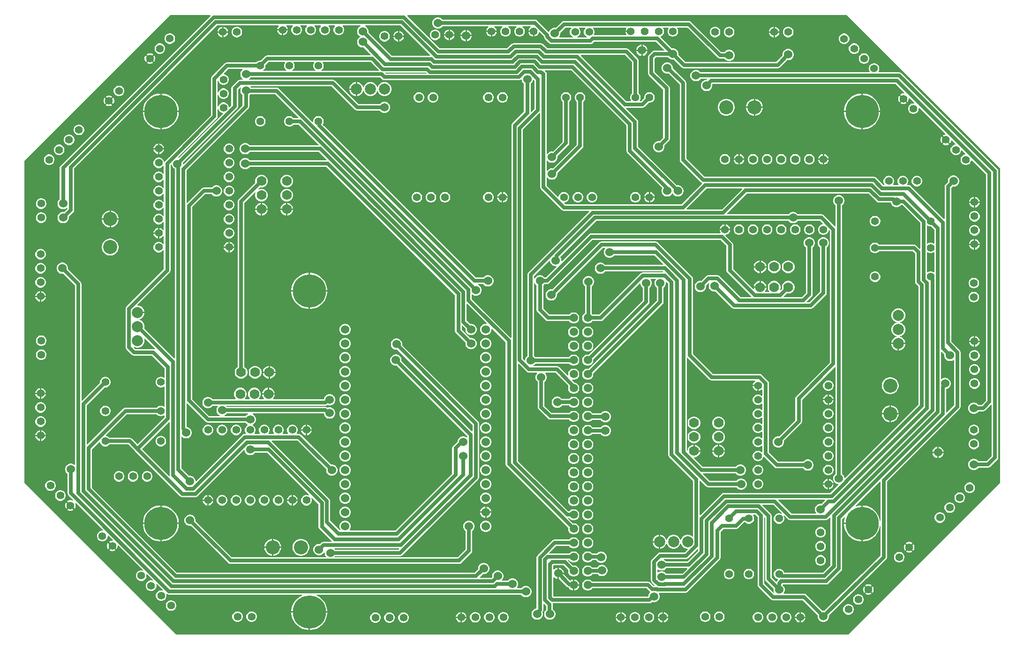
<source format=gtl>
G04*
G04 #@! TF.GenerationSoftware,Altium Limited,Altium Designer,23.5.1 (21)*
G04*
G04 Layer_Physical_Order=1*
G04 Layer_Color=255*
%FSLAX44Y44*%
%MOMM*%
G71*
G04*
G04 #@! TF.SameCoordinates,D509078B-5B66-4328-A3DE-0F32EB76195D*
G04*
G04*
G04 #@! TF.FilePolarity,Positive*
G04*
G01*
G75*
%ADD10C,0.6604*%
%ADD11C,0.2540*%
%ADD12C,1.4000*%
%ADD13C,1.7780*%
%ADD14C,2.0000*%
%ADD15C,2.5400*%
%ADD16C,1.5000*%
%ADD17C,6.0000*%
%ADD18C,1.5240*%
%ADD19C,6.0000*%
G36*
X3890010Y2303780D02*
Y1736090D01*
X3615690Y1461770D01*
X2402840D01*
X2128520Y1736090D01*
Y2317750D01*
X2391410Y2580640D01*
X2463877D01*
X2464363Y2579467D01*
X2194158Y2309262D01*
X2192867Y2307329D01*
X2192413Y2305050D01*
Y2248573D01*
X2192132Y2248410D01*
X2190240Y2246518D01*
X2188902Y2244202D01*
X2188210Y2241618D01*
Y2238942D01*
X2188902Y2236358D01*
X2190240Y2234042D01*
X2192132Y2232150D01*
X2194448Y2230812D01*
X2197032Y2230120D01*
X2199708D01*
X2202292Y2230812D01*
X2204608Y2232150D01*
X2204736Y2232278D01*
X2206070Y2231816D01*
X2206159Y2231092D01*
X2200022Y2224956D01*
X2199708Y2225040D01*
X2197032D01*
X2194448Y2224348D01*
X2192132Y2223010D01*
X2190240Y2221118D01*
X2188902Y2218802D01*
X2188210Y2216218D01*
Y2213542D01*
X2188902Y2210958D01*
X2190240Y2208642D01*
X2192132Y2206750D01*
X2194448Y2205412D01*
X2197032Y2204720D01*
X2199708D01*
X2202292Y2205412D01*
X2204608Y2206750D01*
X2206500Y2208642D01*
X2207838Y2210958D01*
X2208530Y2213542D01*
Y2216218D01*
X2208446Y2216532D01*
X2216552Y2224638D01*
X2216552Y2224638D01*
X2217843Y2226571D01*
X2218297Y2228850D01*
Y2303621D01*
X2476659Y2561984D01*
X2587186D01*
X2587712Y2560714D01*
X2586976Y2559978D01*
X2585720Y2557802D01*
X2585074Y2555390D01*
X2604146D01*
X2603500Y2557802D01*
X2602244Y2559978D01*
X2601508Y2560714D01*
X2602034Y2561984D01*
X2612586D01*
X2613112Y2560714D01*
X2612376Y2559978D01*
X2611120Y2557802D01*
X2610470Y2555376D01*
Y2552864D01*
X2611120Y2550438D01*
X2612376Y2548262D01*
X2614152Y2546486D01*
X2616328Y2545230D01*
X2618754Y2544580D01*
X2621266D01*
X2623692Y2545230D01*
X2625868Y2546486D01*
X2627644Y2548262D01*
X2628900Y2550438D01*
X2629550Y2552864D01*
Y2555376D01*
X2628900Y2557802D01*
X2627644Y2559978D01*
X2626908Y2560714D01*
X2627434Y2561984D01*
X2637986D01*
X2638512Y2560714D01*
X2637776Y2559978D01*
X2636520Y2557802D01*
X2635870Y2555376D01*
Y2552864D01*
X2636520Y2550438D01*
X2637776Y2548262D01*
X2639552Y2546486D01*
X2641728Y2545230D01*
X2644154Y2544580D01*
X2646666D01*
X2649092Y2545230D01*
X2651268Y2546486D01*
X2653044Y2548262D01*
X2654300Y2550438D01*
X2654950Y2552864D01*
Y2555376D01*
X2654300Y2557802D01*
X2653044Y2559978D01*
X2652308Y2560714D01*
X2652834Y2561984D01*
X2663386D01*
X2663912Y2560714D01*
X2663176Y2559978D01*
X2661920Y2557802D01*
X2661270Y2555376D01*
Y2552864D01*
X2661920Y2550438D01*
X2663176Y2548262D01*
X2664952Y2546486D01*
X2667128Y2545230D01*
X2669554Y2544580D01*
X2672066D01*
X2674492Y2545230D01*
X2676668Y2546486D01*
X2678444Y2548262D01*
X2679700Y2550438D01*
X2680350Y2552864D01*
Y2555376D01*
X2679700Y2557802D01*
X2678444Y2559978D01*
X2677708Y2560714D01*
X2678234Y2561984D01*
X2688786D01*
X2689312Y2560714D01*
X2688576Y2559978D01*
X2687320Y2557802D01*
X2686670Y2555376D01*
Y2552864D01*
X2687320Y2550438D01*
X2688576Y2548262D01*
X2690352Y2546486D01*
X2692528Y2545230D01*
X2694954Y2544580D01*
X2697466D01*
X2699892Y2545230D01*
X2702068Y2546486D01*
X2703844Y2548262D01*
X2705100Y2550438D01*
X2705750Y2552864D01*
Y2555376D01*
X2705100Y2557802D01*
X2703844Y2559978D01*
X2703108Y2560714D01*
X2703634Y2561984D01*
X2734809D01*
X2735150Y2560714D01*
X2733152Y2559560D01*
X2731260Y2557668D01*
X2729922Y2555352D01*
X2729230Y2552768D01*
Y2550092D01*
X2729922Y2547508D01*
X2731260Y2545192D01*
X2733152Y2543300D01*
X2734298Y2542638D01*
Y2541172D01*
X2733152Y2540510D01*
X2731260Y2538618D01*
X2729922Y2536302D01*
X2729230Y2533718D01*
Y2531042D01*
X2729922Y2528458D01*
X2731260Y2526142D01*
X2733152Y2524250D01*
X2735468Y2522912D01*
X2738052Y2522220D01*
X2740728D01*
X2741042Y2522304D01*
X2754174Y2509172D01*
X2753688Y2507999D01*
X2567312D01*
X2567312Y2507999D01*
X2565032Y2507545D01*
X2563100Y2506254D01*
X2555586Y2498740D01*
X2553214D01*
X2550788Y2498090D01*
X2548612Y2496834D01*
X2546935Y2495157D01*
X2494534D01*
X2492254Y2494703D01*
X2490322Y2493412D01*
X2467208Y2470298D01*
X2467208Y2470298D01*
X2465917Y2468366D01*
X2465463Y2466086D01*
Y2400227D01*
X2382118Y2316882D01*
X2381672Y2316214D01*
X2380296Y2316441D01*
X2379980Y2317622D01*
X2378724Y2319798D01*
X2376948Y2321574D01*
X2374772Y2322830D01*
X2372346Y2323480D01*
X2369834D01*
X2367408Y2322830D01*
X2365232Y2321574D01*
X2363456Y2319798D01*
X2362200Y2317622D01*
X2361550Y2315196D01*
Y2312684D01*
X2362200Y2310258D01*
X2363456Y2308082D01*
X2365232Y2306306D01*
X2367408Y2305050D01*
X2369834Y2304400D01*
X2372346D01*
X2374772Y2305050D01*
X2376948Y2306306D01*
X2378724Y2308082D01*
X2379104Y2308740D01*
X2380374Y2308400D01*
Y2294080D01*
X2379104Y2293740D01*
X2378724Y2294398D01*
X2376948Y2296174D01*
X2374772Y2297430D01*
X2372346Y2298080D01*
X2369834D01*
X2367408Y2297430D01*
X2365232Y2296174D01*
X2363456Y2294398D01*
X2362200Y2292222D01*
X2361550Y2289796D01*
Y2287284D01*
X2362200Y2284858D01*
X2363456Y2282682D01*
X2365232Y2280906D01*
X2367408Y2279650D01*
X2369834Y2279000D01*
X2372346D01*
X2374772Y2279650D01*
X2376948Y2280906D01*
X2378724Y2282682D01*
X2379104Y2283340D01*
X2380374Y2283000D01*
Y2268680D01*
X2379104Y2268340D01*
X2378724Y2268998D01*
X2376948Y2270774D01*
X2374772Y2272030D01*
X2372346Y2272680D01*
X2369834D01*
X2367408Y2272030D01*
X2365232Y2270774D01*
X2363456Y2268998D01*
X2362200Y2266822D01*
X2361550Y2264396D01*
Y2261884D01*
X2362200Y2259458D01*
X2363456Y2257282D01*
X2365232Y2255506D01*
X2367408Y2254250D01*
X2369834Y2253600D01*
X2372346D01*
X2374772Y2254250D01*
X2376948Y2255506D01*
X2378724Y2257282D01*
X2379104Y2257940D01*
X2380374Y2257600D01*
Y2243280D01*
X2379104Y2242940D01*
X2378724Y2243598D01*
X2376948Y2245374D01*
X2374772Y2246630D01*
X2372346Y2247280D01*
X2369834D01*
X2367408Y2246630D01*
X2365232Y2245374D01*
X2363456Y2243598D01*
X2362200Y2241422D01*
X2361550Y2238996D01*
Y2236484D01*
X2362200Y2234058D01*
X2363456Y2231882D01*
X2365232Y2230106D01*
X2367408Y2228850D01*
X2369834Y2228200D01*
X2372346D01*
X2374772Y2228850D01*
X2376948Y2230106D01*
X2378724Y2231882D01*
X2379104Y2232540D01*
X2380374Y2232200D01*
Y2217880D01*
X2379104Y2217540D01*
X2378724Y2218198D01*
X2376948Y2219974D01*
X2374772Y2221230D01*
X2372346Y2221880D01*
X2369834D01*
X2367408Y2221230D01*
X2365232Y2219974D01*
X2363456Y2218198D01*
X2362200Y2216022D01*
X2361550Y2213596D01*
Y2211084D01*
X2362200Y2208658D01*
X2363456Y2206482D01*
X2365232Y2204706D01*
X2367408Y2203450D01*
X2369834Y2202800D01*
X2372346D01*
X2374772Y2203450D01*
X2376948Y2204706D01*
X2378724Y2206482D01*
X2379104Y2207140D01*
X2380374Y2206800D01*
Y2192480D01*
X2379104Y2192140D01*
X2378724Y2192798D01*
X2376948Y2194574D01*
X2374772Y2195830D01*
X2372360Y2196476D01*
Y2186940D01*
Y2177404D01*
X2374772Y2178050D01*
X2376948Y2179306D01*
X2378724Y2181082D01*
X2379104Y2181740D01*
X2380374Y2181400D01*
Y2167080D01*
X2379104Y2166740D01*
X2378724Y2167398D01*
X2376948Y2169174D01*
X2374772Y2170430D01*
X2372346Y2171080D01*
X2369834D01*
X2367408Y2170430D01*
X2365232Y2169174D01*
X2363456Y2167398D01*
X2362200Y2165222D01*
X2361550Y2162796D01*
Y2160284D01*
X2362200Y2157858D01*
X2363456Y2155682D01*
X2365232Y2153906D01*
X2367408Y2152650D01*
X2369834Y2152000D01*
X2372346D01*
X2374772Y2152650D01*
X2376948Y2153906D01*
X2378724Y2155682D01*
X2379104Y2156340D01*
X2380374Y2156000D01*
Y2122097D01*
X2312891Y2054615D01*
X2311600Y2052682D01*
X2311146Y2050403D01*
Y1980988D01*
X2311600Y1978709D01*
X2312891Y1976776D01*
X2322171Y1967496D01*
X2324104Y1966205D01*
X2326383Y1965752D01*
X2358788D01*
X2381786Y1942754D01*
Y1925921D01*
X2380516Y1925474D01*
X2378582Y1926590D01*
X2376156Y1927240D01*
X2373644D01*
X2371218Y1926590D01*
X2369042Y1925334D01*
X2367266Y1923558D01*
X2366010Y1921382D01*
X2365360Y1918956D01*
Y1916444D01*
X2366010Y1914018D01*
X2367266Y1911842D01*
X2369042Y1910066D01*
X2371218Y1908810D01*
X2373644Y1908160D01*
X2376156D01*
X2378582Y1908810D01*
X2380516Y1909926D01*
X2381786Y1909478D01*
Y1873851D01*
X2380516Y1873404D01*
X2378582Y1874520D01*
X2376156Y1875170D01*
X2373644D01*
X2371218Y1874520D01*
X2369042Y1873264D01*
X2367365Y1871586D01*
X2311019D01*
X2308739Y1871133D01*
X2306807Y1869842D01*
X2306807Y1869842D01*
X2242076Y1805111D01*
X2240903Y1805597D01*
Y1875609D01*
X2273454Y1908160D01*
X2275826D01*
X2278252Y1908810D01*
X2280428Y1910066D01*
X2282204Y1911842D01*
X2283460Y1914018D01*
X2284110Y1916444D01*
Y1918956D01*
X2283460Y1921382D01*
X2282204Y1923558D01*
X2280428Y1925334D01*
X2278252Y1926590D01*
X2275826Y1927240D01*
X2273314D01*
X2270888Y1926590D01*
X2268712Y1925334D01*
X2266936Y1923558D01*
X2265680Y1921382D01*
X2265030Y1918956D01*
Y1916584D01*
X2232932Y1884485D01*
X2231759Y1884971D01*
Y2094738D01*
X2231305Y2097017D01*
X2230014Y2098950D01*
X2207176Y2121788D01*
X2207260Y2122102D01*
Y2124778D01*
X2206568Y2127362D01*
X2205230Y2129678D01*
X2203338Y2131570D01*
X2201022Y2132908D01*
X2198438Y2133600D01*
X2195762D01*
X2193178Y2132908D01*
X2190862Y2131570D01*
X2188970Y2129678D01*
X2187632Y2127362D01*
X2186940Y2124778D01*
Y2122102D01*
X2187632Y2119518D01*
X2188970Y2117202D01*
X2190862Y2115310D01*
X2193178Y2113972D01*
X2195762Y2113280D01*
X2198438D01*
X2198752Y2113364D01*
X2219845Y2092271D01*
Y1768742D01*
X2218672Y1768256D01*
X2218578Y1768350D01*
X2216262Y1769688D01*
X2213678Y1770380D01*
X2211002D01*
X2208418Y1769688D01*
X2206102Y1768350D01*
X2204210Y1766458D01*
X2202872Y1764142D01*
X2202180Y1761558D01*
Y1758882D01*
X2202872Y1756298D01*
X2204210Y1753982D01*
X2206102Y1752090D01*
X2206384Y1751927D01*
Y1717040D01*
X2206837Y1714761D01*
X2208128Y1712828D01*
X2216238Y1704719D01*
X2215458Y1703702D01*
X2215183Y1703861D01*
X2212756Y1704511D01*
X2210244D01*
X2207818Y1703861D01*
X2205655Y1702613D01*
X2212399Y1695869D01*
X2219142Y1689126D01*
X2220390Y1691289D01*
X2221040Y1693716D01*
Y1696227D01*
X2220390Y1698654D01*
X2220231Y1698929D01*
X2221247Y1699709D01*
X2270396Y1650560D01*
X2269870Y1649290D01*
X2268053D01*
X2265627Y1648640D01*
X2263452Y1647384D01*
X2261675Y1645608D01*
X2260419Y1643433D01*
X2259769Y1641006D01*
Y1638494D01*
X2260419Y1636068D01*
X2261675Y1633893D01*
X2263452Y1632116D01*
X2265627Y1630860D01*
X2268053Y1630210D01*
X2270565D01*
X2272991Y1630860D01*
X2275167Y1632116D01*
X2276943Y1633893D01*
X2278199Y1636068D01*
X2278849Y1638494D01*
Y1640311D01*
X2280119Y1640837D01*
X2288356Y1632600D01*
X2287830Y1631330D01*
X2286014D01*
X2283588Y1630680D01*
X2281425Y1629431D01*
X2288168Y1622688D01*
X2294911Y1615945D01*
X2296160Y1618108D01*
X2296810Y1620534D01*
Y1622350D01*
X2298080Y1622876D01*
X2342584Y1578373D01*
X2341926Y1577234D01*
X2340713Y1577559D01*
X2338201D01*
X2335775Y1576909D01*
X2333599Y1575653D01*
X2331823Y1573877D01*
X2330567Y1571702D01*
X2329917Y1569275D01*
Y1566763D01*
X2330567Y1564337D01*
X2331823Y1562162D01*
X2333599Y1560385D01*
X2335775Y1559129D01*
X2338201Y1558479D01*
X2340713D01*
X2343139Y1559129D01*
X2345314Y1560385D01*
X2347091Y1562162D01*
X2348347Y1564337D01*
X2348997Y1566763D01*
Y1569275D01*
X2348672Y1570488D01*
X2349810Y1571146D01*
X2360545Y1560412D01*
X2359887Y1559273D01*
X2358673Y1559598D01*
X2356161D01*
X2353735Y1558948D01*
X2351559Y1557692D01*
X2349783Y1555916D01*
X2348527Y1553741D01*
X2347877Y1551314D01*
Y1548802D01*
X2348527Y1546376D01*
X2349783Y1544201D01*
X2351559Y1542424D01*
X2353735Y1541169D01*
X2356161Y1540518D01*
X2358673D01*
X2361100Y1541169D01*
X2363275Y1542424D01*
X2365051Y1544201D01*
X2366307Y1546376D01*
X2366957Y1548802D01*
Y1551314D01*
X2366632Y1552528D01*
X2367771Y1553186D01*
X2378505Y1542452D01*
X2377847Y1541313D01*
X2376634Y1541638D01*
X2374122D01*
X2371696Y1540988D01*
X2369520Y1539732D01*
X2367744Y1537956D01*
X2366488Y1535780D01*
X2365838Y1533354D01*
Y1530842D01*
X2366488Y1528416D01*
X2367744Y1526240D01*
X2369520Y1524464D01*
X2371696Y1523208D01*
X2374122Y1522558D01*
X2376634D01*
X2379060Y1523208D01*
X2381236Y1524464D01*
X2383012Y1526240D01*
X2384268Y1528416D01*
X2384918Y1530842D01*
Y1533354D01*
X2384580Y1534614D01*
X2384812Y1534868D01*
X2385698Y1535351D01*
X2387353Y1534245D01*
X2389632Y1533792D01*
X2389632Y1533792D01*
X2630405D01*
X2630599Y1532566D01*
X2626035Y1530241D01*
X2621891Y1527230D01*
X2618270Y1523608D01*
X2615259Y1519465D01*
X2612934Y1514901D01*
X2611351Y1510030D01*
X2610550Y1504971D01*
Y1503680D01*
X2643090D01*
X2675630D01*
Y1504971D01*
X2674829Y1510030D01*
X2673246Y1514901D01*
X2670921Y1519465D01*
X2667910Y1523608D01*
X2664288Y1527230D01*
X2660145Y1530241D01*
X2655581Y1532566D01*
X2655775Y1533792D01*
X3025444D01*
X3025900Y1533002D01*
X3027792Y1531110D01*
X3030108Y1529772D01*
X3032692Y1529080D01*
X3035368D01*
X3037952Y1529772D01*
X3040268Y1531110D01*
X3042160Y1533002D01*
X3043498Y1535318D01*
X3044190Y1537902D01*
Y1540578D01*
X3043498Y1543162D01*
X3042160Y1545478D01*
X3040268Y1547370D01*
X3037952Y1548708D01*
X3035368Y1549400D01*
X3032692D01*
X3030108Y1548708D01*
X3027792Y1547370D01*
X3026126Y1545704D01*
X3018422D01*
X3017936Y1546878D01*
X3018030Y1546972D01*
X3019368Y1549288D01*
X3020060Y1551872D01*
Y1554548D01*
X3019368Y1557132D01*
X3018030Y1559448D01*
X3016138Y1561340D01*
X3013822Y1562678D01*
X3011237Y1563370D01*
X3008562D01*
X3005978Y1562678D01*
X3003661Y1561340D01*
X3001770Y1559448D01*
X3001607Y1559167D01*
X2991244D01*
X2990758Y1560340D01*
X2991360Y1560942D01*
X2992697Y1563258D01*
X2993390Y1565842D01*
Y1568518D01*
X2992697Y1571102D01*
X2991360Y1573418D01*
X2989468Y1575310D01*
X2987151Y1576648D01*
X2984568Y1577340D01*
X2981892D01*
X2979308Y1576648D01*
X2976992Y1575310D01*
X2975100Y1573418D01*
X2973763Y1571102D01*
X2973070Y1568518D01*
Y1565842D01*
X2973154Y1565528D01*
X2971619Y1563992D01*
X2950756D01*
X2950269Y1565166D01*
X2956178Y1571074D01*
X2956492Y1570990D01*
X2959167D01*
X2961752Y1571682D01*
X2964068Y1573020D01*
X2965960Y1574912D01*
X2967298Y1577228D01*
X2967990Y1579812D01*
Y1582488D01*
X2967298Y1585072D01*
X2965960Y1587388D01*
X2964068Y1589280D01*
X2961752Y1590618D01*
X2959167Y1591310D01*
X2956492D01*
X2953908Y1590618D01*
X2951591Y1589280D01*
X2949700Y1587388D01*
X2948362Y1585072D01*
X2947670Y1582488D01*
Y1579812D01*
X2947754Y1579498D01*
X2941393Y1573136D01*
X2404037D01*
X2250047Y1727127D01*
Y1796234D01*
X2263887Y1810075D01*
X2265102Y1809494D01*
X2265680Y1807338D01*
X2266936Y1805162D01*
X2268712Y1803386D01*
X2270888Y1802130D01*
X2273314Y1801480D01*
X2275826D01*
X2278252Y1802130D01*
X2280428Y1803386D01*
X2282105Y1805063D01*
X2316163D01*
X2328583Y1792643D01*
X2409414Y1711812D01*
X2411346Y1710521D01*
X2413626Y1710067D01*
X2437396D01*
X2439675Y1710521D01*
X2441608Y1711812D01*
X2524857Y1795061D01*
X2526030Y1794575D01*
Y1794442D01*
X2526722Y1791858D01*
X2528060Y1789542D01*
X2529952Y1787650D01*
X2532268Y1786312D01*
X2534852Y1785620D01*
X2537528D01*
X2540112Y1786312D01*
X2542428Y1787650D01*
X2544320Y1789542D01*
X2544483Y1789823D01*
X2566743D01*
X2642413Y1714153D01*
X2641634Y1713137D01*
X2641472Y1713230D01*
X2639046Y1713880D01*
X2636534D01*
X2634108Y1713230D01*
X2631932Y1711974D01*
X2630156Y1710198D01*
X2628900Y1708022D01*
X2628250Y1705596D01*
Y1703084D01*
X2628900Y1700658D01*
X2630156Y1698482D01*
X2631932Y1696706D01*
X2634108Y1695450D01*
X2636534Y1694800D01*
X2639046D01*
X2641472Y1695450D01*
X2643648Y1696706D01*
X2645424Y1698482D01*
X2646680Y1700658D01*
X2647330Y1703084D01*
Y1705596D01*
X2646680Y1708022D01*
X2646587Y1708183D01*
X2647603Y1708963D01*
X2659774Y1696793D01*
Y1656080D01*
X2660227Y1653801D01*
X2661518Y1651868D01*
X2683196Y1630190D01*
X2682711Y1629016D01*
X2668270D01*
X2668270Y1629017D01*
X2665991Y1628563D01*
X2664058Y1627272D01*
X2664058Y1627272D01*
X2662173Y1625387D01*
X2661859Y1625472D01*
X2659184D01*
X2656600Y1624779D01*
X2654283Y1623442D01*
X2652392Y1621550D01*
X2651054Y1619233D01*
X2650362Y1616649D01*
Y1613974D01*
X2651054Y1611390D01*
X2652392Y1609073D01*
X2654283Y1607182D01*
X2656600Y1605844D01*
X2659184Y1605152D01*
X2661859D01*
X2664443Y1605844D01*
X2666760Y1607182D01*
X2668652Y1609073D01*
X2669334Y1610255D01*
X2669540Y1610267D01*
X2670810Y1609075D01*
Y1607752D01*
X2671502Y1605168D01*
X2672840Y1602852D01*
X2673442Y1602250D01*
X2672956Y1601077D01*
X2503097D01*
X2437681Y1666493D01*
X2437765Y1666807D01*
Y1669483D01*
X2437073Y1672067D01*
X2435735Y1674383D01*
X2433843Y1676275D01*
X2431527Y1677613D01*
X2428943Y1678305D01*
X2426267D01*
X2423683Y1677613D01*
X2421367Y1676275D01*
X2419475Y1674383D01*
X2418137Y1672067D01*
X2417445Y1669483D01*
Y1666807D01*
X2418137Y1664223D01*
X2419475Y1661907D01*
X2421367Y1660015D01*
X2423683Y1658677D01*
X2426267Y1657985D01*
X2428943D01*
X2429257Y1658069D01*
X2496418Y1590908D01*
X2498351Y1589617D01*
X2500630Y1589164D01*
X2913380D01*
X2915659Y1589617D01*
X2917592Y1590908D01*
X2935372Y1608688D01*
X2935372Y1608688D01*
X2936663Y1610621D01*
X2937116Y1612900D01*
Y1649057D01*
X2937398Y1649220D01*
X2939290Y1651112D01*
X2940628Y1653428D01*
X2941320Y1656012D01*
Y1658688D01*
X2940628Y1661272D01*
X2939290Y1663588D01*
X2937398Y1665480D01*
X2935081Y1666818D01*
X2932498Y1667510D01*
X2929822D01*
X2927238Y1666818D01*
X2924922Y1665480D01*
X2923030Y1663588D01*
X2921693Y1661272D01*
X2921000Y1658688D01*
Y1656012D01*
X2921693Y1653428D01*
X2923030Y1651112D01*
X2924922Y1649220D01*
X2925204Y1649057D01*
Y1615367D01*
X2910913Y1601077D01*
X2688984D01*
X2688533Y1602166D01*
X2688921Y1602672D01*
X2689100Y1602852D01*
X2689229Y1603075D01*
X2689274Y1603134D01*
X2806931D01*
X2809211Y1603587D01*
X2811143Y1604878D01*
X2947818Y1741553D01*
X2949109Y1743485D01*
X2949562Y1745764D01*
Y1843024D01*
X2949109Y1845303D01*
X2947818Y1847236D01*
X2947818Y1847236D01*
X2810426Y1984628D01*
X2810510Y1984942D01*
Y1987618D01*
X2809818Y1990202D01*
X2808480Y1992518D01*
X2806588Y1994410D01*
X2804272Y1995748D01*
X2801688Y1996440D01*
X2799012D01*
X2796429Y1995748D01*
X2794112Y1994410D01*
X2792220Y1992518D01*
X2790882Y1990202D01*
X2790190Y1987618D01*
Y1984942D01*
X2790882Y1982358D01*
X2792220Y1980042D01*
X2794112Y1978150D01*
X2796429Y1976812D01*
X2799012Y1976120D01*
X2801688D01*
X2802002Y1976204D01*
X2937650Y1840557D01*
Y1829346D01*
X2936476Y1828860D01*
X2809410Y1955926D01*
X2809494Y1956240D01*
Y1958916D01*
X2808802Y1961500D01*
X2807464Y1963816D01*
X2805573Y1965708D01*
X2803256Y1967046D01*
X2800672Y1967738D01*
X2797997D01*
X2795412Y1967046D01*
X2793096Y1965708D01*
X2791204Y1963816D01*
X2789866Y1961500D01*
X2789174Y1958916D01*
Y1956240D01*
X2789866Y1953656D01*
X2791204Y1951340D01*
X2793096Y1949448D01*
X2795412Y1948110D01*
X2797997Y1947418D01*
X2800672D01*
X2800986Y1947502D01*
X2928506Y1819983D01*
Y1818272D01*
X2927332Y1817786D01*
X2927238Y1817880D01*
X2924922Y1819218D01*
X2922338Y1819910D01*
X2919662D01*
X2917079Y1819218D01*
X2914762Y1817880D01*
X2912870Y1815988D01*
X2911532Y1813672D01*
X2910840Y1811088D01*
Y1810554D01*
X2902818Y1802532D01*
X2901527Y1800599D01*
X2901074Y1798320D01*
Y1752527D01*
X2798391Y1649845D01*
X2716162D01*
X2715676Y1651018D01*
X2715770Y1651112D01*
X2717108Y1653428D01*
X2717800Y1656012D01*
Y1658688D01*
X2717108Y1661272D01*
X2715770Y1663588D01*
X2713878Y1665480D01*
X2711562Y1666818D01*
X2708978Y1667510D01*
X2706302D01*
X2703718Y1666818D01*
X2701402Y1665480D01*
X2699510Y1663588D01*
X2698172Y1661272D01*
X2697480Y1658688D01*
Y1656012D01*
X2698172Y1653428D01*
X2699117Y1651793D01*
X2698490Y1650415D01*
X2697946Y1650334D01*
X2680830Y1667449D01*
Y1703048D01*
X2680377Y1705327D01*
X2679086Y1707260D01*
X2575089Y1811256D01*
X2575575Y1812430D01*
X2621607D01*
X2673434Y1760602D01*
X2673350Y1760288D01*
Y1757612D01*
X2674042Y1755028D01*
X2675380Y1752712D01*
X2677272Y1750820D01*
X2679588Y1749482D01*
X2682173Y1748790D01*
X2684848D01*
X2687432Y1749482D01*
X2689749Y1750820D01*
X2691640Y1752712D01*
X2692978Y1755028D01*
X2693670Y1757612D01*
Y1760288D01*
X2692978Y1762872D01*
X2691640Y1765188D01*
X2689749Y1767080D01*
X2687432Y1768418D01*
X2684848Y1769110D01*
X2682173D01*
X2681858Y1769026D01*
X2628286Y1822598D01*
X2626353Y1823889D01*
X2624074Y1824342D01*
X2620496D01*
X2620396Y1824583D01*
X2620099Y1825612D01*
X2621280Y1827658D01*
X2621930Y1830084D01*
Y1832596D01*
X2621280Y1835022D01*
X2620024Y1837198D01*
X2618248Y1838974D01*
X2616072Y1840230D01*
X2613646Y1840880D01*
X2611134D01*
X2608708Y1840230D01*
X2606532Y1838974D01*
X2604756Y1837198D01*
X2603500Y1835022D01*
X2602850Y1832596D01*
Y1830084D01*
X2603500Y1827658D01*
X2604681Y1825612D01*
X2604384Y1824583D01*
X2604284Y1824342D01*
X2595096D01*
X2594996Y1824583D01*
X2594699Y1825612D01*
X2595880Y1827658D01*
X2596530Y1830084D01*
Y1832596D01*
X2595880Y1835022D01*
X2594624Y1837198D01*
X2592848Y1838974D01*
X2590672Y1840230D01*
X2588246Y1840880D01*
X2585734D01*
X2583308Y1840230D01*
X2581132Y1838974D01*
X2579356Y1837198D01*
X2578100Y1835022D01*
X2577450Y1832596D01*
Y1830084D01*
X2578100Y1827658D01*
X2579281Y1825612D01*
X2578984Y1824583D01*
X2578884Y1824342D01*
X2569696D01*
X2569596Y1824583D01*
X2569299Y1825612D01*
X2570480Y1827658D01*
X2571130Y1830084D01*
Y1832596D01*
X2570480Y1835022D01*
X2569224Y1837198D01*
X2567448Y1838974D01*
X2565272Y1840230D01*
X2562846Y1840880D01*
X2560334D01*
X2557908Y1840230D01*
X2555732Y1838974D01*
X2553956Y1837198D01*
X2552700Y1835022D01*
X2552050Y1832596D01*
Y1830084D01*
X2552700Y1827658D01*
X2553881Y1825612D01*
X2553584Y1824583D01*
X2553484Y1824342D01*
X2544296D01*
X2544196Y1824583D01*
X2543899Y1825612D01*
X2545080Y1827658D01*
X2545730Y1830084D01*
Y1832596D01*
X2545080Y1835022D01*
X2543824Y1837198D01*
X2542048Y1838974D01*
X2540609Y1839804D01*
X2540662Y1841240D01*
X2542428Y1842260D01*
X2544320Y1844152D01*
X2545658Y1846468D01*
X2546350Y1849052D01*
Y1851728D01*
X2545658Y1854312D01*
X2544320Y1856628D01*
X2542428Y1858520D01*
X2540430Y1859673D01*
X2540771Y1860943D01*
X2669540D01*
Y1860482D01*
X2670233Y1857898D01*
X2671570Y1855582D01*
X2673462Y1853690D01*
X2675779Y1852352D01*
X2678362Y1851660D01*
X2681038D01*
X2683622Y1852352D01*
X2685938Y1853690D01*
X2687830Y1855582D01*
X2689167Y1857898D01*
X2689860Y1860482D01*
Y1863158D01*
X2689167Y1865742D01*
X2687830Y1868058D01*
X2685938Y1869950D01*
X2683622Y1871288D01*
X2681038Y1871980D01*
X2678362D01*
X2676102Y1871374D01*
X2674563Y1872403D01*
X2672283Y1872856D01*
X2493694D01*
X2493649Y1872915D01*
X2493520Y1873138D01*
X2493341Y1873318D01*
X2492953Y1873824D01*
X2493404Y1874913D01*
X2672283D01*
X2674563Y1875367D01*
X2676102Y1876396D01*
X2678362Y1875790D01*
X2681038D01*
X2683622Y1876482D01*
X2685938Y1877820D01*
X2687830Y1879712D01*
X2689167Y1882028D01*
X2689860Y1884612D01*
Y1887288D01*
X2689167Y1889872D01*
X2687830Y1892188D01*
X2685938Y1894080D01*
X2683622Y1895418D01*
X2681038Y1896110D01*
X2678362D01*
X2675779Y1895418D01*
X2673462Y1894080D01*
X2671570Y1892188D01*
X2670233Y1889872D01*
X2669540Y1887288D01*
Y1886826D01*
X2577887D01*
X2577361Y1888096D01*
X2578356Y1889092D01*
X2579861Y1891698D01*
X2580640Y1894605D01*
Y1894840D01*
X2557780D01*
Y1894605D01*
X2558559Y1891698D01*
X2560064Y1889092D01*
X2561059Y1888096D01*
X2560533Y1886826D01*
X2552487D01*
X2551961Y1888096D01*
X2552956Y1889092D01*
X2554461Y1891698D01*
X2555240Y1894605D01*
Y1897615D01*
X2554461Y1900522D01*
X2552956Y1903128D01*
X2550828Y1905256D01*
X2548222Y1906761D01*
X2545315Y1907540D01*
X2542305D01*
X2539398Y1906761D01*
X2536792Y1905256D01*
X2534664Y1903128D01*
X2533159Y1900522D01*
X2532380Y1897615D01*
Y1894605D01*
X2533159Y1891698D01*
X2534664Y1889092D01*
X2535659Y1888096D01*
X2535133Y1886826D01*
X2527087D01*
X2526561Y1888096D01*
X2527556Y1889092D01*
X2529061Y1891698D01*
X2529840Y1894605D01*
Y1897615D01*
X2529061Y1900522D01*
X2527556Y1903128D01*
X2525428Y1905256D01*
X2522822Y1906761D01*
X2519915Y1907540D01*
X2516905D01*
X2513998Y1906761D01*
X2511392Y1905256D01*
X2509264Y1903128D01*
X2507759Y1900522D01*
X2506980Y1897615D01*
Y1894605D01*
X2507759Y1891698D01*
X2509264Y1889092D01*
X2510259Y1888096D01*
X2509733Y1886826D01*
X2468283D01*
X2468120Y1887108D01*
X2466228Y1889000D01*
X2463912Y1890338D01*
X2461328Y1891030D01*
X2458652D01*
X2456068Y1890338D01*
X2453752Y1889000D01*
X2451860Y1887108D01*
X2450522Y1884792D01*
X2449830Y1882208D01*
Y1879532D01*
X2450522Y1876948D01*
X2451860Y1874632D01*
X2453752Y1872740D01*
X2456068Y1871402D01*
X2458652Y1870710D01*
X2461328D01*
X2463912Y1871402D01*
X2466228Y1872740D01*
X2468120Y1874632D01*
X2468283Y1874913D01*
X2477376D01*
X2477862Y1873740D01*
X2477260Y1873138D01*
X2475922Y1870822D01*
X2475230Y1868238D01*
Y1865562D01*
X2475922Y1862978D01*
X2477260Y1860662D01*
X2479152Y1858770D01*
X2481149Y1857616D01*
X2480809Y1856346D01*
X2462457D01*
X2431656Y1887147D01*
Y2234003D01*
X2454837Y2257184D01*
X2466937D01*
X2467100Y2256902D01*
X2468992Y2255010D01*
X2471308Y2253672D01*
X2473892Y2252980D01*
X2476568D01*
X2479152Y2253672D01*
X2481468Y2255010D01*
X2483360Y2256902D01*
X2484698Y2259218D01*
X2485390Y2261802D01*
Y2264478D01*
X2484698Y2267062D01*
X2483360Y2269378D01*
X2481468Y2271270D01*
X2479152Y2272608D01*
X2476568Y2273300D01*
X2473892D01*
X2471308Y2272608D01*
X2468992Y2271270D01*
X2467100Y2269378D01*
X2466937Y2269097D01*
X2452370D01*
X2450091Y2268643D01*
X2448158Y2267352D01*
X2422670Y2241864D01*
X2421496Y2242350D01*
Y2300043D01*
X2532782Y2411328D01*
X2534073Y2413261D01*
X2534527Y2415540D01*
Y2436457D01*
X2534808Y2436620D01*
X2536474Y2438286D01*
X2581221D01*
X2623506Y2396000D01*
X2623021Y2394827D01*
X2614545D01*
X2612867Y2396504D01*
X2610692Y2397760D01*
X2608266Y2398410D01*
X2605754D01*
X2603328Y2397760D01*
X2601152Y2396504D01*
X2599376Y2394728D01*
X2598120Y2392552D01*
X2597470Y2390126D01*
Y2387614D01*
X2598120Y2385188D01*
X2599376Y2383012D01*
X2601152Y2381236D01*
X2603328Y2379980D01*
X2605754Y2379330D01*
X2608266D01*
X2610692Y2379980D01*
X2612867Y2381236D01*
X2614545Y2382914D01*
X2623661D01*
X2660105Y2346470D01*
X2659619Y2345296D01*
X2535593D01*
X2535430Y2345578D01*
X2533538Y2347470D01*
X2531222Y2348808D01*
X2528638Y2349500D01*
X2525962D01*
X2523378Y2348808D01*
X2521062Y2347470D01*
X2519170Y2345578D01*
X2517832Y2343262D01*
X2517140Y2340678D01*
Y2338002D01*
X2517832Y2335418D01*
X2519170Y2333102D01*
X2521062Y2331210D01*
X2523378Y2329872D01*
X2525962Y2329180D01*
X2528638D01*
X2531222Y2329872D01*
X2533538Y2331210D01*
X2535430Y2333102D01*
X2535593Y2333383D01*
X2660260D01*
X2673843Y2319800D01*
X2673358Y2318627D01*
X2535593D01*
X2535430Y2318908D01*
X2533538Y2320800D01*
X2531222Y2322138D01*
X2528638Y2322830D01*
X2525962D01*
X2523378Y2322138D01*
X2521062Y2320800D01*
X2519170Y2318908D01*
X2517832Y2316592D01*
X2517140Y2314008D01*
Y2311332D01*
X2517832Y2308748D01*
X2519170Y2306432D01*
X2521062Y2304540D01*
X2523378Y2303202D01*
X2525962Y2302510D01*
X2528638D01*
X2531222Y2303202D01*
X2533538Y2304540D01*
X2535430Y2306432D01*
X2535593Y2306714D01*
X2673998D01*
X2906154Y2074558D01*
Y2010410D01*
X2906607Y2008131D01*
X2907898Y2006198D01*
X2924894Y1989202D01*
X2924810Y1988888D01*
Y1986212D01*
X2925502Y1983628D01*
X2926840Y1981312D01*
X2928732Y1979420D01*
X2931048Y1978082D01*
X2933633Y1977390D01*
X2936308D01*
X2938892Y1978082D01*
X2941208Y1979420D01*
X2943100Y1981312D01*
X2944438Y1983628D01*
X2945130Y1986212D01*
Y1988888D01*
X2944438Y1991472D01*
X2943100Y1993788D01*
X2941208Y1995680D01*
X2938892Y1997018D01*
X2936308Y1997710D01*
X2933633D01*
X2933318Y1997626D01*
X2918066Y2012877D01*
Y2019771D01*
X2919240Y2020257D01*
X2924894Y2014602D01*
X2924810Y2014288D01*
Y2011612D01*
X2925502Y2009028D01*
X2926840Y2006712D01*
X2928732Y2004820D01*
X2931048Y2003482D01*
X2933633Y2002790D01*
X2936308D01*
X2938892Y2003482D01*
X2941208Y2004820D01*
X2943100Y2006712D01*
X2944438Y2009028D01*
X2945130Y2011612D01*
Y2014288D01*
X2944438Y2016872D01*
X2943100Y2019188D01*
X2941208Y2021080D01*
X2938892Y2022418D01*
X2936308Y2023110D01*
X2933633D01*
X2933318Y2023026D01*
X2927210Y2029133D01*
Y2058887D01*
X2928384Y2059373D01*
X2963588Y2024168D01*
X2963283Y2023640D01*
X2962850Y2023110D01*
X2960302D01*
X2957719Y2022418D01*
X2955402Y2021080D01*
X2953510Y2019188D01*
X2952173Y2016872D01*
X2951480Y2014288D01*
Y2011612D01*
X2952173Y2009028D01*
X2953510Y2006712D01*
X2955402Y2004820D01*
X2957719Y2003482D01*
X2960302Y2002790D01*
X2962978D01*
X2965562Y2003482D01*
X2967878Y2004820D01*
X2969770Y2006712D01*
X2971107Y2009028D01*
X2971800Y2011612D01*
Y2014160D01*
X2972330Y2014593D01*
X2972858Y2014898D01*
X2997593Y1990163D01*
Y1769550D01*
X2998047Y1767271D01*
X2999338Y1765338D01*
X3110412Y1654264D01*
X3110350Y1654032D01*
Y1651388D01*
X3111034Y1648835D01*
X3112356Y1646545D01*
X3114225Y1644676D01*
X3116515Y1643354D01*
X3119068Y1642670D01*
X3121712D01*
X3124265Y1643354D01*
X3126555Y1644676D01*
X3128424Y1646545D01*
X3129746Y1648835D01*
X3130430Y1651388D01*
Y1654032D01*
X3129746Y1656585D01*
X3128424Y1658875D01*
X3126555Y1660744D01*
X3124265Y1662066D01*
X3121712Y1662750D01*
X3119068D01*
X3118836Y1662688D01*
X3110544Y1670980D01*
X3111029Y1672153D01*
X3112236D01*
X3112356Y1671945D01*
X3114225Y1670076D01*
X3116515Y1668754D01*
X3119068Y1668070D01*
X3121712D01*
X3124265Y1668754D01*
X3126555Y1670076D01*
X3128424Y1671945D01*
X3129746Y1674235D01*
X3130430Y1676788D01*
Y1679432D01*
X3129746Y1681985D01*
X3128424Y1684275D01*
X3126555Y1686144D01*
X3124265Y1687466D01*
X3121712Y1688150D01*
X3119068D01*
X3116515Y1687466D01*
X3114225Y1686144D01*
X3112356Y1684275D01*
X3112236Y1684066D01*
X3110987D01*
X3019732Y1775321D01*
Y1950675D01*
X3020906Y1951161D01*
X3035718Y1936348D01*
X3035719Y1936348D01*
X3037651Y1935057D01*
X3039930Y1934603D01*
X3053702D01*
X3054188Y1933430D01*
X3053586Y1932828D01*
X3052249Y1930512D01*
X3051556Y1927928D01*
Y1925252D01*
X3052249Y1922668D01*
X3053586Y1920352D01*
X3055478Y1918460D01*
X3055760Y1918297D01*
Y1872234D01*
X3056213Y1869955D01*
X3057504Y1868022D01*
X3073828Y1851698D01*
X3075761Y1850407D01*
X3078040Y1849953D01*
X3112236D01*
X3112356Y1849745D01*
X3114225Y1847876D01*
X3116515Y1846554D01*
X3119068Y1845870D01*
X3121712D01*
X3124265Y1846554D01*
X3126555Y1847876D01*
X3128424Y1849745D01*
X3129746Y1852035D01*
X3130430Y1854588D01*
Y1857232D01*
X3129746Y1859785D01*
X3128424Y1862075D01*
X3126555Y1863944D01*
X3124265Y1865266D01*
X3121712Y1865950D01*
X3119068D01*
X3116515Y1865266D01*
X3114225Y1863944D01*
X3112356Y1862075D01*
X3112236Y1861866D01*
X3080507D01*
X3067672Y1874701D01*
Y1918297D01*
X3067954Y1918460D01*
X3069846Y1920352D01*
X3071183Y1922668D01*
X3071876Y1925252D01*
Y1927928D01*
X3071183Y1930512D01*
X3069846Y1932828D01*
X3069244Y1933430D01*
X3069730Y1934603D01*
X3087443D01*
X3110755Y1911292D01*
X3110868Y1910722D01*
X3110868Y1910722D01*
X3110868Y1910722D01*
X3111013Y1910505D01*
X3110350Y1908032D01*
Y1905388D01*
X3111034Y1902835D01*
X3112356Y1900545D01*
X3114225Y1898676D01*
X3116515Y1897354D01*
X3119068Y1896670D01*
X3121712D01*
X3124265Y1897354D01*
X3126555Y1898676D01*
X3128424Y1900545D01*
X3129746Y1902835D01*
X3130430Y1905388D01*
Y1908032D01*
X3129746Y1910585D01*
X3128424Y1912875D01*
X3126555Y1914744D01*
X3124265Y1916066D01*
X3121712Y1916750D01*
X3121626D01*
X3120583Y1918311D01*
X3120583Y1918311D01*
X3117798Y1921095D01*
X3118456Y1922234D01*
X3119068Y1922070D01*
X3121712D01*
X3124265Y1922754D01*
X3126555Y1924076D01*
X3128424Y1925945D01*
X3129746Y1928235D01*
X3130430Y1930788D01*
Y1933432D01*
X3129746Y1935985D01*
X3128424Y1938275D01*
X3126555Y1940144D01*
X3124265Y1941466D01*
X3121712Y1942150D01*
X3119068D01*
X3116515Y1941466D01*
X3114225Y1940144D01*
X3112356Y1938275D01*
X3111034Y1935985D01*
X3110350Y1933432D01*
Y1930788D01*
X3110514Y1930176D01*
X3109376Y1929518D01*
X3094122Y1944772D01*
X3092189Y1946063D01*
X3089910Y1946517D01*
X3047501D01*
X3047161Y1947787D01*
X3049158Y1948940D01*
X3051050Y1950832D01*
X3051340Y1951333D01*
X3112368D01*
X3114225Y1949476D01*
X3116515Y1948154D01*
X3119068Y1947470D01*
X3121712D01*
X3124265Y1948154D01*
X3126555Y1949476D01*
X3128424Y1951345D01*
X3129746Y1953635D01*
X3130430Y1956188D01*
Y1958832D01*
X3129746Y1961385D01*
X3128424Y1963675D01*
X3126555Y1965544D01*
X3124265Y1966866D01*
X3121712Y1967550D01*
X3119068D01*
X3116515Y1966866D01*
X3114225Y1965544D01*
X3112356Y1963675D01*
X3112109Y1963246D01*
X3051086D01*
X3051050Y1963308D01*
X3049158Y1965200D01*
X3048877Y1965363D01*
Y2095999D01*
X3050146Y2096340D01*
X3051300Y2094342D01*
X3053192Y2092450D01*
X3053474Y2092287D01*
Y2048510D01*
X3053927Y2046231D01*
X3055218Y2044298D01*
X3070018Y2029498D01*
X3071951Y2028207D01*
X3074230Y2027753D01*
X3112236D01*
X3112356Y2027545D01*
X3114225Y2025676D01*
X3116515Y2024354D01*
X3119068Y2023670D01*
X3121712D01*
X3124265Y2024354D01*
X3126555Y2025676D01*
X3128424Y2027545D01*
X3129746Y2029835D01*
X3130430Y2032388D01*
Y2035032D01*
X3129746Y2037585D01*
X3128424Y2039875D01*
X3126555Y2041744D01*
X3124265Y2043066D01*
X3121712Y2043750D01*
X3119068D01*
X3116515Y2043066D01*
X3114225Y2041744D01*
X3112356Y2039875D01*
X3112236Y2039666D01*
X3076697D01*
X3065386Y2050977D01*
Y2092287D01*
X3065668Y2092450D01*
X3067560Y2094342D01*
X3067723Y2094624D01*
X3072130D01*
X3074409Y2095077D01*
X3076342Y2096368D01*
X3154607Y2174633D01*
X3385511D01*
X3396374Y2163771D01*
Y2119630D01*
X3396827Y2117351D01*
X3398118Y2115418D01*
X3441133Y2072404D01*
X3440646Y2071230D01*
X3422312D01*
X3384178Y2109364D01*
X3382246Y2110655D01*
X3379966Y2111109D01*
X3363722D01*
X3361443Y2110655D01*
X3359510Y2109364D01*
X3350642Y2100496D01*
X3350327Y2100580D01*
X3347652D01*
X3345068Y2099888D01*
X3342751Y2098550D01*
X3340860Y2096658D01*
X3339522Y2094342D01*
X3338830Y2091758D01*
Y2089082D01*
X3339522Y2086498D01*
X3340860Y2084182D01*
X3342751Y2082290D01*
X3345068Y2080952D01*
X3347652Y2080260D01*
X3350327D01*
X3352912Y2080952D01*
X3355228Y2082290D01*
X3357120Y2084182D01*
X3358458Y2086498D01*
X3359150Y2089082D01*
Y2091758D01*
X3359066Y2092072D01*
X3364618Y2097624D01*
X3365634Y2096844D01*
X3364922Y2095612D01*
X3364230Y2093028D01*
Y2090352D01*
X3364922Y2087768D01*
X3366260Y2085452D01*
X3368152Y2083560D01*
X3370468Y2082222D01*
X3373052Y2081530D01*
X3375728D01*
X3376042Y2081614D01*
X3405738Y2051918D01*
X3407671Y2050627D01*
X3409950Y2050173D01*
X3548380D01*
X3550659Y2050627D01*
X3552592Y2051918D01*
X3575452Y2074778D01*
X3576743Y2076711D01*
X3577196Y2078990D01*
Y2160867D01*
X3577478Y2161030D01*
X3579370Y2162922D01*
X3580708Y2165238D01*
X3581400Y2167822D01*
Y2170498D01*
X3580708Y2173082D01*
X3579370Y2175398D01*
X3577478Y2177290D01*
X3575162Y2178628D01*
X3572578Y2179320D01*
X3569902D01*
X3567318Y2178628D01*
X3565002Y2177290D01*
X3563110Y2175398D01*
X3561772Y2173082D01*
X3561080Y2170498D01*
Y2167822D01*
X3561772Y2165238D01*
X3563110Y2162922D01*
X3565002Y2161030D01*
X3565284Y2160867D01*
Y2081457D01*
X3545913Y2062086D01*
X3541559D01*
X3541074Y2063260D01*
X3550052Y2072238D01*
X3551343Y2074171D01*
X3551797Y2076450D01*
Y2160867D01*
X3552079Y2161030D01*
X3553970Y2162922D01*
X3555308Y2165238D01*
X3556000Y2167822D01*
Y2170498D01*
X3555308Y2173082D01*
X3553970Y2175398D01*
X3552079Y2177290D01*
X3549762Y2178628D01*
X3547178Y2179320D01*
X3544502D01*
X3541918Y2178628D01*
X3539602Y2177290D01*
X3537710Y2175398D01*
X3536372Y2173082D01*
X3535680Y2170498D01*
Y2167822D01*
X3536372Y2165238D01*
X3537710Y2162922D01*
X3539602Y2161030D01*
X3539883Y2160867D01*
Y2078917D01*
X3532197Y2071230D01*
X3499904D01*
X3499417Y2072404D01*
X3505051Y2078037D01*
X3506235Y2077720D01*
X3509245D01*
X3512152Y2078499D01*
X3514758Y2080004D01*
X3516886Y2082132D01*
X3518391Y2084738D01*
X3519170Y2087645D01*
Y2090655D01*
X3518391Y2093562D01*
X3516886Y2096168D01*
X3514758Y2098296D01*
X3512152Y2099801D01*
X3509245Y2100580D01*
X3506235D01*
X3503328Y2099801D01*
X3500722Y2098296D01*
X3498594Y2096168D01*
X3497089Y2093562D01*
X3496310Y2090655D01*
Y2087645D01*
X3496627Y2086461D01*
X3493847Y2083681D01*
X3492831Y2084460D01*
X3492991Y2084738D01*
X3493770Y2087645D01*
Y2090655D01*
X3492991Y2093562D01*
X3491486Y2096168D01*
X3489358Y2098296D01*
X3486752Y2099801D01*
X3483845Y2100580D01*
X3480835D01*
X3477928Y2099801D01*
X3475322Y2098296D01*
X3473194Y2096168D01*
X3471689Y2093562D01*
X3470910Y2090655D01*
Y2087645D01*
X3471689Y2084738D01*
X3473194Y2082132D01*
X3473778Y2081548D01*
X3473292Y2080374D01*
X3465988D01*
X3465502Y2081548D01*
X3466086Y2082132D01*
X3467591Y2084738D01*
X3468370Y2087645D01*
Y2087880D01*
X3456940D01*
X3445510D01*
Y2087645D01*
X3445867Y2086313D01*
X3444728Y2085655D01*
X3408286Y2122097D01*
Y2166239D01*
X3407833Y2168518D01*
X3406542Y2170450D01*
X3394385Y2182608D01*
X3394966Y2183822D01*
X3397122Y2184400D01*
X3399298Y2185656D01*
X3401074Y2187432D01*
X3402330Y2189608D01*
X3402976Y2192020D01*
X3393440D01*
X3383904D01*
X3384550Y2189608D01*
X3385584Y2187816D01*
X3385033Y2186546D01*
X3152140D01*
X3152140Y2186546D01*
X3149861Y2186093D01*
X3147928Y2184802D01*
X3099488Y2136362D01*
X3098218Y2136888D01*
Y2138748D01*
X3097526Y2141332D01*
X3096188Y2143648D01*
X3096051Y2143786D01*
X3161189Y2208923D01*
X3508337D01*
X3508500Y2208642D01*
X3510392Y2206750D01*
X3512708Y2205412D01*
X3515292Y2204720D01*
X3517968D01*
X3520551Y2205412D01*
X3522868Y2206750D01*
X3524760Y2208642D01*
X3524923Y2208923D01*
X3565344D01*
X3570295Y2203972D01*
X3569714Y2202758D01*
X3567558Y2202180D01*
X3565382Y2200924D01*
X3563606Y2199148D01*
X3562350Y2196972D01*
X3561700Y2194546D01*
Y2192034D01*
X3562350Y2189608D01*
X3563606Y2187432D01*
X3565382Y2185656D01*
X3567558Y2184400D01*
X3569984Y2183750D01*
X3572496D01*
X3574922Y2184400D01*
X3577098Y2185656D01*
X3578874Y2187432D01*
X3580130Y2189608D01*
X3580708Y2191764D01*
X3581923Y2192345D01*
X3583063Y2191204D01*
Y1953187D01*
X3522578Y1892702D01*
X3521287Y1890769D01*
X3520833Y1888490D01*
Y1849047D01*
X3491612Y1819826D01*
X3491298Y1819910D01*
X3488622D01*
X3486039Y1819218D01*
X3483722Y1817880D01*
X3481830Y1815988D01*
X3480492Y1813672D01*
X3479800Y1811088D01*
Y1808412D01*
X3480492Y1805828D01*
X3481830Y1803512D01*
X3483722Y1801620D01*
X3486039Y1800282D01*
X3488622Y1799590D01*
X3491298D01*
X3493882Y1800282D01*
X3496198Y1801620D01*
X3498090Y1803512D01*
X3499427Y1805828D01*
X3500120Y1808412D01*
Y1811088D01*
X3500036Y1811402D01*
X3531002Y1842368D01*
X3532293Y1844301D01*
X3532747Y1846580D01*
X3532747Y1846580D01*
Y1886023D01*
X3592050Y1945327D01*
X3593224Y1944841D01*
Y1752003D01*
X3592942Y1751840D01*
X3591050Y1749948D01*
X3589713Y1747632D01*
X3589020Y1745048D01*
Y1742372D01*
X3589713Y1739788D01*
X3591050Y1737472D01*
X3592942Y1735580D01*
X3595258Y1734242D01*
X3597842Y1733550D01*
X3597975D01*
X3598461Y1732377D01*
X3583635Y1717551D01*
X3391804D01*
X3389525Y1717097D01*
X3387592Y1715806D01*
X3349102Y1677315D01*
X3347928Y1677801D01*
Y1739023D01*
X3349102Y1739509D01*
X3359272Y1729338D01*
X3361205Y1728047D01*
X3363484Y1727594D01*
X3414357D01*
X3414520Y1727312D01*
X3416412Y1725420D01*
X3418728Y1724082D01*
X3421312Y1723390D01*
X3423988D01*
X3426572Y1724082D01*
X3428889Y1725420D01*
X3430780Y1727312D01*
X3432118Y1729628D01*
X3432810Y1732212D01*
Y1734888D01*
X3432118Y1737472D01*
X3430780Y1739788D01*
X3428889Y1741680D01*
X3426572Y1743018D01*
X3423988Y1743710D01*
X3421312D01*
X3418728Y1743018D01*
X3416412Y1741680D01*
X3414520Y1739788D01*
X3414357Y1739507D01*
X3365952D01*
X3353638Y1751820D01*
X3354124Y1752993D01*
X3413087D01*
X3413250Y1752712D01*
X3415142Y1750820D01*
X3417458Y1749482D01*
X3420042Y1748790D01*
X3422718D01*
X3425302Y1749482D01*
X3427618Y1750820D01*
X3429510Y1752712D01*
X3430847Y1755028D01*
X3431540Y1757612D01*
Y1760288D01*
X3430847Y1762872D01*
X3429510Y1765188D01*
X3427618Y1767080D01*
X3425302Y1768418D01*
X3422718Y1769110D01*
X3420042D01*
X3417458Y1768418D01*
X3415142Y1767080D01*
X3413250Y1765188D01*
X3413087Y1764906D01*
X3353483D01*
X3337753Y1780637D01*
X3338239Y1781810D01*
X3339065D01*
X3341972Y1782589D01*
X3344578Y1784094D01*
X3346706Y1786222D01*
X3348211Y1788828D01*
X3348990Y1791735D01*
Y1791970D01*
X3337560D01*
Y1793240D01*
X3336290D01*
Y1804670D01*
X3336055D01*
X3333148Y1803891D01*
X3330542Y1802386D01*
X3328414Y1800258D01*
X3326909Y1797652D01*
X3326176Y1794915D01*
X3325630Y1794574D01*
X3324860Y1794310D01*
X3324467Y1794602D01*
Y1961767D01*
X3325701Y1962157D01*
X3325736Y1962157D01*
X3365306Y1922587D01*
X3367239Y1921295D01*
X3369518Y1920842D01*
X3369518Y1920842D01*
X3447950D01*
X3448291Y1919572D01*
X3447272Y1918984D01*
X3445496Y1917208D01*
X3444240Y1915032D01*
X3443594Y1912620D01*
X3453130D01*
Y1911350D01*
X3454400D01*
Y1901814D01*
X3456812Y1902460D01*
X3458988Y1903716D01*
X3459873Y1904602D01*
X3461143Y1904076D01*
Y1893224D01*
X3459873Y1892698D01*
X3458988Y1893584D01*
X3456812Y1894840D01*
X3454386Y1895490D01*
X3451874D01*
X3449448Y1894840D01*
X3447272Y1893584D01*
X3445496Y1891808D01*
X3444240Y1889632D01*
X3443590Y1887206D01*
Y1884694D01*
X3444240Y1882268D01*
X3445496Y1880092D01*
X3447272Y1878316D01*
X3449448Y1877060D01*
X3451874Y1876410D01*
X3454386D01*
X3456812Y1877060D01*
X3458988Y1878316D01*
X3459873Y1879202D01*
X3461143Y1878676D01*
Y1867824D01*
X3459873Y1867298D01*
X3458988Y1868184D01*
X3456812Y1869440D01*
X3454386Y1870090D01*
X3451874D01*
X3449448Y1869440D01*
X3447272Y1868184D01*
X3445496Y1866408D01*
X3444240Y1864232D01*
X3443590Y1861806D01*
Y1859294D01*
X3444240Y1856868D01*
X3445496Y1854692D01*
X3447272Y1852916D01*
X3449448Y1851660D01*
X3451874Y1851010D01*
X3454386D01*
X3456812Y1851660D01*
X3458988Y1852916D01*
X3459873Y1853802D01*
X3461143Y1853276D01*
Y1842424D01*
X3459873Y1841898D01*
X3458988Y1842784D01*
X3456812Y1844040D01*
X3454386Y1844690D01*
X3451874D01*
X3449448Y1844040D01*
X3447272Y1842784D01*
X3445496Y1841008D01*
X3444240Y1838832D01*
X3443590Y1836406D01*
Y1833894D01*
X3444240Y1831468D01*
X3445496Y1829292D01*
X3447272Y1827516D01*
X3449448Y1826260D01*
X3451874Y1825610D01*
X3454386D01*
X3456812Y1826260D01*
X3458988Y1827516D01*
X3459873Y1828402D01*
X3461143Y1827876D01*
Y1817024D01*
X3459873Y1816498D01*
X3458988Y1817384D01*
X3456812Y1818640D01*
X3454386Y1819290D01*
X3451874D01*
X3449448Y1818640D01*
X3447272Y1817384D01*
X3445496Y1815608D01*
X3444240Y1813432D01*
X3443590Y1811006D01*
Y1808494D01*
X3444240Y1806068D01*
X3445496Y1803892D01*
X3447272Y1802116D01*
X3449448Y1800860D01*
X3451874Y1800210D01*
X3454386D01*
X3456812Y1800860D01*
X3458988Y1802116D01*
X3459873Y1803002D01*
X3461143Y1802476D01*
Y1791624D01*
X3459873Y1791098D01*
X3458988Y1791984D01*
X3456812Y1793240D01*
X3454386Y1793890D01*
X3451874D01*
X3449448Y1793240D01*
X3447272Y1791984D01*
X3445496Y1790208D01*
X3444240Y1788032D01*
X3443590Y1785606D01*
Y1783094D01*
X3444240Y1780668D01*
X3445496Y1778492D01*
X3447272Y1776716D01*
X3449448Y1775460D01*
X3451874Y1774810D01*
X3454386D01*
X3456812Y1775460D01*
X3458988Y1776716D01*
X3460764Y1778492D01*
X3462020Y1780668D01*
X3462517Y1782523D01*
X3463847Y1782958D01*
X3463882Y1782954D01*
X3483208Y1763628D01*
X3485141Y1762337D01*
X3487420Y1761884D01*
X3535007D01*
X3535170Y1761602D01*
X3537061Y1759710D01*
X3539378Y1758372D01*
X3541962Y1757680D01*
X3544637D01*
X3547222Y1758372D01*
X3549538Y1759710D01*
X3551430Y1761602D01*
X3552768Y1763918D01*
X3553460Y1766502D01*
Y1769178D01*
X3552768Y1771762D01*
X3551430Y1774078D01*
X3549538Y1775970D01*
X3547222Y1777308D01*
X3544637Y1778000D01*
X3541962D01*
X3539378Y1777308D01*
X3537061Y1775970D01*
X3535170Y1774078D01*
X3535007Y1773797D01*
X3489887D01*
X3473057Y1790627D01*
Y1915541D01*
X3472603Y1917821D01*
X3471312Y1919753D01*
X3462661Y1928404D01*
X3462660Y1928405D01*
X3460055Y1931010D01*
X3458122Y1932301D01*
X3455843Y1932755D01*
X3371985D01*
X3335897Y1968844D01*
Y2104390D01*
X3335443Y2106669D01*
X3334152Y2108602D01*
X3272430Y2170324D01*
X3270497Y2171615D01*
X3268218Y2172068D01*
X3170682D01*
X3170682Y2172068D01*
X3168403Y2171615D01*
X3166470Y2170324D01*
X3166470Y2170324D01*
X3081402Y2085256D01*
X3081088Y2085340D01*
X3078412D01*
X3075829Y2084648D01*
X3073512Y2083310D01*
X3071620Y2081418D01*
X3070282Y2079102D01*
X3069590Y2076518D01*
Y2073842D01*
X3070282Y2071258D01*
X3071620Y2068942D01*
X3073512Y2067050D01*
X3075829Y2065712D01*
X3078412Y2065020D01*
X3081088D01*
X3083672Y2065712D01*
X3085988Y2067050D01*
X3087880Y2068942D01*
X3089218Y2071258D01*
X3089910Y2073842D01*
Y2076518D01*
X3089826Y2076832D01*
X3173149Y2160155D01*
X3176638D01*
X3177124Y2158982D01*
X3177030Y2158888D01*
X3175692Y2156572D01*
X3175000Y2153988D01*
Y2151312D01*
X3175692Y2148728D01*
X3177030Y2146412D01*
X3178922Y2144520D01*
X3181238Y2143182D01*
X3183822Y2142490D01*
X3186497D01*
X3189082Y2143182D01*
X3191398Y2144520D01*
X3193290Y2146412D01*
X3193453Y2146694D01*
X3266281D01*
X3282405Y2130570D01*
X3281919Y2129397D01*
X3176943D01*
X3176780Y2129678D01*
X3174888Y2131570D01*
X3172572Y2132908D01*
X3169987Y2133600D01*
X3167312D01*
X3164728Y2132908D01*
X3162411Y2131570D01*
X3160520Y2129678D01*
X3159182Y2127362D01*
X3158490Y2124778D01*
Y2122102D01*
X3159182Y2119518D01*
X3160520Y2117202D01*
X3162411Y2115310D01*
X3164728Y2113972D01*
X3167312Y2113280D01*
X3169987D01*
X3172572Y2113972D01*
X3174888Y2115310D01*
X3176780Y2117202D01*
X3176943Y2117484D01*
X3281357D01*
X3281374Y2117458D01*
X3280695Y2116189D01*
X3245624D01*
X3243344Y2115735D01*
X3241412Y2114444D01*
X3166635Y2039666D01*
X3153944D01*
X3153824Y2039875D01*
X3153016Y2040682D01*
Y2091017D01*
X3153298Y2091180D01*
X3155190Y2093072D01*
X3156528Y2095388D01*
X3157220Y2097972D01*
Y2100648D01*
X3156528Y2103232D01*
X3155190Y2105548D01*
X3153298Y2107440D01*
X3150982Y2108778D01*
X3148398Y2109470D01*
X3145722D01*
X3143138Y2108778D01*
X3140822Y2107440D01*
X3138930Y2105548D01*
X3137592Y2103232D01*
X3136900Y2100648D01*
Y2097972D01*
X3137592Y2095388D01*
X3138930Y2093072D01*
X3140822Y2091180D01*
X3141104Y2091017D01*
Y2042597D01*
X3139625Y2041744D01*
X3137756Y2039875D01*
X3136434Y2037585D01*
X3135750Y2035032D01*
Y2032388D01*
X3136434Y2029835D01*
X3137756Y2027545D01*
X3139625Y2025676D01*
X3141915Y2024354D01*
X3144468Y2023670D01*
X3147112D01*
X3149665Y2024354D01*
X3151955Y2025676D01*
X3153824Y2027545D01*
X3153944Y2027753D01*
X3169102D01*
X3171381Y2028207D01*
X3173314Y2029498D01*
X3239867Y2096051D01*
X3241040Y2095565D01*
Y2095432D01*
X3241732Y2092848D01*
X3243070Y2090532D01*
X3244962Y2088640D01*
X3245244Y2088477D01*
Y2065387D01*
X3147344Y1967488D01*
X3147112Y1967550D01*
X3144468D01*
X3141915Y1966866D01*
X3139625Y1965544D01*
X3137756Y1963675D01*
X3136434Y1961385D01*
X3135750Y1958832D01*
Y1956188D01*
X3136434Y1953635D01*
X3137756Y1951345D01*
X3139625Y1949476D01*
X3141915Y1948154D01*
X3144468Y1947470D01*
X3147112D01*
X3149665Y1948154D01*
X3151955Y1949476D01*
X3153824Y1951345D01*
X3155146Y1953635D01*
X3155830Y1956188D01*
Y1958832D01*
X3155768Y1959064D01*
X3255412Y2058708D01*
X3256703Y2060641D01*
X3257156Y2062920D01*
Y2088477D01*
X3257438Y2088640D01*
X3259330Y2090532D01*
X3260668Y2092848D01*
X3261360Y2095432D01*
Y2098108D01*
X3260668Y2100692D01*
X3259330Y2103008D01*
X3259236Y2103102D01*
X3259722Y2104276D01*
X3268078D01*
X3268564Y2103102D01*
X3268470Y2103008D01*
X3267132Y2100692D01*
X3266440Y2098108D01*
Y2095432D01*
X3267132Y2092848D01*
X3268470Y2090532D01*
X3270362Y2088640D01*
X3270644Y2088477D01*
Y2065387D01*
X3147344Y1942088D01*
X3147112Y1942150D01*
X3144468D01*
X3141915Y1941466D01*
X3139625Y1940144D01*
X3137756Y1938275D01*
X3136434Y1935985D01*
X3135750Y1933432D01*
Y1930788D01*
X3136434Y1928235D01*
X3137756Y1925945D01*
X3139625Y1924076D01*
X3141915Y1922754D01*
X3144468Y1922070D01*
X3147112D01*
X3149665Y1922754D01*
X3151955Y1924076D01*
X3153824Y1925945D01*
X3155146Y1928235D01*
X3155830Y1930788D01*
Y1933432D01*
X3155768Y1933664D01*
X3280812Y2058708D01*
X3282103Y2060641D01*
X3282556Y2062920D01*
Y2088477D01*
X3282838Y2088640D01*
X3284730Y2090532D01*
X3286068Y2092848D01*
X3286760Y2095432D01*
Y2098108D01*
X3286596Y2098720D01*
X3287735Y2099377D01*
X3290963Y2096148D01*
Y1786890D01*
X3291417Y1784611D01*
X3292708Y1782678D01*
X3336016Y1739371D01*
Y1638873D01*
X3334842Y1638387D01*
X3333830Y1639399D01*
X3330970Y1641050D01*
X3327781Y1641905D01*
X3324479D01*
X3321290Y1641050D01*
X3318430Y1639399D01*
X3316096Y1637065D01*
X3314445Y1634205D01*
X3314088Y1632872D01*
X3312773D01*
X3312415Y1634205D01*
X3310764Y1637065D01*
X3308430Y1639399D01*
X3305570Y1641050D01*
X3302381Y1641905D01*
X3299079D01*
X3295890Y1641050D01*
X3293030Y1639399D01*
X3290695Y1637065D01*
X3289044Y1634205D01*
X3288687Y1632872D01*
X3287373D01*
X3287015Y1634205D01*
X3285364Y1637065D01*
X3283030Y1639399D01*
X3280170Y1641050D01*
X3276981Y1641905D01*
X3276600D01*
Y1629365D01*
Y1616825D01*
X3276981D01*
X3280170Y1617679D01*
X3283030Y1619330D01*
X3285364Y1621665D01*
X3287015Y1624525D01*
X3287373Y1625858D01*
X3288687D01*
X3289044Y1624525D01*
X3290695Y1621665D01*
X3293030Y1619330D01*
X3295890Y1617679D01*
X3299079Y1616825D01*
X3302381D01*
X3305570Y1617679D01*
X3308430Y1619330D01*
X3310764Y1621665D01*
X3312415Y1624525D01*
X3312773Y1625858D01*
X3314088D01*
X3314445Y1624525D01*
X3316096Y1621665D01*
X3318430Y1619330D01*
X3321290Y1617679D01*
X3324479Y1616825D01*
X3325911D01*
X3326397Y1615652D01*
X3320712Y1609966D01*
X3276612D01*
X3274332Y1609513D01*
X3272400Y1608222D01*
X3261466Y1597288D01*
X3260175Y1595356D01*
X3259721Y1593076D01*
Y1560334D01*
X3260175Y1558054D01*
X3261466Y1556122D01*
X3266646Y1550942D01*
X3266160Y1549769D01*
X3264335D01*
X3258782Y1555322D01*
X3256849Y1556613D01*
X3254570Y1557066D01*
X3153944D01*
X3153824Y1557275D01*
X3151955Y1559144D01*
X3149665Y1560466D01*
X3147112Y1561150D01*
X3144468D01*
X3141915Y1560466D01*
X3139625Y1559144D01*
X3137756Y1557275D01*
X3136434Y1554985D01*
X3135750Y1552432D01*
Y1549788D01*
X3136434Y1547235D01*
X3137756Y1544945D01*
X3139625Y1543076D01*
X3141915Y1541754D01*
X3144468Y1541070D01*
X3147112D01*
X3149665Y1541754D01*
X3151955Y1543076D01*
X3153824Y1544945D01*
X3153944Y1545154D01*
X3252103D01*
X3257656Y1539600D01*
X3258015Y1539360D01*
X3258177Y1537725D01*
X3257040Y1536588D01*
X3255703Y1534272D01*
X3255010Y1531688D01*
Y1530450D01*
X3254516Y1529957D01*
X3084054D01*
X3083675Y1530336D01*
Y1564871D01*
X3084944Y1565397D01*
X3086212Y1564130D01*
X3088528Y1562792D01*
X3091112Y1562100D01*
X3091180D01*
Y1572260D01*
Y1582420D01*
X3091112D01*
X3088528Y1581728D01*
X3086212Y1580390D01*
X3084944Y1579123D01*
X3083675Y1579649D01*
Y1586244D01*
X3084054Y1586624D01*
X3101853D01*
X3110412Y1578064D01*
X3110350Y1577832D01*
Y1575188D01*
X3111034Y1572635D01*
X3112356Y1570345D01*
X3114225Y1568476D01*
X3116515Y1567154D01*
X3119068Y1566470D01*
X3121712D01*
X3124265Y1567154D01*
X3126555Y1568476D01*
X3128424Y1570345D01*
X3129746Y1572635D01*
X3130430Y1575188D01*
Y1577832D01*
X3129746Y1580385D01*
X3128424Y1582675D01*
X3126555Y1584544D01*
X3124265Y1585866D01*
X3121712Y1586550D01*
X3119068D01*
X3118836Y1586488D01*
X3110544Y1594780D01*
X3111029Y1595954D01*
X3112236D01*
X3112356Y1595745D01*
X3114225Y1593876D01*
X3116515Y1592554D01*
X3119068Y1591870D01*
X3121712D01*
X3124265Y1592554D01*
X3126555Y1593876D01*
X3128424Y1595745D01*
X3129746Y1598035D01*
X3130430Y1600588D01*
Y1603232D01*
X3129746Y1605785D01*
X3128424Y1608075D01*
X3126555Y1609944D01*
X3124265Y1611266D01*
X3121712Y1611950D01*
X3119068D01*
X3116515Y1611266D01*
X3114225Y1609944D01*
X3112356Y1608075D01*
X3112236Y1607866D01*
X3076775D01*
X3076289Y1609040D01*
X3088603Y1621353D01*
X3112236D01*
X3112356Y1621145D01*
X3114225Y1619276D01*
X3116515Y1617954D01*
X3119068Y1617270D01*
X3121712D01*
X3124265Y1617954D01*
X3126555Y1619276D01*
X3128424Y1621145D01*
X3129746Y1623435D01*
X3130430Y1625988D01*
Y1628632D01*
X3129746Y1631185D01*
X3128424Y1633475D01*
X3126555Y1635344D01*
X3124265Y1636666D01*
X3121712Y1637350D01*
X3119068D01*
X3116515Y1636666D01*
X3114225Y1635344D01*
X3112356Y1633475D01*
X3112236Y1633266D01*
X3086135D01*
X3083856Y1632813D01*
X3081924Y1631522D01*
X3055218Y1604816D01*
X3053927Y1602884D01*
X3053474Y1600605D01*
Y1508760D01*
X3053012D01*
X3050428Y1508068D01*
X3048112Y1506730D01*
X3046220Y1504838D01*
X3044883Y1502522D01*
X3044190Y1499938D01*
Y1497262D01*
X3044883Y1494678D01*
X3046220Y1492362D01*
X3048112Y1490470D01*
X3050428Y1489132D01*
X3053012Y1488440D01*
X3055688D01*
X3058271Y1489132D01*
X3060588Y1490470D01*
X3062480Y1492362D01*
X3063818Y1494678D01*
X3064510Y1497262D01*
Y1499938D01*
X3063904Y1502198D01*
X3064933Y1503737D01*
X3065386Y1506017D01*
X3065386Y1506017D01*
Y1517186D01*
X3066560Y1517672D01*
X3070573Y1513659D01*
Y1506331D01*
X3069080Y1504838D01*
X3067742Y1502522D01*
X3067050Y1499938D01*
Y1497262D01*
X3067742Y1494678D01*
X3069080Y1492362D01*
X3070972Y1490470D01*
X3073288Y1489132D01*
X3075872Y1488440D01*
X3078548D01*
X3081132Y1489132D01*
X3083448Y1490470D01*
X3085340Y1492362D01*
X3086678Y1494678D01*
X3087370Y1497262D01*
Y1499938D01*
X3086678Y1502522D01*
X3085340Y1504838D01*
X3083448Y1506730D01*
X3082485Y1507286D01*
Y1516126D01*
X3082299Y1517062D01*
X3083105Y1518044D01*
X3256984D01*
X3259263Y1518497D01*
X3261195Y1519788D01*
X3262069Y1520662D01*
X3263832Y1520190D01*
X3266508D01*
X3269091Y1520882D01*
X3271408Y1522220D01*
X3273300Y1524112D01*
X3274637Y1526428D01*
X3275330Y1529012D01*
Y1531688D01*
X3274637Y1534272D01*
X3273741Y1535824D01*
X3274475Y1537094D01*
X3322320D01*
X3324599Y1537547D01*
X3326532Y1538838D01*
X3383682Y1595988D01*
X3383682Y1595988D01*
X3384973Y1597921D01*
X3385427Y1600200D01*
X3385427Y1600200D01*
Y1647263D01*
X3390685Y1652522D01*
X3413618D01*
X3415898Y1652975D01*
X3417830Y1654266D01*
X3428253Y1664689D01*
X3429760D01*
X3430762Y1663686D01*
X3432938Y1662430D01*
X3435364Y1661780D01*
X3437876D01*
X3440302Y1662430D01*
X3442478Y1663686D01*
X3444254Y1665462D01*
X3445510Y1667638D01*
X3446160Y1670064D01*
Y1672576D01*
X3445510Y1675002D01*
X3444394Y1676936D01*
X3444842Y1678206D01*
X3448362D01*
X3452396Y1674172D01*
Y1551798D01*
X3452849Y1549518D01*
X3454140Y1547586D01*
X3476350Y1525376D01*
X3478282Y1524085D01*
X3480562Y1523631D01*
X3533975D01*
X3561164Y1496442D01*
X3561080Y1496128D01*
Y1493452D01*
X3561772Y1490868D01*
X3563110Y1488552D01*
X3565002Y1486660D01*
X3567318Y1485322D01*
X3569902Y1484630D01*
X3572578D01*
X3575162Y1485322D01*
X3577478Y1486660D01*
X3579370Y1488552D01*
X3580708Y1490868D01*
X3581400Y1493452D01*
Y1496128D01*
X3581341Y1496349D01*
X3684629Y1597584D01*
X3684647Y1597609D01*
X3684672Y1597626D01*
X3685301Y1598568D01*
X3685940Y1599503D01*
X3685946Y1599533D01*
X3685963Y1599558D01*
X3686184Y1600669D01*
X3686416Y1601778D01*
X3686411Y1601808D01*
X3686417Y1601838D01*
Y1738240D01*
X3817514Y1869337D01*
X3818805Y1871270D01*
X3819258Y1873549D01*
Y1971536D01*
X3818805Y1973816D01*
X3817514Y1975748D01*
X3801986Y1991275D01*
Y2095230D01*
X3802002Y2095306D01*
Y2268308D01*
X3804538Y2270844D01*
X3804852Y2270760D01*
X3807527D01*
X3810112Y2271452D01*
X3812428Y2272790D01*
X3814320Y2274682D01*
X3815658Y2276998D01*
X3816350Y2279582D01*
Y2282258D01*
X3815658Y2284842D01*
X3814320Y2287158D01*
X3812428Y2289050D01*
X3810112Y2290388D01*
X3807527Y2291080D01*
X3804852D01*
X3802268Y2290388D01*
X3799951Y2289050D01*
X3798060Y2287158D01*
X3796722Y2284842D01*
X3796030Y2282258D01*
Y2279582D01*
X3796114Y2279268D01*
X3791833Y2274987D01*
X3790542Y2273055D01*
X3790089Y2270775D01*
Y2213125D01*
X3788915Y2212639D01*
X3729264Y2272290D01*
X3727332Y2273581D01*
X3725052Y2274034D01*
X3722972D01*
X3722524Y2275304D01*
X3723640Y2277238D01*
X3724290Y2279664D01*
Y2282176D01*
X3723640Y2284602D01*
X3722384Y2286778D01*
X3720608Y2288554D01*
X3718432Y2289810D01*
X3716006Y2290460D01*
X3713494D01*
X3711068Y2289810D01*
X3708892Y2288554D01*
X3707116Y2286778D01*
X3705860Y2284602D01*
X3705210Y2282176D01*
Y2279664D01*
X3705860Y2277238D01*
X3706976Y2275304D01*
X3706528Y2274034D01*
X3697572D01*
X3697124Y2275304D01*
X3698240Y2277238D01*
X3698890Y2279664D01*
Y2282176D01*
X3698240Y2284602D01*
X3696984Y2286778D01*
X3695208Y2288554D01*
X3693032Y2289810D01*
X3690606Y2290460D01*
X3688094D01*
X3685668Y2289810D01*
X3683492Y2288554D01*
X3681716Y2286778D01*
X3680460Y2284602D01*
X3679810Y2282176D01*
Y2279664D01*
X3680460Y2277238D01*
X3681576Y2275304D01*
X3681128Y2274034D01*
X3679722D01*
X3666847Y2286910D01*
X3664915Y2288201D01*
X3662635Y2288654D01*
X3357299D01*
X3324023Y2321931D01*
Y2457894D01*
X3323569Y2460173D01*
X3322278Y2462106D01*
X3299763Y2484621D01*
X3299460Y2484823D01*
Y2486728D01*
X3298768Y2489312D01*
X3297430Y2491628D01*
X3295538Y2493520D01*
X3293222Y2494858D01*
X3290638Y2495550D01*
X3287962D01*
X3285378Y2494858D01*
X3283062Y2493520D01*
X3281170Y2491628D01*
X3279832Y2489312D01*
X3279140Y2486728D01*
Y2484052D01*
X3279832Y2481468D01*
X3281170Y2479152D01*
X3283062Y2477260D01*
X3285378Y2475922D01*
X3287962Y2475230D01*
X3290638D01*
X3291954Y2475583D01*
X3312110Y2455426D01*
Y2319464D01*
X3312563Y2317184D01*
X3313854Y2315252D01*
X3350620Y2278486D01*
X3351955Y2277594D01*
X3352221Y2276065D01*
X3315281Y2239124D01*
X3105458D01*
X3103555Y2241028D01*
X3104136Y2242242D01*
X3106292Y2242820D01*
X3108468Y2244076D01*
X3110244Y2245852D01*
X3111500Y2248028D01*
X3112150Y2250454D01*
Y2252966D01*
X3111500Y2255392D01*
X3110244Y2257568D01*
X3108468Y2259344D01*
X3106292Y2260600D01*
X3103866Y2261250D01*
X3101354D01*
X3098928Y2260600D01*
X3096752Y2259344D01*
X3094976Y2257568D01*
X3093720Y2255392D01*
X3093142Y2253236D01*
X3091927Y2252655D01*
X3071736Y2272846D01*
Y2287072D01*
X3071938Y2287126D01*
X3073007Y2287265D01*
X3074781Y2285490D01*
X3077098Y2284152D01*
X3079682Y2283460D01*
X3082357D01*
X3084942Y2284152D01*
X3087258Y2285490D01*
X3089150Y2287382D01*
X3090488Y2289698D01*
X3091180Y2292282D01*
Y2294958D01*
X3091096Y2295272D01*
X3136032Y2340208D01*
X3137323Y2342141D01*
X3137776Y2344420D01*
Y2424515D01*
X3139454Y2426192D01*
X3140710Y2428368D01*
X3141360Y2430794D01*
Y2433306D01*
X3140710Y2435732D01*
X3139454Y2437908D01*
X3137678Y2439684D01*
X3135502Y2440940D01*
X3133076Y2441590D01*
X3130564D01*
X3128138Y2440940D01*
X3125962Y2439684D01*
X3124186Y2437908D01*
X3122930Y2435732D01*
X3122280Y2433306D01*
Y2430794D01*
X3122930Y2428368D01*
X3124186Y2426192D01*
X3125864Y2424515D01*
Y2346887D01*
X3082672Y2303696D01*
X3082357Y2303780D01*
X3079682D01*
X3077098Y2303088D01*
X3074781Y2301750D01*
X3073007Y2299975D01*
X3071938Y2300114D01*
X3071736Y2300168D01*
Y2317552D01*
X3071938Y2317607D01*
X3073007Y2317745D01*
X3074781Y2315970D01*
X3077098Y2314632D01*
X3079682Y2313940D01*
X3082357D01*
X3084942Y2314632D01*
X3087258Y2315970D01*
X3089150Y2317862D01*
X3090488Y2320178D01*
X3091180Y2322762D01*
Y2325438D01*
X3091096Y2325752D01*
X3110632Y2345288D01*
X3110632Y2345288D01*
X3111923Y2347221D01*
X3112376Y2349500D01*
X3112376Y2349500D01*
Y2424515D01*
X3114054Y2426192D01*
X3115310Y2428368D01*
X3115960Y2430794D01*
Y2433306D01*
X3115310Y2435732D01*
X3114054Y2437908D01*
X3112278Y2439684D01*
X3110102Y2440940D01*
X3107676Y2441590D01*
X3105164D01*
X3102738Y2440940D01*
X3100562Y2439684D01*
X3098786Y2437908D01*
X3097530Y2435732D01*
X3096880Y2433306D01*
Y2430794D01*
X3097530Y2428368D01*
X3098786Y2426192D01*
X3100464Y2424515D01*
Y2351967D01*
X3082672Y2334176D01*
X3082357Y2334260D01*
X3079682D01*
X3077098Y2333568D01*
X3074781Y2332230D01*
X3073007Y2330455D01*
X3071938Y2330594D01*
X3071736Y2330647D01*
Y2473960D01*
X3071283Y2476239D01*
X3069992Y2478172D01*
X3068126Y2480038D01*
X3068611Y2481212D01*
X3116145D01*
X3215779Y2381577D01*
Y2335784D01*
X3216233Y2333505D01*
X3217524Y2331572D01*
X3280638Y2268458D01*
X3279832Y2267062D01*
X3279140Y2264478D01*
Y2261802D01*
X3279832Y2259218D01*
X3281170Y2256902D01*
X3283062Y2255010D01*
X3285378Y2253672D01*
X3287962Y2252980D01*
X3290638D01*
X3293222Y2253672D01*
X3295538Y2255010D01*
X3297430Y2256902D01*
X3298092Y2258048D01*
X3299558D01*
X3300220Y2256902D01*
X3302112Y2255010D01*
X3304428Y2253672D01*
X3307012Y2252980D01*
X3309688D01*
X3312272Y2253672D01*
X3314588Y2255010D01*
X3316480Y2256902D01*
X3317818Y2259218D01*
X3318510Y2261802D01*
Y2264478D01*
X3317818Y2267062D01*
X3316480Y2269378D01*
X3314588Y2271270D01*
X3312272Y2272608D01*
X3309688Y2273300D01*
X3307012D01*
X3306698Y2273216D01*
X3236837Y2343077D01*
Y2366010D01*
Y2387831D01*
X3236837Y2387832D01*
X3236383Y2390111D01*
X3235092Y2392043D01*
X3214915Y2412220D01*
X3215401Y2413394D01*
X3225786D01*
X3226501Y2413251D01*
X3237139D01*
X3237853Y2413394D01*
X3244520D01*
X3246799Y2413847D01*
X3248732Y2415138D01*
X3256104Y2422510D01*
X3258476D01*
X3260902Y2423160D01*
X3263077Y2424416D01*
X3264854Y2426192D01*
X3266110Y2428368D01*
X3266760Y2430794D01*
Y2433306D01*
X3266110Y2435732D01*
X3264854Y2437908D01*
X3263077Y2439684D01*
X3260902Y2440940D01*
X3258476Y2441590D01*
X3255964D01*
X3253538Y2440940D01*
X3251362Y2439684D01*
X3249586Y2437908D01*
X3248330Y2435732D01*
X3247680Y2433306D01*
Y2430934D01*
X3242053Y2425307D01*
X3240227D01*
X3239676Y2426577D01*
X3240710Y2428368D01*
X3241360Y2430794D01*
Y2433306D01*
X3240710Y2435732D01*
X3239454Y2437908D01*
X3237776Y2439585D01*
Y2498420D01*
X3237323Y2500700D01*
X3236032Y2502632D01*
X3219852Y2518812D01*
X3217919Y2520103D01*
X3215640Y2520556D01*
X3073203D01*
X3065296Y2528464D01*
X3063363Y2529755D01*
X3061084Y2530208D01*
X3012056D01*
X3009777Y2529755D01*
X3007844Y2528464D01*
X2999937Y2520556D01*
X2878759D01*
X2819849Y2579467D01*
X2820334Y2580640D01*
X3613150D01*
X3890010Y2303780D01*
D02*
G37*
G36*
X2861014Y2508522D02*
X2860528Y2507348D01*
X2791895D01*
X2749466Y2549778D01*
X2749550Y2550092D01*
Y2552768D01*
X2748858Y2555352D01*
X2747520Y2557668D01*
X2745628Y2559560D01*
X2743630Y2560714D01*
X2743971Y2561984D01*
X2807553D01*
X2861014Y2508522D01*
D02*
G37*
G36*
X2769325Y2481090D02*
X2768839Y2479917D01*
X2665091D01*
X2664750Y2481187D01*
X2665408Y2481566D01*
X2667184Y2483342D01*
X2668440Y2485518D01*
X2669090Y2487944D01*
Y2490456D01*
X2668440Y2492882D01*
X2667324Y2494816D01*
X2667772Y2496086D01*
X2754329D01*
X2769325Y2481090D01*
D02*
G37*
G36*
X2651776Y2494816D02*
X2650660Y2492882D01*
X2650010Y2490456D01*
Y2487944D01*
X2650660Y2485518D01*
X2651916Y2483342D01*
X2653693Y2481566D01*
X2654350Y2481187D01*
X2654010Y2479917D01*
X2612550D01*
X2612210Y2481187D01*
X2612867Y2481566D01*
X2614644Y2483342D01*
X2615900Y2485518D01*
X2616550Y2487944D01*
Y2490456D01*
X2615900Y2492882D01*
X2614784Y2494816D01*
X2615232Y2496086D01*
X2651328D01*
X2651776Y2494816D01*
D02*
G37*
G36*
X2599236D02*
X2598120Y2492882D01*
X2597470Y2490456D01*
Y2487944D01*
X2598120Y2485518D01*
X2599376Y2483342D01*
X2601152Y2481566D01*
X2601810Y2481187D01*
X2601469Y2479917D01*
X2560010D01*
X2559670Y2481187D01*
X2560327Y2481566D01*
X2562104Y2483342D01*
X2563360Y2485518D01*
X2564010Y2487944D01*
Y2490316D01*
X2569779Y2496086D01*
X2598788D01*
X2599236Y2494816D01*
D02*
G37*
G36*
X2854732Y2476010D02*
X2854246Y2474836D01*
X2781132D01*
X2779994Y2475974D01*
X2780480Y2477148D01*
X2853594D01*
X2854732Y2476010D01*
D02*
G37*
G36*
X2522077Y2483042D02*
X2522215Y2481974D01*
X2520440Y2480198D01*
X2519102Y2477882D01*
X2518410Y2475298D01*
Y2472622D01*
X2519102Y2470038D01*
X2520440Y2467722D01*
X2522332Y2465830D01*
X2523010Y2465439D01*
X2522669Y2464169D01*
X2517902D01*
X2515623Y2463715D01*
X2513690Y2462424D01*
X2504038Y2452772D01*
X2502747Y2450839D01*
X2502294Y2448560D01*
Y2418007D01*
X2498643Y2414357D01*
X2498046Y2414605D01*
X2497451Y2414961D01*
X2496820Y2417317D01*
X2495564Y2419493D01*
X2493788Y2421269D01*
X2491612Y2422525D01*
X2489186Y2423175D01*
X2486674D01*
X2484248Y2422525D01*
X2482072Y2421269D01*
X2480296Y2419493D01*
X2479040Y2417317D01*
X2478646Y2415847D01*
X2477376Y2416015D01*
Y2436655D01*
X2478646Y2436823D01*
X2479040Y2435353D01*
X2480296Y2433177D01*
X2482072Y2431401D01*
X2484248Y2430145D01*
X2486674Y2429495D01*
X2489186D01*
X2491612Y2430145D01*
X2493788Y2431401D01*
X2495564Y2433177D01*
X2496820Y2435353D01*
X2497470Y2437779D01*
Y2440291D01*
X2496820Y2442717D01*
X2495564Y2444893D01*
X2493788Y2446669D01*
X2491612Y2447925D01*
X2489186Y2448575D01*
X2486674D01*
X2484248Y2447925D01*
X2482072Y2446669D01*
X2480296Y2444893D01*
X2479040Y2442717D01*
X2478646Y2441248D01*
X2477376Y2441415D01*
Y2462055D01*
X2478646Y2462222D01*
X2479040Y2460753D01*
X2480296Y2458577D01*
X2482072Y2456801D01*
X2484248Y2455545D01*
X2486674Y2454895D01*
X2489186D01*
X2491612Y2455545D01*
X2493788Y2456801D01*
X2495564Y2458577D01*
X2496820Y2460753D01*
X2497470Y2463179D01*
Y2465691D01*
X2496820Y2468117D01*
X2495564Y2470293D01*
X2493788Y2472069D01*
X2491612Y2473325D01*
X2489456Y2473903D01*
X2488875Y2475117D01*
X2497001Y2483244D01*
X2522023D01*
X2522077Y2483042D01*
D02*
G37*
G36*
X3225863Y2495953D02*
Y2439585D01*
X3224186Y2437908D01*
X3222930Y2435732D01*
X3222280Y2433306D01*
Y2430794D01*
X3222930Y2428368D01*
X3223964Y2426577D01*
X3223413Y2425307D01*
X3215567D01*
X3133404Y2507470D01*
X3133889Y2508643D01*
X3213173D01*
X3225863Y2495953D01*
D02*
G37*
G36*
X3049663Y2462591D02*
Y2411657D01*
X3043700Y2405694D01*
X3042527Y2406180D01*
Y2456777D01*
X3042809Y2456940D01*
X3044700Y2458832D01*
X3046038Y2461148D01*
X3046730Y2463732D01*
Y2463865D01*
X3047903Y2464351D01*
X3049663Y2462591D01*
D02*
G37*
G36*
X2774453Y2464668D02*
X2776385Y2463377D01*
X2778665Y2462923D01*
X2778665Y2462923D01*
X3021342D01*
X3023621Y2463377D01*
X3025140Y2464392D01*
X3026410Y2463838D01*
Y2463732D01*
X3027102Y2461148D01*
X3028440Y2458832D01*
X3030332Y2456940D01*
X3030613Y2456777D01*
Y2406577D01*
X3009564Y2385528D01*
X3008273Y2383595D01*
X3007820Y2381316D01*
Y1998580D01*
X3006550Y1998054D01*
X2936354Y2068249D01*
Y2075548D01*
X2937528Y2076034D01*
X2937621Y2075940D01*
X2939938Y2074602D01*
X2942522Y2073910D01*
X2945197D01*
X2947782Y2074602D01*
X2950098Y2075940D01*
X2951990Y2077832D01*
X2953328Y2080148D01*
X2954020Y2082732D01*
Y2085408D01*
X2953328Y2087992D01*
X2951990Y2090308D01*
X2950098Y2092200D01*
X2948101Y2093353D01*
X2948441Y2094624D01*
X2957157D01*
X2957320Y2094342D01*
X2959212Y2092450D01*
X2961528Y2091112D01*
X2964113Y2090420D01*
X2966788D01*
X2969372Y2091112D01*
X2971689Y2092450D01*
X2973580Y2094342D01*
X2974918Y2096658D01*
X2975610Y2099242D01*
Y2101918D01*
X2974918Y2104502D01*
X2973580Y2106818D01*
X2971689Y2108710D01*
X2969372Y2110048D01*
X2966788Y2110740D01*
X2964113D01*
X2961528Y2110048D01*
X2959212Y2108710D01*
X2957320Y2106818D01*
X2957157Y2106537D01*
X2943787D01*
X2667231Y2383093D01*
X2668440Y2385188D01*
X2669090Y2387614D01*
Y2390126D01*
X2668440Y2392552D01*
X2667184Y2394728D01*
X2665408Y2396504D01*
X2663232Y2397760D01*
X2660806Y2398410D01*
X2658294D01*
X2655868Y2397760D01*
X2653693Y2396504D01*
X2651916Y2394728D01*
X2650660Y2392552D01*
X2650010Y2390126D01*
Y2388140D01*
X2648741Y2387613D01*
X2587900Y2448454D01*
X2585967Y2449745D01*
X2583688Y2450199D01*
X2537382D01*
X2536791Y2451110D01*
X2537328Y2452256D01*
X2593401D01*
X2594115Y2452113D01*
X2682963D01*
X2725018Y2410058D01*
X2725018Y2410058D01*
X2726951Y2408767D01*
X2729230Y2408313D01*
X2729230Y2408313D01*
X2770467D01*
X2770630Y2408032D01*
X2772522Y2406140D01*
X2774838Y2404802D01*
X2777422Y2404110D01*
X2780098D01*
X2782682Y2404802D01*
X2784998Y2406140D01*
X2786890Y2408032D01*
X2788228Y2410348D01*
X2788920Y2412932D01*
Y2415608D01*
X2788228Y2418192D01*
X2786890Y2420508D01*
X2784998Y2422400D01*
X2782682Y2423738D01*
X2780098Y2424430D01*
X2777422D01*
X2774838Y2423738D01*
X2772522Y2422400D01*
X2770630Y2420508D01*
X2770467Y2420226D01*
X2731697D01*
X2689642Y2462282D01*
X2687709Y2463573D01*
X2685430Y2464026D01*
X2594687D01*
X2593973Y2464169D01*
X2534471D01*
X2534130Y2465439D01*
X2534808Y2465830D01*
X2536700Y2467722D01*
X2536863Y2468004D01*
X2771117D01*
X2774453Y2464668D01*
D02*
G37*
G36*
X2479040Y2409953D02*
X2480296Y2407777D01*
X2482072Y2406001D01*
X2484248Y2404745D01*
X2486604Y2404114D01*
X2486960Y2403519D01*
X2487208Y2402922D01*
X2407069Y2322783D01*
X2406730Y2322850D01*
X2406312Y2324228D01*
X2475632Y2393548D01*
X2476923Y2395480D01*
X2477376Y2397760D01*
Y2411255D01*
X2478646Y2411422D01*
X2479040Y2409953D01*
D02*
G37*
G36*
X2519814Y2449904D02*
X2519102Y2448672D01*
X2518410Y2446088D01*
Y2443412D01*
X2519102Y2440828D01*
X2520440Y2438512D01*
X2522332Y2436620D01*
X2522614Y2436457D01*
Y2418007D01*
X2416175Y2311569D01*
X2414905Y2312095D01*
Y2313373D01*
X2414821Y2313687D01*
X2512462Y2411328D01*
X2513753Y2413261D01*
X2514207Y2415540D01*
Y2446093D01*
X2518798Y2450684D01*
X2519814Y2449904D01*
D02*
G37*
G36*
X3424369Y2266424D02*
X3387925Y2229980D01*
X3324644D01*
X3324157Y2231154D01*
X3360601Y2267598D01*
X3423882D01*
X3424369Y2266424D01*
D02*
G37*
G36*
X3761233Y2199640D02*
X3763659Y2198990D01*
X3766031D01*
X3771531Y2193490D01*
Y2168842D01*
X3770262Y2168199D01*
X3768597Y2169160D01*
X3766171Y2169810D01*
X3763659D01*
X3761233Y2169160D01*
X3759299Y2168044D01*
X3758029Y2168492D01*
Y2200308D01*
X3759299Y2200756D01*
X3761233Y2199640D01*
D02*
G37*
G36*
X3667358Y2243688D02*
X3669290Y2242397D01*
X3671570Y2241944D01*
X3693377D01*
X3693853Y2240168D01*
X3695190Y2237852D01*
X3697082Y2235960D01*
X3699398Y2234622D01*
X3701982Y2233930D01*
X3704658D01*
X3707242Y2234622D01*
X3709558Y2235960D01*
X3711450Y2237852D01*
X3711613Y2238134D01*
X3713553D01*
X3746117Y2205570D01*
Y2159306D01*
X3744943Y2158820D01*
X3739282Y2164482D01*
X3737350Y2165773D01*
X3735070Y2166227D01*
X3672120D01*
X3670443Y2167904D01*
X3668267Y2169160D01*
X3665841Y2169810D01*
X3663329D01*
X3660903Y2169160D01*
X3658727Y2167904D01*
X3656951Y2166128D01*
X3655695Y2163952D01*
X3655045Y2161526D01*
Y2159014D01*
X3655695Y2156588D01*
X3656951Y2154412D01*
X3658727Y2152636D01*
X3660903Y2151380D01*
X3663329Y2150730D01*
X3665841D01*
X3668267Y2151380D01*
X3670443Y2152636D01*
X3672120Y2154314D01*
X3732603D01*
X3736972Y2149944D01*
Y2099093D01*
X3737426Y2096814D01*
X3738717Y2094881D01*
X3743083Y2090515D01*
Y1877219D01*
X3610464Y1744600D01*
X3609293Y1745224D01*
X3608647Y1747632D01*
X3607310Y1749948D01*
X3605418Y1751840D01*
X3605136Y1752003D01*
Y2237067D01*
X3605418Y2237230D01*
X3607310Y2239122D01*
X3608647Y2241438D01*
X3609340Y2244022D01*
Y2246698D01*
X3608647Y2249282D01*
X3607310Y2251598D01*
X3605418Y2253490D01*
X3603102Y2254828D01*
X3600518Y2255520D01*
X3597842D01*
X3595258Y2254828D01*
X3592942Y2253490D01*
X3591050Y2251598D01*
X3589713Y2249282D01*
X3589020Y2246698D01*
Y2244022D01*
X3589713Y2241438D01*
X3591050Y2239122D01*
X3592942Y2237230D01*
X3593224Y2237067D01*
Y2199551D01*
X3592050Y2199065D01*
X3572023Y2219092D01*
X3570091Y2220383D01*
X3567812Y2220836D01*
X3524923D01*
X3524760Y2221118D01*
X3522868Y2223010D01*
X3520551Y2224348D01*
X3517968Y2225040D01*
X3515292D01*
X3512708Y2224348D01*
X3510392Y2223010D01*
X3508500Y2221118D01*
X3508337Y2220836D01*
X3397288D01*
X3396801Y2222010D01*
X3433245Y2258454D01*
X3652593D01*
X3667358Y2243688D01*
D02*
G37*
G36*
X3761233Y2151380D02*
X3763659Y2150730D01*
X3766171D01*
X3768597Y2151380D01*
X3770531Y2152496D01*
X3771801Y2152048D01*
Y2116422D01*
X3770531Y2115974D01*
X3768597Y2117090D01*
X3766171Y2117740D01*
X3763659D01*
X3761233Y2117090D01*
X3759299Y2115974D01*
X3758029Y2116422D01*
Y2152048D01*
X3759299Y2152496D01*
X3761233Y2151380D01*
D02*
G37*
G36*
X3077898Y2136905D02*
Y2136072D01*
X3078590Y2133488D01*
X3079928Y2131172D01*
X3081819Y2129280D01*
X3084136Y2127942D01*
X3086720Y2127250D01*
X3088580D01*
X3089106Y2125980D01*
X3069663Y2106537D01*
X3067723D01*
X3067560Y2106818D01*
X3065668Y2108710D01*
X3063352Y2110048D01*
X3060768Y2110740D01*
X3058092D01*
X3055508Y2110048D01*
X3053192Y2108710D01*
X3051300Y2106818D01*
X3050146Y2104821D01*
X3048877Y2105161D01*
Y2109543D01*
X3076725Y2137391D01*
X3077898Y2136905D01*
D02*
G37*
G36*
X2364373Y1978179D02*
X2363563Y1977192D01*
X2363535Y1977211D01*
X2361255Y1977664D01*
X2328850D01*
X2325578Y1980937D01*
X2326358Y1981953D01*
X2328105Y1980945D01*
X2331294Y1980090D01*
X2334596D01*
X2337785Y1980945D01*
X2340645Y1982596D01*
X2342979Y1984930D01*
X2344630Y1987790D01*
X2345485Y1990979D01*
Y1994281D01*
X2345123Y1995632D01*
X2346261Y1996290D01*
X2364373Y1978179D01*
D02*
G37*
G36*
X2394585Y2310842D02*
Y2310697D01*
X2395277Y2308113D01*
X2396615Y2305797D01*
X2398507Y2303905D01*
X2400074Y2303000D01*
Y1960984D01*
X2398900Y1960498D01*
X2344964Y2014435D01*
X2345485Y2016379D01*
Y2019681D01*
X2344630Y2022870D01*
X2342979Y2025730D01*
X2340645Y2028065D01*
X2337785Y2029715D01*
X2336452Y2030073D01*
Y2031387D01*
X2337785Y2031745D01*
X2340645Y2033396D01*
X2342979Y2035730D01*
X2344630Y2038590D01*
X2345485Y2041779D01*
Y2042160D01*
X2332945D01*
Y2044700D01*
X2345485D01*
Y2045081D01*
X2344630Y2048270D01*
X2342979Y2051130D01*
X2340645Y2053465D01*
X2337785Y2055115D01*
X2334596Y2055970D01*
X2332890D01*
X2332364Y2057240D01*
X2390542Y2115418D01*
X2391833Y2117351D01*
X2392287Y2119630D01*
Y2310203D01*
X2393412Y2311328D01*
X2394585Y2310842D01*
D02*
G37*
G36*
X3059824Y2403311D02*
Y2270379D01*
X3060277Y2268099D01*
X3061568Y2266167D01*
X3098779Y2228956D01*
X3098779Y2228956D01*
X3100711Y2227665D01*
X3102991Y2227211D01*
X3148039D01*
X3148524Y2226038D01*
X3038708Y2116222D01*
X3037417Y2114289D01*
X3036964Y2112010D01*
Y1965363D01*
X3036682Y1965200D01*
X3034790Y1963308D01*
X3033452Y1960992D01*
X3032760Y1958408D01*
Y1957814D01*
X3031587Y1957328D01*
X3028877Y1960038D01*
Y2374023D01*
X3058650Y2403797D01*
X3059824Y2403311D01*
D02*
G37*
G36*
X3789764Y1967612D02*
X3789680Y1967298D01*
Y1964622D01*
X3790372Y1962038D01*
X3791710Y1959722D01*
X3793602Y1957830D01*
X3795918Y1956492D01*
X3798503Y1955800D01*
X3801178D01*
X3803762Y1956492D01*
X3806078Y1957830D01*
X3806172Y1957924D01*
X3807346Y1957438D01*
Y1876016D01*
X3794270Y1862940D01*
X3793097Y1863426D01*
Y1905217D01*
X3794872Y1905692D01*
X3797188Y1907030D01*
X3799080Y1908922D01*
X3800417Y1911238D01*
X3801110Y1913822D01*
Y1916498D01*
X3800417Y1919082D01*
X3799080Y1921398D01*
X3797188Y1923290D01*
X3794872Y1924628D01*
X3792288Y1925320D01*
X3789612D01*
X3787029Y1924628D01*
X3784712Y1923290D01*
X3784618Y1923196D01*
X3783445Y1923682D01*
Y1972272D01*
X3784618Y1972758D01*
X3789764Y1967612D01*
D02*
G37*
G36*
X2531949Y1859673D02*
X2529952Y1858520D01*
X2528060Y1856628D01*
X2527897Y1856346D01*
X2489971D01*
X2489630Y1857616D01*
X2491628Y1858770D01*
X2493520Y1860662D01*
X2493683Y1860943D01*
X2531609D01*
X2531949Y1859673D01*
D02*
G37*
G36*
X2455778Y1846178D02*
X2457711Y1844887D01*
X2459990Y1844433D01*
X2527897D01*
X2528060Y1844152D01*
X2529952Y1842260D01*
X2531718Y1841240D01*
X2531771Y1839804D01*
X2530332Y1838974D01*
X2528556Y1837198D01*
X2527300Y1835022D01*
X2526650Y1832596D01*
Y1830084D01*
X2527300Y1827658D01*
X2528481Y1825612D01*
X2528184Y1824583D01*
X2528084Y1824342D01*
X2526826D01*
X2524547Y1823889D01*
X2522614Y1822598D01*
X2438400Y1738384D01*
X2437130Y1738910D01*
Y1739968D01*
X2436438Y1742552D01*
X2435100Y1744868D01*
X2433208Y1746760D01*
X2430892Y1748098D01*
X2428308Y1748790D01*
X2425632D01*
X2425318Y1748706D01*
X2411987Y1762037D01*
Y1818729D01*
X2413257Y1819255D01*
X2414382Y1818130D01*
X2416698Y1816792D01*
X2419282Y1816100D01*
X2421958D01*
X2424542Y1816792D01*
X2426858Y1818130D01*
X2428750Y1820022D01*
X2430088Y1822338D01*
X2430780Y1824922D01*
Y1827598D01*
X2430088Y1830182D01*
X2428750Y1832498D01*
X2426858Y1834390D01*
X2424542Y1835728D01*
X2421958Y1836420D01*
X2421496D01*
Y1878801D01*
X2422670Y1879286D01*
X2455778Y1846178D01*
D02*
G37*
G36*
X2369042Y1857996D02*
X2371218Y1856740D01*
X2373644Y1856090D01*
X2376156D01*
X2378582Y1856740D01*
X2380516Y1857856D01*
X2381786Y1857408D01*
Y1854270D01*
X2332795Y1805279D01*
X2322842Y1815232D01*
X2320909Y1816523D01*
X2318630Y1816976D01*
X2282105D01*
X2280428Y1818654D01*
X2278252Y1819910D01*
X2276096Y1820488D01*
X2275515Y1821703D01*
X2313486Y1859673D01*
X2367365D01*
X2369042Y1857996D01*
D02*
G37*
G36*
X2390930Y1844907D02*
Y1749675D01*
X2391112Y1748757D01*
X2389942Y1748132D01*
X2341219Y1796855D01*
X2389756Y1845393D01*
X2390930Y1844907D01*
D02*
G37*
G36*
X3574371Y1704465D02*
X3567812Y1697906D01*
X3567498Y1697990D01*
X3564822D01*
X3562238Y1697298D01*
X3559922Y1695960D01*
X3558030Y1694068D01*
X3556693Y1691752D01*
X3556000Y1689168D01*
Y1686492D01*
X3556693Y1683908D01*
X3558030Y1681592D01*
X3558124Y1681498D01*
X3557638Y1680325D01*
X3513772D01*
X3489632Y1704465D01*
X3490118Y1705638D01*
X3573885D01*
X3574371Y1704465D01*
D02*
G37*
G36*
X3496476Y1680774D02*
X3495696Y1679757D01*
X3494912Y1680210D01*
X3492486Y1680860D01*
X3489974D01*
X3487548Y1680210D01*
X3485372Y1678954D01*
X3483596Y1677178D01*
X3482340Y1675002D01*
X3481690Y1672576D01*
Y1670064D01*
X3482340Y1667638D01*
X3483596Y1665462D01*
X3485372Y1663686D01*
X3487548Y1662430D01*
X3489974Y1661780D01*
X3492486D01*
X3494912Y1662430D01*
X3497088Y1663686D01*
X3498864Y1665462D01*
X3500120Y1667638D01*
X3500770Y1670064D01*
Y1672576D01*
X3500120Y1675002D01*
X3499667Y1675786D01*
X3500684Y1676566D01*
X3507093Y1670156D01*
X3507093Y1670156D01*
X3509026Y1668865D01*
X3511305Y1668412D01*
X3511305Y1668412D01*
X3575327D01*
X3577606Y1668865D01*
X3579538Y1670156D01*
X3583160Y1673778D01*
X3584333Y1673292D01*
Y1587427D01*
X3570394Y1573488D01*
X3500437D01*
X3500120Y1574672D01*
X3498864Y1576848D01*
X3497088Y1578624D01*
X3494912Y1579880D01*
X3492486Y1580530D01*
X3489974D01*
X3487548Y1579880D01*
X3485372Y1578624D01*
X3483596Y1576848D01*
X3482340Y1574672D01*
X3481690Y1572246D01*
Y1569734D01*
X3482340Y1567308D01*
X3483596Y1565132D01*
X3485372Y1563356D01*
X3487548Y1562100D01*
X3488834Y1561755D01*
X3489214Y1560339D01*
X3487366Y1558491D01*
X3486659Y1557433D01*
X3485395Y1557309D01*
X3478054Y1564650D01*
Y1675826D01*
X3477600Y1678105D01*
X3476309Y1680038D01*
X3476309Y1680038D01*
X3461026Y1695320D01*
X3461512Y1696494D01*
X3480756D01*
X3496476Y1680774D01*
D02*
G37*
G36*
X3674503Y1737599D02*
Y1667594D01*
X3673234Y1667494D01*
X3672829Y1670050D01*
X3671246Y1674921D01*
X3668921Y1679485D01*
X3665910Y1683628D01*
X3662288Y1687250D01*
X3658145Y1690261D01*
X3653581Y1692586D01*
X3648710Y1694169D01*
X3643651Y1694970D01*
X3642360D01*
Y1662430D01*
Y1629890D01*
X3643651D01*
X3648710Y1630691D01*
X3653581Y1632274D01*
X3658145Y1634599D01*
X3662288Y1637610D01*
X3665910Y1641232D01*
X3668921Y1645375D01*
X3671246Y1649939D01*
X3672829Y1654810D01*
X3673234Y1657366D01*
X3674503Y1657266D01*
Y1604340D01*
X3572985Y1504841D01*
X3572578Y1504950D01*
X3569902D01*
X3569588Y1504866D01*
X3540654Y1533800D01*
X3538721Y1535091D01*
X3536442Y1535544D01*
X3499752D01*
X3499266Y1536718D01*
X3499360Y1536812D01*
X3500698Y1539128D01*
X3501390Y1541712D01*
Y1544388D01*
X3500698Y1546972D01*
X3499360Y1549288D01*
X3497595Y1551054D01*
X3497999Y1552191D01*
X3576410D01*
X3578689Y1552645D01*
X3580621Y1553936D01*
X3603646Y1576961D01*
X3604937Y1578893D01*
X3605391Y1581172D01*
Y1670145D01*
X3609326Y1674080D01*
X3610439Y1673398D01*
X3609351Y1670050D01*
X3608550Y1664991D01*
Y1663700D01*
X3639820D01*
Y1694970D01*
X3638529D01*
X3633470Y1694169D01*
X3630122Y1693081D01*
X3629440Y1694194D01*
X3673330Y1738085D01*
X3674503Y1737599D01*
D02*
G37*
G36*
X2805348Y1615930D02*
X2804464Y1615047D01*
X2689274D01*
X2689229Y1615105D01*
X2689100Y1615328D01*
X2688921Y1615508D01*
X2688533Y1616014D01*
X2688984Y1617103D01*
X2804862D01*
X2805348Y1615930D01*
D02*
G37*
G36*
X3345160Y1615907D02*
Y1613108D01*
X3325508Y1593457D01*
X3287433D01*
X3287270Y1593738D01*
X3285378Y1595630D01*
X3283380Y1596783D01*
X3283721Y1598053D01*
X3323179D01*
X3325458Y1598507D01*
X3327391Y1599798D01*
X3343986Y1616393D01*
X3345160Y1615907D01*
D02*
G37*
G36*
X3325353Y1580370D02*
X3316850Y1571866D01*
X3287433D01*
X3287270Y1572148D01*
X3285378Y1574040D01*
X3283062Y1575378D01*
X3280478Y1576070D01*
X3277802D01*
X3275219Y1575378D01*
X3272902Y1574040D01*
X3272808Y1573946D01*
X3271635Y1574432D01*
Y1578978D01*
X3272808Y1579464D01*
X3272902Y1579370D01*
X3275219Y1578032D01*
X3277802Y1577340D01*
X3280478D01*
X3283062Y1578032D01*
X3285378Y1579370D01*
X3287270Y1581262D01*
X3287433Y1581543D01*
X3324867D01*
X3325353Y1580370D01*
D02*
G37*
G36*
X3466141Y1673017D02*
Y1562183D01*
X3466594Y1559903D01*
X3467885Y1557971D01*
X3481154Y1544702D01*
X3481070Y1544388D01*
Y1541712D01*
X3481762Y1539128D01*
X3482474Y1537896D01*
X3481458Y1537116D01*
X3464309Y1554265D01*
Y1672834D01*
X3465579Y1673454D01*
X3466141Y1673017D01*
D02*
G37*
%LPC*%
G36*
X3483610Y2559846D02*
Y2551580D01*
X3491876D01*
X3491230Y2553992D01*
X3489974Y2556168D01*
X3488198Y2557944D01*
X3486022Y2559200D01*
X3483610Y2559846D01*
D02*
G37*
G36*
X3481070D02*
X3478658Y2559200D01*
X3476482Y2557944D01*
X3474706Y2556168D01*
X3473450Y2553992D01*
X3472804Y2551580D01*
X3481070D01*
Y2559846D01*
D02*
G37*
G36*
X2487930D02*
Y2551580D01*
X2496196D01*
X2495550Y2553992D01*
X2494294Y2556168D01*
X2492518Y2557944D01*
X2490342Y2559200D01*
X2487930Y2559846D01*
D02*
G37*
G36*
X2485390D02*
X2482978Y2559200D01*
X2480802Y2557944D01*
X2479026Y2556168D01*
X2477770Y2553992D01*
X2477124Y2551580D01*
X2485390D01*
Y2559846D01*
D02*
G37*
G36*
X2896870Y2554616D02*
Y2546350D01*
X2905136D01*
X2904490Y2548762D01*
X2903234Y2550938D01*
X2901458Y2552714D01*
X2899282Y2553970D01*
X2896870Y2554616D01*
D02*
G37*
G36*
X2894330D02*
X2891918Y2553970D01*
X2889742Y2552714D01*
X2887966Y2550938D01*
X2886710Y2548762D01*
X2886064Y2546350D01*
X2894330D01*
Y2554616D01*
D02*
G37*
G36*
X2927418Y2553970D02*
X2927350D01*
Y2545080D01*
X2936240D01*
Y2545148D01*
X2935547Y2547732D01*
X2934210Y2550048D01*
X2932318Y2551940D01*
X2930002Y2553278D01*
X2927418Y2553970D01*
D02*
G37*
G36*
X2924810D02*
X2924742D01*
X2922159Y2553278D01*
X2919842Y2551940D01*
X2917950Y2550048D01*
X2916613Y2547732D01*
X2915920Y2545148D01*
Y2545080D01*
X2924810D01*
Y2553970D01*
D02*
G37*
G36*
X2604146Y2552850D02*
X2595880D01*
Y2544584D01*
X2598292Y2545230D01*
X2600468Y2546486D01*
X2602244Y2548262D01*
X2603500Y2550438D01*
X2604146Y2552850D01*
D02*
G37*
G36*
X2593340D02*
X2585074D01*
X2585720Y2550438D01*
X2586976Y2548262D01*
X2588752Y2546486D01*
X2590928Y2545230D01*
X2593340Y2544584D01*
Y2552850D01*
D02*
G37*
G36*
X3046730Y2550160D02*
X3038464D01*
X3039110Y2547748D01*
X3040366Y2545572D01*
X3042142Y2543796D01*
X3044318Y2542540D01*
X3046730Y2541894D01*
Y2550160D01*
D02*
G37*
G36*
X2981336D02*
X2973070D01*
Y2541894D01*
X2975482Y2542540D01*
X2977658Y2543796D01*
X2979434Y2545572D01*
X2980690Y2547748D01*
X2981336Y2550160D01*
D02*
G37*
G36*
X2970530D02*
X2962264D01*
X2962910Y2547748D01*
X2964166Y2545572D01*
X2965942Y2543796D01*
X2968118Y2542540D01*
X2970530Y2541894D01*
Y2550160D01*
D02*
G37*
G36*
X3491876Y2549040D02*
X3483610D01*
Y2540774D01*
X3486022Y2541420D01*
X3488198Y2542676D01*
X3489974Y2544452D01*
X3491230Y2546628D01*
X3491876Y2549040D01*
D02*
G37*
G36*
X3481070D02*
X3472804D01*
X3473450Y2546628D01*
X3474706Y2544452D01*
X3476482Y2542676D01*
X3478658Y2541420D01*
X3481070Y2540774D01*
Y2549040D01*
D02*
G37*
G36*
X2496196D02*
X2487930D01*
Y2540774D01*
X2490342Y2541420D01*
X2492518Y2542676D01*
X2494294Y2544452D01*
X2495550Y2546628D01*
X2496196Y2549040D01*
D02*
G37*
G36*
X2485390D02*
X2477124D01*
X2477770Y2546628D01*
X2479026Y2544452D01*
X2480802Y2542676D01*
X2482978Y2541420D01*
X2485390Y2540774D01*
Y2549040D01*
D02*
G37*
G36*
X3508996Y2559850D02*
X3506484D01*
X3504058Y2559200D01*
X3501882Y2557944D01*
X3500106Y2556168D01*
X3498850Y2553992D01*
X3498200Y2551566D01*
Y2549054D01*
X3498850Y2546628D01*
X3500106Y2544452D01*
X3501882Y2542676D01*
X3504058Y2541420D01*
X3506484Y2540770D01*
X3508996D01*
X3511422Y2541420D01*
X3513598Y2542676D01*
X3515374Y2544452D01*
X3516630Y2546628D01*
X3517280Y2549054D01*
Y2551566D01*
X3516630Y2553992D01*
X3515374Y2556168D01*
X3513598Y2557944D01*
X3511422Y2559200D01*
X3508996Y2559850D01*
D02*
G37*
G36*
X3402316D02*
X3399804D01*
X3397378Y2559200D01*
X3395202Y2557944D01*
X3393426Y2556168D01*
X3392170Y2553992D01*
X3391520Y2551566D01*
Y2549054D01*
X3392170Y2546628D01*
X3393426Y2544452D01*
X3395202Y2542676D01*
X3397378Y2541420D01*
X3399804Y2540770D01*
X3402316D01*
X3404742Y2541420D01*
X3406918Y2542676D01*
X3408694Y2544452D01*
X3409950Y2546628D01*
X3410600Y2549054D01*
Y2551566D01*
X3409950Y2553992D01*
X3408694Y2556168D01*
X3406918Y2557944D01*
X3404742Y2559200D01*
X3402316Y2559850D01*
D02*
G37*
G36*
X3376916D02*
X3374404D01*
X3371978Y2559200D01*
X3369802Y2557944D01*
X3368026Y2556168D01*
X3366770Y2553992D01*
X3366120Y2551566D01*
Y2549054D01*
X3366770Y2546628D01*
X3368026Y2544452D01*
X3369802Y2542676D01*
X3371978Y2541420D01*
X3374404Y2540770D01*
X3376916D01*
X3379342Y2541420D01*
X3381518Y2542676D01*
X3383294Y2544452D01*
X3384550Y2546628D01*
X3385200Y2549054D01*
Y2551566D01*
X3384550Y2553992D01*
X3383294Y2556168D01*
X3381518Y2557944D01*
X3379342Y2559200D01*
X3376916Y2559850D01*
D02*
G37*
G36*
X2513316D02*
X2510804D01*
X2508378Y2559200D01*
X2506202Y2557944D01*
X2504426Y2556168D01*
X2503170Y2553992D01*
X2502520Y2551566D01*
Y2549054D01*
X2503170Y2546628D01*
X2504426Y2544452D01*
X2506202Y2542676D01*
X2508378Y2541420D01*
X2510804Y2540770D01*
X2513316D01*
X2515742Y2541420D01*
X2517918Y2542676D01*
X2519694Y2544452D01*
X2520950Y2546628D01*
X2521600Y2549054D01*
Y2551566D01*
X2520950Y2553992D01*
X2519694Y2556168D01*
X2517918Y2557944D01*
X2515742Y2559200D01*
X2513316Y2559850D01*
D02*
G37*
G36*
X2905136Y2543810D02*
X2896870D01*
Y2535544D01*
X2899282Y2536190D01*
X2901458Y2537446D01*
X2903234Y2539222D01*
X2904490Y2541398D01*
X2905136Y2543810D01*
D02*
G37*
G36*
X2894330D02*
X2886064D01*
X2886710Y2541398D01*
X2887966Y2539222D01*
X2889742Y2537446D01*
X2891918Y2536190D01*
X2894330Y2535544D01*
Y2543810D01*
D02*
G37*
G36*
X2871456Y2554620D02*
X2868944D01*
X2866518Y2553970D01*
X2864342Y2552714D01*
X2862566Y2550938D01*
X2861310Y2548762D01*
X2860660Y2546336D01*
Y2543824D01*
X2861310Y2541398D01*
X2862566Y2539222D01*
X2864342Y2537446D01*
X2866518Y2536190D01*
X2868944Y2535540D01*
X2871456D01*
X2873882Y2536190D01*
X2876058Y2537446D01*
X2877834Y2539222D01*
X2879090Y2541398D01*
X2879740Y2543824D01*
Y2546336D01*
X2879090Y2548762D01*
X2877834Y2550938D01*
X2876058Y2552714D01*
X2873882Y2553970D01*
X2871456Y2554620D01*
D02*
G37*
G36*
X2936240Y2542540D02*
X2927350D01*
Y2533650D01*
X2927418D01*
X2930002Y2534342D01*
X2932318Y2535680D01*
X2934210Y2537572D01*
X2935547Y2539888D01*
X2936240Y2542472D01*
Y2542540D01*
D02*
G37*
G36*
X2924810D02*
X2915920D01*
Y2542472D01*
X2916613Y2539888D01*
X2917950Y2537572D01*
X2919842Y2535680D01*
X2922159Y2534342D01*
X2924742Y2533650D01*
X2924810D01*
Y2542540D01*
D02*
G37*
G36*
X2392275Y2547927D02*
X2389763D01*
X2387337Y2547276D01*
X2385161Y2546021D01*
X2383385Y2544244D01*
X2382129Y2542069D01*
X2381479Y2539642D01*
Y2537131D01*
X2382129Y2534704D01*
X2383385Y2532529D01*
X2385161Y2530753D01*
X2387337Y2529497D01*
X2389763Y2528847D01*
X2392275D01*
X2394701Y2529497D01*
X2396877Y2530753D01*
X2398653Y2532529D01*
X2399909Y2534704D01*
X2400559Y2537131D01*
Y2539642D01*
X2399909Y2542069D01*
X2398653Y2544244D01*
X2396877Y2546021D01*
X2394701Y2547276D01*
X2392275Y2547927D01*
D02*
G37*
G36*
X3610124Y2547786D02*
X3607612D01*
X3605186Y2547136D01*
X3603010Y2545880D01*
X3601234Y2544104D01*
X3599978Y2541928D01*
X3599328Y2539502D01*
Y2536990D01*
X3599978Y2534564D01*
X3601234Y2532388D01*
X3603010Y2530612D01*
X3605186Y2529356D01*
X3607612Y2528706D01*
X3610124D01*
X3612550Y2529356D01*
X3614726Y2530612D01*
X3616502Y2532388D01*
X3617758Y2534564D01*
X3618408Y2536990D01*
Y2539502D01*
X3617758Y2541928D01*
X3616502Y2544104D01*
X3614726Y2545880D01*
X3612550Y2547136D01*
X3610124Y2547786D01*
D02*
G37*
G36*
X3244918Y2527300D02*
X3244850D01*
Y2518410D01*
X3253740D01*
Y2518478D01*
X3253047Y2521062D01*
X3251710Y2523378D01*
X3249818Y2525270D01*
X3247502Y2526608D01*
X3244918Y2527300D01*
D02*
G37*
G36*
X3242310D02*
X3242242D01*
X3239659Y2526608D01*
X3237342Y2525270D01*
X3235450Y2523378D01*
X3234113Y2521062D01*
X3233420Y2518478D01*
Y2518410D01*
X3242310D01*
Y2527300D01*
D02*
G37*
G36*
X2374315Y2529966D02*
X2371803D01*
X2369376Y2529316D01*
X2367201Y2528060D01*
X2365425Y2526284D01*
X2364169Y2524108D01*
X2363519Y2521682D01*
Y2519170D01*
X2364169Y2516744D01*
X2365425Y2514569D01*
X2367201Y2512792D01*
X2369376Y2511536D01*
X2371803Y2510886D01*
X2374315D01*
X2376741Y2511536D01*
X2378916Y2512792D01*
X2380692Y2514569D01*
X2381948Y2516744D01*
X2382599Y2519170D01*
Y2521682D01*
X2381948Y2524108D01*
X2380692Y2526284D01*
X2378916Y2528060D01*
X2376741Y2529316D01*
X2374315Y2529966D01*
D02*
G37*
G36*
X3628085Y2529825D02*
X3625573D01*
X3623147Y2529175D01*
X3620971Y2527919D01*
X3619195Y2526143D01*
X3617939Y2523967D01*
X3617289Y2521541D01*
Y2519029D01*
X3617939Y2516603D01*
X3619195Y2514427D01*
X3620971Y2512651D01*
X3623147Y2511395D01*
X3625573Y2510745D01*
X3628085D01*
X3630511Y2511395D01*
X3632686Y2512651D01*
X3634463Y2514427D01*
X3635719Y2516603D01*
X3636369Y2519029D01*
Y2521541D01*
X3635719Y2523967D01*
X3634463Y2526143D01*
X3632686Y2527919D01*
X3630511Y2529175D01*
X3628085Y2529825D01*
D02*
G37*
G36*
X3253740Y2515870D02*
X3244850D01*
Y2506980D01*
X3244918D01*
X3247502Y2507672D01*
X3249818Y2509010D01*
X3251710Y2510902D01*
X3253047Y2513218D01*
X3253740Y2515802D01*
Y2515870D01*
D02*
G37*
G36*
X3242310D02*
X3233420D01*
Y2515802D01*
X3234113Y2513218D01*
X3235450Y2510902D01*
X3237342Y2509010D01*
X3239659Y2507672D01*
X3242242Y2506980D01*
X3242310D01*
Y2515870D01*
D02*
G37*
G36*
X2356354Y2512005D02*
X2353842D01*
X2351415Y2511355D01*
X2349252Y2510107D01*
X2355098Y2504261D01*
X2360943Y2510107D01*
X2358780Y2511355D01*
X2356354Y2512005D01*
D02*
G37*
G36*
X2876618Y2576830D02*
X2873942D01*
X2871358Y2576138D01*
X2869042Y2574800D01*
X2867150Y2572908D01*
X2865812Y2570592D01*
X2865120Y2568008D01*
Y2565332D01*
X2865812Y2562748D01*
X2867150Y2560432D01*
X2869042Y2558540D01*
X2871358Y2557202D01*
X2873942Y2556510D01*
X2876618D01*
X2879202Y2557202D01*
X2881518Y2558540D01*
X2883410Y2560432D01*
X2883573Y2560714D01*
X2966259D01*
X2966600Y2559444D01*
X2965942Y2559064D01*
X2964166Y2557288D01*
X2962910Y2555112D01*
X2962264Y2552700D01*
X2981336D01*
X2980690Y2555112D01*
X2979434Y2557288D01*
X2977658Y2559064D01*
X2977000Y2559444D01*
X2977340Y2560714D01*
X2991660D01*
X2992000Y2559444D01*
X2991342Y2559064D01*
X2989566Y2557288D01*
X2988310Y2555112D01*
X2987660Y2552686D01*
Y2550174D01*
X2988310Y2547748D01*
X2989566Y2545572D01*
X2991342Y2543796D01*
X2993518Y2542540D01*
X2995944Y2541890D01*
X2998456D01*
X3000882Y2542540D01*
X3003058Y2543796D01*
X3004834Y2545572D01*
X3006090Y2547748D01*
X3006740Y2550174D01*
Y2552686D01*
X3006090Y2555112D01*
X3004834Y2557288D01*
X3003058Y2559064D01*
X3002400Y2559444D01*
X3002740Y2560714D01*
X3017060D01*
X3017400Y2559444D01*
X3016742Y2559064D01*
X3014966Y2557288D01*
X3013710Y2555112D01*
X3013060Y2552686D01*
Y2550174D01*
X3013710Y2547748D01*
X3014966Y2545572D01*
X3016742Y2543796D01*
X3018918Y2542540D01*
X3021344Y2541890D01*
X3023856D01*
X3026282Y2542540D01*
X3028458Y2543796D01*
X3030234Y2545572D01*
X3031490Y2547748D01*
X3032140Y2550174D01*
Y2552686D01*
X3031490Y2555112D01*
X3030234Y2557288D01*
X3028458Y2559064D01*
X3027800Y2559444D01*
X3028140Y2560714D01*
X3042460D01*
X3042800Y2559444D01*
X3042142Y2559064D01*
X3040366Y2557288D01*
X3039110Y2555112D01*
X3038464Y2552700D01*
X3048000D01*
Y2551430D01*
X3049270D01*
Y2541894D01*
X3051682Y2542540D01*
X3053858Y2543796D01*
X3055634Y2545572D01*
X3056890Y2547748D01*
X3057468Y2549904D01*
X3058683Y2550485D01*
X3066682Y2542486D01*
Y2542044D01*
X3067135Y2539764D01*
X3068426Y2537832D01*
X3076312Y2529946D01*
X3078244Y2528655D01*
X3080524Y2528201D01*
X3080524Y2528201D01*
X3150339D01*
X3152619Y2528655D01*
X3154551Y2529946D01*
X3157237Y2532632D01*
X3269195D01*
X3283907Y2517920D01*
X3283420Y2516747D01*
X3266440D01*
X3264160Y2516293D01*
X3262228Y2515002D01*
X3256386Y2509160D01*
X3255095Y2507227D01*
X3254641Y2504948D01*
Y2475992D01*
X3255095Y2473713D01*
X3256386Y2471780D01*
X3282073Y2446093D01*
Y2359587D01*
X3275712Y2353226D01*
X3275398Y2353310D01*
X3272722D01*
X3270139Y2352618D01*
X3267822Y2351280D01*
X3265930Y2349388D01*
X3264592Y2347072D01*
X3263900Y2344488D01*
Y2341812D01*
X3264592Y2339228D01*
X3265930Y2336912D01*
X3267822Y2335020D01*
X3270139Y2333682D01*
X3272722Y2332990D01*
X3275398D01*
X3277982Y2333682D01*
X3280298Y2335020D01*
X3282190Y2336912D01*
X3283528Y2339228D01*
X3284220Y2341812D01*
Y2344488D01*
X3284136Y2344802D01*
X3292242Y2352908D01*
X3292242Y2352908D01*
X3293533Y2354841D01*
X3293987Y2357120D01*
Y2448560D01*
X3293987Y2448560D01*
X3293533Y2450839D01*
X3292242Y2452772D01*
X3266555Y2478459D01*
Y2502481D01*
X3268907Y2504834D01*
X3291167D01*
X3291330Y2504552D01*
X3293222Y2502660D01*
X3295538Y2501322D01*
X3298122Y2500630D01*
X3300798D01*
X3301112Y2500714D01*
X3315568Y2486258D01*
X3317501Y2484967D01*
X3319780Y2484514D01*
X3488690D01*
X3490970Y2484967D01*
X3492902Y2486258D01*
X3506088Y2499444D01*
X3506402Y2499360D01*
X3509077D01*
X3511662Y2500052D01*
X3513978Y2501390D01*
X3515870Y2503282D01*
X3517208Y2505598D01*
X3517900Y2508182D01*
Y2510858D01*
X3517208Y2513442D01*
X3515870Y2515758D01*
X3513978Y2517650D01*
X3511662Y2518988D01*
X3509077Y2519680D01*
X3506402D01*
X3503818Y2518988D01*
X3501501Y2517650D01*
X3499610Y2515758D01*
X3498272Y2513442D01*
X3497580Y2510858D01*
Y2508182D01*
X3497664Y2507868D01*
X3486223Y2496427D01*
X3322247D01*
X3309536Y2509138D01*
X3309620Y2509452D01*
Y2512128D01*
X3308928Y2514712D01*
X3307590Y2517028D01*
X3305699Y2518920D01*
X3303382Y2520258D01*
X3300798Y2520950D01*
X3298122D01*
X3297808Y2520866D01*
X3277372Y2541302D01*
X3277610Y2542194D01*
X3277861Y2542609D01*
X3279918Y2543796D01*
X3281694Y2545572D01*
X3282950Y2547748D01*
X3283600Y2550174D01*
Y2552686D01*
X3282950Y2555112D01*
X3281769Y2557157D01*
X3282066Y2558187D01*
X3282166Y2558427D01*
X3291354D01*
X3291454Y2558187D01*
X3291751Y2557157D01*
X3290570Y2555112D01*
X3289920Y2552686D01*
Y2550174D01*
X3290570Y2547748D01*
X3291826Y2545572D01*
X3293602Y2543796D01*
X3295778Y2542540D01*
X3298204Y2541890D01*
X3300716D01*
X3303142Y2542540D01*
X3305318Y2543796D01*
X3307094Y2545572D01*
X3308350Y2547748D01*
X3309000Y2550174D01*
Y2552686D01*
X3308350Y2555112D01*
X3307169Y2557157D01*
X3307466Y2558187D01*
X3307566Y2558427D01*
X3325949D01*
X3380338Y2504038D01*
X3382271Y2502747D01*
X3384550Y2502294D01*
X3392767D01*
X3392930Y2502012D01*
X3394821Y2500120D01*
X3397138Y2498782D01*
X3399722Y2498090D01*
X3402397D01*
X3404982Y2498782D01*
X3407298Y2500120D01*
X3409190Y2502012D01*
X3410528Y2504328D01*
X3411220Y2506912D01*
Y2509588D01*
X3410528Y2512172D01*
X3409190Y2514488D01*
X3407298Y2516380D01*
X3404982Y2517718D01*
X3402397Y2518410D01*
X3399722D01*
X3397138Y2517718D01*
X3394821Y2516380D01*
X3392930Y2514488D01*
X3392767Y2514207D01*
X3387017D01*
X3332628Y2568596D01*
X3330695Y2569887D01*
X3328416Y2570341D01*
X3102864D01*
X3100585Y2569887D01*
X3098652Y2568596D01*
X3087752Y2557696D01*
X3087438Y2557780D01*
X3084762D01*
X3082178Y2557088D01*
X3079861Y2555750D01*
X3077970Y2553858D01*
X3076632Y2551542D01*
X3076505Y2551066D01*
X3075278Y2550737D01*
X3055133Y2570882D01*
X3053201Y2572173D01*
X3050921Y2572627D01*
X2883573D01*
X2883410Y2572908D01*
X2881518Y2574800D01*
X2879202Y2576138D01*
X2876618Y2576830D01*
D02*
G37*
G36*
X2347456Y2508310D02*
X2346208Y2506148D01*
X2345558Y2503721D01*
Y2501210D01*
X2346208Y2498783D01*
X2347457Y2496620D01*
X2353302Y2502465D01*
X2347456Y2508310D01*
D02*
G37*
G36*
X2362739Y2508311D02*
X2356894Y2502465D01*
X2362739Y2496620D01*
X2363987Y2498783D01*
X2364638Y2501210D01*
Y2503721D01*
X2363987Y2506148D01*
X2362739Y2508311D01*
D02*
G37*
G36*
X2355098Y2500669D02*
X2349253Y2494824D01*
X2351415Y2493576D01*
X2353842Y2492925D01*
X2356354D01*
X2358780Y2493576D01*
X2360943Y2494824D01*
X2355098Y2500669D01*
D02*
G37*
G36*
X3646045Y2511865D02*
X3643533D01*
X3641107Y2511214D01*
X3638932Y2509959D01*
X3637155Y2508182D01*
X3635899Y2506007D01*
X3635249Y2503581D01*
Y2501069D01*
X3635899Y2498642D01*
X3637155Y2496467D01*
X3638932Y2494691D01*
X3641107Y2493435D01*
X3643533Y2492785D01*
X3646045D01*
X3648471Y2493435D01*
X3650647Y2494691D01*
X3652423Y2496467D01*
X3653679Y2498642D01*
X3654329Y2501069D01*
Y2503581D01*
X3653679Y2506007D01*
X3652423Y2508182D01*
X3650647Y2509959D01*
X3648471Y2511214D01*
X3646045Y2511865D01*
D02*
G37*
G36*
X3664005Y2493904D02*
X3661494D01*
X3659067Y2493254D01*
X3656892Y2491998D01*
X3655116Y2490222D01*
X3653860Y2488047D01*
X3653210Y2485620D01*
Y2483108D01*
X3653860Y2480682D01*
X3654976Y2478749D01*
X3654528Y2477479D01*
X3365371D01*
X3364856Y2477376D01*
X3349536D01*
X3349374Y2477658D01*
X3347482Y2479550D01*
X3345165Y2480888D01*
X3342581Y2481580D01*
X3339906D01*
X3337322Y2480888D01*
X3335005Y2479550D01*
X3333114Y2477658D01*
X3331776Y2475342D01*
X3331084Y2472758D01*
Y2470082D01*
X3331776Y2467498D01*
X3333114Y2465182D01*
X3335005Y2463290D01*
X3337322Y2461952D01*
X3339906Y2461260D01*
X3342581D01*
X3345165Y2461952D01*
X3347482Y2463290D01*
X3349374Y2465182D01*
X3349536Y2465464D01*
X3361208D01*
X3361657Y2464945D01*
X3361861Y2464194D01*
X3361477Y2463800D01*
X3359082D01*
X3356498Y2463108D01*
X3354182Y2461770D01*
X3352290Y2459878D01*
X3350952Y2457562D01*
X3350260Y2454978D01*
Y2452302D01*
X3350952Y2449718D01*
X3352290Y2447402D01*
X3354182Y2445510D01*
X3356498Y2444172D01*
X3359082Y2443480D01*
X3361758D01*
X3364342Y2444172D01*
X3366658Y2445510D01*
X3368550Y2447402D01*
X3369888Y2449718D01*
X3370580Y2452302D01*
Y2454978D01*
X3370496Y2455292D01*
X3371626Y2456422D01*
X3671856D01*
X3672619Y2456573D01*
X3701282D01*
X3717539Y2440317D01*
X3716829Y2439231D01*
X3714583D01*
X3712157Y2438581D01*
X3709994Y2437332D01*
X3716737Y2430589D01*
X3723480Y2423846D01*
X3724729Y2426009D01*
X3725379Y2428435D01*
Y2430681D01*
X3726465Y2431391D01*
X3735500Y2422356D01*
X3734790Y2421270D01*
X3732544D01*
X3730118Y2420620D01*
X3727942Y2419364D01*
X3726166Y2417588D01*
X3724910Y2415412D01*
X3724260Y2412986D01*
Y2410474D01*
X3724910Y2408048D01*
X3726166Y2405872D01*
X3727942Y2404096D01*
X3730118Y2402840D01*
X3732544Y2402190D01*
X3735056D01*
X3737482Y2402840D01*
X3739658Y2404096D01*
X3741434Y2405872D01*
X3742690Y2408048D01*
X3743340Y2410474D01*
Y2412720D01*
X3744426Y2413430D01*
X3791623Y2366233D01*
X3791041Y2365018D01*
X3788885Y2364441D01*
X3786722Y2363192D01*
X3793465Y2356449D01*
X3800209Y2349706D01*
X3801457Y2351868D01*
X3802035Y2354025D01*
X3803250Y2354606D01*
X3809583Y2348272D01*
X3809002Y2347058D01*
X3806845Y2346480D01*
X3804670Y2345224D01*
X3802894Y2343448D01*
X3801638Y2341272D01*
X3800988Y2338846D01*
Y2336334D01*
X3801638Y2333908D01*
X3802894Y2331732D01*
X3804670Y2329956D01*
X3806845Y2328700D01*
X3809272Y2328050D01*
X3811784D01*
X3814210Y2328700D01*
X3816385Y2329956D01*
X3818162Y2331732D01*
X3819418Y2333908D01*
X3819995Y2336064D01*
X3821210Y2336646D01*
X3827544Y2330312D01*
X3826963Y2329097D01*
X3824807Y2328519D01*
X3822631Y2327263D01*
X3820855Y2325487D01*
X3819599Y2323312D01*
X3818949Y2320886D01*
Y2318374D01*
X3819599Y2315947D01*
X3820855Y2313772D01*
X3822631Y2311996D01*
X3824807Y2310740D01*
X3827233Y2310090D01*
X3829745D01*
X3832171Y2310740D01*
X3834346Y2311996D01*
X3836123Y2313772D01*
X3837379Y2315947D01*
X3837956Y2318103D01*
X3839171Y2318685D01*
X3865003Y2292852D01*
Y1884607D01*
X3857063Y1876667D01*
X3851313D01*
X3851150Y1876948D01*
X3849258Y1878840D01*
X3846942Y1880178D01*
X3844358Y1880870D01*
X3841682D01*
X3839099Y1880178D01*
X3836782Y1878840D01*
X3834890Y1876948D01*
X3833553Y1874632D01*
X3832860Y1872048D01*
Y1869372D01*
X3833553Y1866788D01*
X3834890Y1864472D01*
X3836782Y1862580D01*
X3839099Y1861242D01*
X3841682Y1860550D01*
X3844358D01*
X3846942Y1861242D01*
X3849258Y1862580D01*
X3851150Y1864472D01*
X3851313Y1864754D01*
X3859530D01*
X3861809Y1865207D01*
X3863742Y1866498D01*
X3873990Y1876747D01*
X3875164Y1876261D01*
Y1784277D01*
X3865953Y1775067D01*
X3851313D01*
X3851150Y1775348D01*
X3849258Y1777240D01*
X3846942Y1778578D01*
X3844358Y1779270D01*
X3841682D01*
X3839099Y1778578D01*
X3836782Y1777240D01*
X3834890Y1775348D01*
X3833553Y1773032D01*
X3832860Y1770448D01*
Y1767772D01*
X3833553Y1765188D01*
X3834890Y1762872D01*
X3836782Y1760980D01*
X3839099Y1759642D01*
X3841682Y1758950D01*
X3844358D01*
X3846942Y1759642D01*
X3849258Y1760980D01*
X3851150Y1762872D01*
X3851313Y1763154D01*
X3868420D01*
X3870699Y1763607D01*
X3872632Y1764898D01*
X3885332Y1777598D01*
X3886623Y1779531D01*
X3887076Y1781810D01*
Y2298700D01*
X3886623Y2300979D01*
X3885332Y2302912D01*
X3712358Y2475886D01*
X3710425Y2477177D01*
X3708146Y2477630D01*
X3671169D01*
X3670611Y2478900D01*
X3671639Y2480682D01*
X3672290Y2483108D01*
Y2485620D01*
X3671639Y2488047D01*
X3670384Y2490222D01*
X3668607Y2491998D01*
X3666432Y2493254D01*
X3664005Y2493904D01*
D02*
G37*
G36*
X2300498Y2453562D02*
X2297986D01*
X2295560Y2452911D01*
X2293384Y2451655D01*
X2291608Y2449879D01*
X2290352Y2447704D01*
X2289702Y2445278D01*
Y2442766D01*
X2290352Y2440339D01*
X2291608Y2438164D01*
X2293384Y2436388D01*
X2295560Y2435132D01*
X2297986Y2434482D01*
X2300498D01*
X2302924Y2435132D01*
X2305100Y2436388D01*
X2306876Y2438164D01*
X2308132Y2440339D01*
X2308782Y2442766D01*
Y2445278D01*
X2308132Y2447704D01*
X2306876Y2449879D01*
X2305100Y2451655D01*
X2302924Y2452911D01*
X2300498Y2453562D01*
D02*
G37*
G36*
X2282537Y2435601D02*
X2280025D01*
X2277599Y2434951D01*
X2275436Y2433702D01*
X2281281Y2427857D01*
X2287126Y2433702D01*
X2284964Y2434951D01*
X2282537Y2435601D01*
D02*
G37*
G36*
X3708198Y2435536D02*
X3706949Y2433373D01*
X3706299Y2430947D01*
Y2428435D01*
X3706949Y2426009D01*
X3708198Y2423846D01*
X3714043Y2429691D01*
X3708198Y2435536D01*
D02*
G37*
G36*
X2288922Y2431906D02*
X2283077Y2426061D01*
X2288922Y2420216D01*
X2290171Y2422379D01*
X2290821Y2424805D01*
Y2427317D01*
X2290171Y2429743D01*
X2288922Y2431906D01*
D02*
G37*
G36*
X2273640Y2431906D02*
X2272391Y2429743D01*
X2271741Y2427317D01*
Y2424805D01*
X2272391Y2422379D01*
X2273640Y2420216D01*
X2279485Y2426061D01*
X2273640Y2431906D01*
D02*
G37*
G36*
X3715839Y2427895D02*
X3709994Y2422050D01*
X3712157Y2420801D01*
X3714583Y2420151D01*
X3717095D01*
X3719521Y2420801D01*
X3721684Y2422050D01*
X3715839Y2427895D01*
D02*
G37*
G36*
X2281281Y2424265D02*
X2275436Y2418420D01*
X2277599Y2417171D01*
X2280025Y2416521D01*
X2282537D01*
X2284964Y2417171D01*
X2287126Y2418420D01*
X2281281Y2424265D01*
D02*
G37*
G36*
X3448281Y2429510D02*
X3448050D01*
Y2415540D01*
X3462020D01*
Y2415771D01*
X3461434Y2418715D01*
X3460286Y2421489D01*
X3458618Y2423985D01*
X3456495Y2426108D01*
X3453999Y2427776D01*
X3451225Y2428924D01*
X3448281Y2429510D01*
D02*
G37*
G36*
X3445510D02*
X3445279D01*
X3442335Y2428924D01*
X3439561Y2427776D01*
X3437065Y2426108D01*
X3434942Y2423985D01*
X3433275Y2421489D01*
X3432126Y2418715D01*
X3431540Y2415771D01*
Y2415540D01*
X3445510D01*
Y2429510D01*
D02*
G37*
G36*
X3643651Y2439190D02*
X3642360D01*
Y2407920D01*
X3673630D01*
Y2409211D01*
X3672829Y2414270D01*
X3671246Y2419141D01*
X3668921Y2423705D01*
X3665910Y2427848D01*
X3662288Y2431470D01*
X3658145Y2434481D01*
X3653581Y2436806D01*
X3648710Y2438389D01*
X3643651Y2439190D01*
D02*
G37*
G36*
X3639820D02*
X3638529D01*
X3633470Y2438389D01*
X3628599Y2436806D01*
X3624035Y2434481D01*
X3619892Y2431470D01*
X3616270Y2427848D01*
X3613259Y2423705D01*
X3610934Y2419141D01*
X3609351Y2414270D01*
X3608550Y2409211D01*
Y2407920D01*
X3639820D01*
Y2439190D01*
D02*
G37*
G36*
X2377461D02*
X2376170D01*
Y2407920D01*
X2407440D01*
Y2409211D01*
X2406639Y2414270D01*
X2405056Y2419141D01*
X2402731Y2423705D01*
X2399720Y2427848D01*
X2396098Y2431470D01*
X2391955Y2434481D01*
X2387391Y2436806D01*
X2382520Y2438389D01*
X2377461Y2439190D01*
D02*
G37*
G36*
X2373630D02*
X2372339D01*
X2367280Y2438389D01*
X2362409Y2436806D01*
X2357845Y2434481D01*
X2353702Y2431470D01*
X2350080Y2427848D01*
X2347069Y2423705D01*
X2344744Y2419141D01*
X2343161Y2414270D01*
X2342360Y2409211D01*
Y2407920D01*
X2373630D01*
Y2439190D01*
D02*
G37*
G36*
X3462020Y2413000D02*
X3448050D01*
Y2399030D01*
X3448281D01*
X3451225Y2399616D01*
X3453999Y2400764D01*
X3456495Y2402432D01*
X3458618Y2404555D01*
X3460286Y2407051D01*
X3461434Y2409825D01*
X3462020Y2412769D01*
Y2413000D01*
D02*
G37*
G36*
X3445510D02*
X3431540D01*
Y2412769D01*
X3432126Y2409825D01*
X3433275Y2407051D01*
X3434942Y2404555D01*
X3437065Y2402432D01*
X3439561Y2400764D01*
X3442335Y2399616D01*
X3445279Y2399030D01*
X3445510D01*
Y2413000D01*
D02*
G37*
G36*
X3397481Y2429510D02*
X3394479D01*
X3391535Y2428924D01*
X3388761Y2427776D01*
X3386265Y2426108D01*
X3384142Y2423985D01*
X3382474Y2421489D01*
X3381326Y2418715D01*
X3380740Y2415771D01*
Y2412769D01*
X3381326Y2409825D01*
X3382474Y2407051D01*
X3384142Y2404555D01*
X3386265Y2402432D01*
X3388761Y2400764D01*
X3391535Y2399616D01*
X3394479Y2399030D01*
X3397481D01*
X3400425Y2399616D01*
X3403199Y2400764D01*
X3405695Y2402432D01*
X3407818Y2404555D01*
X3409485Y2407051D01*
X3410634Y2409825D01*
X3411220Y2412769D01*
Y2415771D01*
X3410634Y2418715D01*
X3409485Y2421489D01*
X3407818Y2423985D01*
X3405695Y2426108D01*
X3403199Y2427776D01*
X3400425Y2428924D01*
X3397481Y2429510D01*
D02*
G37*
G36*
X2555726Y2398410D02*
X2553214D01*
X2550788Y2397760D01*
X2548612Y2396504D01*
X2546836Y2394728D01*
X2545580Y2392552D01*
X2544930Y2390126D01*
Y2387614D01*
X2545580Y2385188D01*
X2546836Y2383012D01*
X2548612Y2381236D01*
X2550788Y2379980D01*
X2553214Y2379330D01*
X2555726D01*
X2558152Y2379980D01*
X2560327Y2381236D01*
X2562104Y2383012D01*
X2563360Y2385188D01*
X2564010Y2387614D01*
Y2390126D01*
X2563360Y2392552D01*
X2562104Y2394728D01*
X2560327Y2396504D01*
X2558152Y2397760D01*
X2555726Y2398410D01*
D02*
G37*
G36*
X3673630Y2405380D02*
X3642360D01*
Y2374110D01*
X3643651D01*
X3648710Y2374911D01*
X3653581Y2376494D01*
X3658145Y2378819D01*
X3662288Y2381830D01*
X3665910Y2385452D01*
X3668921Y2389595D01*
X3671246Y2394159D01*
X3672829Y2399030D01*
X3673630Y2404089D01*
Y2405380D01*
D02*
G37*
G36*
X3639820D02*
X3608550D01*
Y2404089D01*
X3609351Y2399030D01*
X3610934Y2394159D01*
X3613259Y2389595D01*
X3616270Y2385452D01*
X3619892Y2381830D01*
X3624035Y2378819D01*
X3628599Y2376494D01*
X3633470Y2374911D01*
X3638529Y2374110D01*
X3639820D01*
Y2405380D01*
D02*
G37*
G36*
X2407440D02*
X2376170D01*
Y2374110D01*
X2377461D01*
X2382520Y2374911D01*
X2387391Y2376494D01*
X2391955Y2378819D01*
X2396098Y2381830D01*
X2399720Y2385452D01*
X2402731Y2389595D01*
X2405056Y2394159D01*
X2406639Y2399030D01*
X2407440Y2404089D01*
Y2405380D01*
D02*
G37*
G36*
X2373630D02*
X2342360D01*
Y2404089D01*
X2343161Y2399030D01*
X2344744Y2394159D01*
X2347069Y2389595D01*
X2350080Y2385452D01*
X2353702Y2381830D01*
X2357845Y2378819D01*
X2362409Y2376494D01*
X2367280Y2374911D01*
X2372339Y2374110D01*
X2373630D01*
Y2405380D01*
D02*
G37*
G36*
X2228376Y2383023D02*
X2225864D01*
X2223438Y2382373D01*
X2221262Y2381117D01*
X2219486Y2379341D01*
X2218230Y2377166D01*
X2217580Y2374739D01*
Y2372227D01*
X2218230Y2369801D01*
X2219486Y2367625D01*
X2221262Y2365849D01*
X2223438Y2364593D01*
X2225864Y2363943D01*
X2228376D01*
X2230802Y2364593D01*
X2232977Y2365849D01*
X2234754Y2367625D01*
X2236010Y2369801D01*
X2236660Y2372227D01*
Y2374739D01*
X2236010Y2377166D01*
X2234754Y2379341D01*
X2232977Y2381117D01*
X2230802Y2382373D01*
X2228376Y2383023D01*
D02*
G37*
G36*
X3784926Y2361396D02*
X3783678Y2359233D01*
X3783028Y2356807D01*
Y2354295D01*
X3783678Y2351868D01*
X3784926Y2349706D01*
X3790771Y2355551D01*
X3784926Y2361396D01*
D02*
G37*
G36*
X3792567Y2353755D02*
X3786722Y2347910D01*
X3788885Y2346661D01*
X3791312Y2346011D01*
X3793824D01*
X3796250Y2346661D01*
X3798412Y2347910D01*
X3792567Y2353755D01*
D02*
G37*
G36*
X2210415Y2365063D02*
X2207903D01*
X2205477Y2364413D01*
X2203302Y2363157D01*
X2201526Y2361380D01*
X2200270Y2359205D01*
X2199619Y2356779D01*
Y2354267D01*
X2200270Y2351841D01*
X2201526Y2349665D01*
X2203302Y2347889D01*
X2205477Y2346633D01*
X2207903Y2345983D01*
X2210415D01*
X2212842Y2346633D01*
X2215017Y2347889D01*
X2216793Y2349665D01*
X2218049Y2351841D01*
X2218699Y2354267D01*
Y2356779D01*
X2218049Y2359205D01*
X2216793Y2361380D01*
X2215017Y2363157D01*
X2212842Y2364413D01*
X2210415Y2365063D01*
D02*
G37*
G36*
X2372360Y2348876D02*
Y2340610D01*
X2380626D01*
X2379980Y2343022D01*
X2378724Y2345198D01*
X2376948Y2346974D01*
X2374772Y2348230D01*
X2372360Y2348876D01*
D02*
G37*
G36*
X2369820D02*
X2367408Y2348230D01*
X2365232Y2346974D01*
X2363456Y2345198D01*
X2362200Y2343022D01*
X2361554Y2340610D01*
X2369820D01*
Y2348876D01*
D02*
G37*
G36*
X2380626Y2338070D02*
X2372360D01*
Y2329804D01*
X2374772Y2330450D01*
X2376948Y2331706D01*
X2378724Y2333482D01*
X2379980Y2335658D01*
X2380626Y2338070D01*
D02*
G37*
G36*
X2369820D02*
X2361554D01*
X2362200Y2335658D01*
X2363456Y2333482D01*
X2365232Y2331706D01*
X2367408Y2330450D01*
X2369820Y2329804D01*
Y2338070D01*
D02*
G37*
G36*
X2499346Y2348880D02*
X2496834D01*
X2494408Y2348230D01*
X2492232Y2346974D01*
X2490456Y2345198D01*
X2489200Y2343022D01*
X2488550Y2340596D01*
Y2338084D01*
X2489200Y2335658D01*
X2490456Y2333482D01*
X2492232Y2331706D01*
X2494408Y2330450D01*
X2496834Y2329800D01*
X2499346D01*
X2501772Y2330450D01*
X2503948Y2331706D01*
X2505724Y2333482D01*
X2506980Y2335658D01*
X2507630Y2338084D01*
Y2340596D01*
X2506980Y2343022D01*
X2505724Y2345198D01*
X2503948Y2346974D01*
X2501772Y2348230D01*
X2499346Y2348880D01*
D02*
G37*
G36*
X2192455Y2347103D02*
X2189943D01*
X2187516Y2346452D01*
X2185341Y2345196D01*
X2183565Y2343420D01*
X2182309Y2341245D01*
X2181659Y2338819D01*
Y2336307D01*
X2182309Y2333880D01*
X2183565Y2331705D01*
X2185341Y2329929D01*
X2187516Y2328673D01*
X2189943Y2328022D01*
X2192455D01*
X2194881Y2328673D01*
X2197056Y2329929D01*
X2198833Y2331705D01*
X2200088Y2333880D01*
X2200739Y2336307D01*
Y2338819D01*
X2200088Y2341245D01*
X2198833Y2343420D01*
X2197056Y2345196D01*
X2194881Y2346452D01*
X2192455Y2347103D01*
D02*
G37*
G36*
X3572510Y2329826D02*
Y2321560D01*
X3580776D01*
X3580130Y2323972D01*
X3578874Y2326148D01*
X3577098Y2327924D01*
X3574922Y2329180D01*
X3572510Y2329826D01*
D02*
G37*
G36*
X3420110D02*
Y2321560D01*
X3428376D01*
X3427730Y2323972D01*
X3426474Y2326148D01*
X3424698Y2327924D01*
X3422522Y2329180D01*
X3420110Y2329826D01*
D02*
G37*
G36*
X3569970D02*
X3567558Y2329180D01*
X3565382Y2327924D01*
X3563606Y2326148D01*
X3562350Y2323972D01*
X3561704Y2321560D01*
X3569970D01*
Y2329826D01*
D02*
G37*
G36*
X3417570D02*
X3415158Y2329180D01*
X3412982Y2327924D01*
X3411206Y2326148D01*
X3409950Y2323972D01*
X3409304Y2321560D01*
X3417570D01*
Y2329826D01*
D02*
G37*
G36*
X3580776Y2319020D02*
X3572510D01*
Y2310754D01*
X3574922Y2311400D01*
X3577098Y2312656D01*
X3578874Y2314432D01*
X3580130Y2316608D01*
X3580776Y2319020D01*
D02*
G37*
G36*
X3428376D02*
X3420110D01*
Y2310754D01*
X3422522Y2311400D01*
X3424698Y2312656D01*
X3426474Y2314432D01*
X3427730Y2316608D01*
X3428376Y2319020D01*
D02*
G37*
G36*
X3417570D02*
X3409304D01*
X3409950Y2316608D01*
X3411206Y2314432D01*
X3412982Y2312656D01*
X3415158Y2311400D01*
X3417570Y2310754D01*
Y2319020D01*
D02*
G37*
G36*
X3569970D02*
X3561704D01*
X3562350Y2316608D01*
X3563606Y2314432D01*
X3565382Y2312656D01*
X3567558Y2311400D01*
X3569970Y2310754D01*
Y2319020D01*
D02*
G37*
G36*
X3547096Y2329830D02*
X3544584D01*
X3542158Y2329180D01*
X3539982Y2327924D01*
X3538206Y2326148D01*
X3536950Y2323972D01*
X3536300Y2321546D01*
Y2319034D01*
X3536950Y2316608D01*
X3538206Y2314432D01*
X3539982Y2312656D01*
X3542158Y2311400D01*
X3544584Y2310750D01*
X3547096D01*
X3549522Y2311400D01*
X3551698Y2312656D01*
X3553474Y2314432D01*
X3554730Y2316608D01*
X3555380Y2319034D01*
Y2321546D01*
X3554730Y2323972D01*
X3553474Y2326148D01*
X3551698Y2327924D01*
X3549522Y2329180D01*
X3547096Y2329830D01*
D02*
G37*
G36*
X3521696D02*
X3519184D01*
X3516758Y2329180D01*
X3514582Y2327924D01*
X3512806Y2326148D01*
X3511550Y2323972D01*
X3510900Y2321546D01*
Y2319034D01*
X3511550Y2316608D01*
X3512806Y2314432D01*
X3514582Y2312656D01*
X3516758Y2311400D01*
X3519184Y2310750D01*
X3521696D01*
X3524122Y2311400D01*
X3526298Y2312656D01*
X3528074Y2314432D01*
X3529330Y2316608D01*
X3529980Y2319034D01*
Y2321546D01*
X3529330Y2323972D01*
X3528074Y2326148D01*
X3526298Y2327924D01*
X3524122Y2329180D01*
X3521696Y2329830D01*
D02*
G37*
G36*
X3496296D02*
X3493784D01*
X3491358Y2329180D01*
X3489182Y2327924D01*
X3487406Y2326148D01*
X3486150Y2323972D01*
X3485500Y2321546D01*
Y2319034D01*
X3486150Y2316608D01*
X3487406Y2314432D01*
X3489182Y2312656D01*
X3491358Y2311400D01*
X3493784Y2310750D01*
X3496296D01*
X3498722Y2311400D01*
X3500898Y2312656D01*
X3502674Y2314432D01*
X3503930Y2316608D01*
X3504580Y2319034D01*
Y2321546D01*
X3503930Y2323972D01*
X3502674Y2326148D01*
X3500898Y2327924D01*
X3498722Y2329180D01*
X3496296Y2329830D01*
D02*
G37*
G36*
X3470896D02*
X3468384D01*
X3465958Y2329180D01*
X3463782Y2327924D01*
X3462006Y2326148D01*
X3460750Y2323972D01*
X3460100Y2321546D01*
Y2319034D01*
X3460750Y2316608D01*
X3462006Y2314432D01*
X3463782Y2312656D01*
X3465958Y2311400D01*
X3468384Y2310750D01*
X3470896D01*
X3473322Y2311400D01*
X3475498Y2312656D01*
X3477274Y2314432D01*
X3478530Y2316608D01*
X3479180Y2319034D01*
Y2321546D01*
X3478530Y2323972D01*
X3477274Y2326148D01*
X3475498Y2327924D01*
X3473322Y2329180D01*
X3470896Y2329830D01*
D02*
G37*
G36*
X3445496D02*
X3442984D01*
X3440558Y2329180D01*
X3438382Y2327924D01*
X3436606Y2326148D01*
X3435350Y2323972D01*
X3434700Y2321546D01*
Y2319034D01*
X3435350Y2316608D01*
X3436606Y2314432D01*
X3438382Y2312656D01*
X3440558Y2311400D01*
X3442984Y2310750D01*
X3445496D01*
X3447922Y2311400D01*
X3450098Y2312656D01*
X3451874Y2314432D01*
X3453130Y2316608D01*
X3453780Y2319034D01*
Y2321546D01*
X3453130Y2323972D01*
X3451874Y2326148D01*
X3450098Y2327924D01*
X3447922Y2329180D01*
X3445496Y2329830D01*
D02*
G37*
G36*
X3394696D02*
X3392184D01*
X3389758Y2329180D01*
X3387582Y2327924D01*
X3385806Y2326148D01*
X3384550Y2323972D01*
X3383900Y2321546D01*
Y2319034D01*
X3384550Y2316608D01*
X3385806Y2314432D01*
X3387582Y2312656D01*
X3389758Y2311400D01*
X3392184Y2310750D01*
X3394696D01*
X3397122Y2311400D01*
X3399298Y2312656D01*
X3401074Y2314432D01*
X3402330Y2316608D01*
X3402980Y2319034D01*
Y2321546D01*
X3402330Y2323972D01*
X3401074Y2326148D01*
X3399298Y2327924D01*
X3397122Y2329180D01*
X3394696Y2329830D01*
D02*
G37*
G36*
X2174494Y2329142D02*
X2171982D01*
X2169556Y2328492D01*
X2167381Y2327236D01*
X2165604Y2325459D01*
X2164348Y2323284D01*
X2163698Y2320858D01*
Y2318346D01*
X2164348Y2315919D01*
X2165604Y2313744D01*
X2167381Y2311968D01*
X2169556Y2310712D01*
X2171982Y2310062D01*
X2174494D01*
X2176920Y2310712D01*
X2179096Y2311968D01*
X2180872Y2313744D01*
X2182128Y2315919D01*
X2182778Y2318346D01*
Y2320858D01*
X2182128Y2323284D01*
X2180872Y2325459D01*
X2179096Y2327236D01*
X2176920Y2328492D01*
X2174494Y2329142D01*
D02*
G37*
G36*
X2499346Y2323480D02*
X2496834D01*
X2494408Y2322830D01*
X2492232Y2321574D01*
X2490456Y2319798D01*
X2489200Y2317622D01*
X2488550Y2315196D01*
Y2312684D01*
X2489200Y2310258D01*
X2490456Y2308082D01*
X2492232Y2306306D01*
X2494408Y2305050D01*
X2496834Y2304400D01*
X2499346D01*
X2501772Y2305050D01*
X2503948Y2306306D01*
X2505724Y2308082D01*
X2506980Y2310258D01*
X2507630Y2312684D01*
Y2315196D01*
X2506980Y2317622D01*
X2505724Y2319798D01*
X2503948Y2321574D01*
X2501772Y2322830D01*
X2499346Y2323480D01*
D02*
G37*
G36*
Y2298080D02*
X2496834D01*
X2494408Y2297430D01*
X2492232Y2296174D01*
X2490456Y2294398D01*
X2489200Y2292222D01*
X2488550Y2289796D01*
Y2287284D01*
X2489200Y2284858D01*
X2490456Y2282682D01*
X2492232Y2280906D01*
X2494408Y2279650D01*
X2496834Y2279000D01*
X2499346D01*
X2501772Y2279650D01*
X2503948Y2280906D01*
X2505724Y2282682D01*
X2506980Y2284858D01*
X2507630Y2287284D01*
Y2289796D01*
X2506980Y2292222D01*
X2505724Y2294398D01*
X2503948Y2296174D01*
X2501772Y2297430D01*
X2499346Y2298080D01*
D02*
G37*
G36*
X3741406Y2290460D02*
X3738894D01*
X3736468Y2289810D01*
X3734292Y2288554D01*
X3732516Y2286778D01*
X3731260Y2284602D01*
X3730610Y2282176D01*
Y2279664D01*
X3731260Y2277238D01*
X3732516Y2275062D01*
X3734292Y2273286D01*
X3736468Y2272030D01*
X3738894Y2271380D01*
X3741406D01*
X3743832Y2272030D01*
X3746008Y2273286D01*
X3747784Y2275062D01*
X3749040Y2277238D01*
X3749690Y2279664D01*
Y2282176D01*
X3749040Y2284602D01*
X3747784Y2286778D01*
X3746008Y2288554D01*
X3743832Y2289810D01*
X3741406Y2290460D01*
D02*
G37*
G36*
X2603735Y2292350D02*
X2600725D01*
X2597818Y2291571D01*
X2595212Y2290066D01*
X2593084Y2287938D01*
X2591579Y2285332D01*
X2590800Y2282425D01*
Y2279415D01*
X2591579Y2276508D01*
X2593084Y2273902D01*
X2595212Y2271774D01*
X2597818Y2270269D01*
X2600725Y2269490D01*
X2603735D01*
X2606642Y2270269D01*
X2609248Y2271774D01*
X2611376Y2273902D01*
X2612881Y2276508D01*
X2613660Y2279415D01*
Y2282425D01*
X2612881Y2285332D01*
X2611376Y2287938D01*
X2609248Y2290066D01*
X2606642Y2291571D01*
X2603735Y2292350D01*
D02*
G37*
G36*
X2558015D02*
X2555005D01*
X2552098Y2291571D01*
X2549492Y2290066D01*
X2547364Y2287938D01*
X2545859Y2285332D01*
X2545080Y2282425D01*
Y2279415D01*
X2545397Y2278231D01*
X2515468Y2248302D01*
X2514177Y2246369D01*
X2513723Y2244090D01*
Y1945239D01*
X2512662Y1944626D01*
X2510534Y1942498D01*
X2509029Y1939892D01*
X2508250Y1936985D01*
Y1933975D01*
X2509029Y1931068D01*
X2510534Y1928462D01*
X2512662Y1926334D01*
X2515268Y1924829D01*
X2518175Y1924050D01*
X2521185D01*
X2524092Y1924829D01*
X2526698Y1926334D01*
X2528826Y1928462D01*
X2530331Y1931068D01*
X2531110Y1933975D01*
Y1936985D01*
X2530331Y1939892D01*
X2528826Y1942498D01*
X2526698Y1944626D01*
X2525636Y1945239D01*
Y2241623D01*
X2545003Y2260989D01*
X2546019Y2260210D01*
X2545859Y2259932D01*
X2545080Y2257025D01*
Y2254015D01*
X2545859Y2251108D01*
X2547364Y2248502D01*
X2549492Y2246374D01*
X2552098Y2244869D01*
X2555005Y2244090D01*
X2558015D01*
X2560922Y2244869D01*
X2563528Y2246374D01*
X2565656Y2248502D01*
X2567161Y2251108D01*
X2567940Y2254015D01*
Y2257025D01*
X2567161Y2259932D01*
X2565656Y2262538D01*
X2563528Y2264666D01*
X2560922Y2266171D01*
X2558015Y2266950D01*
X2555005D01*
X2552098Y2266171D01*
X2551821Y2266011D01*
X2551041Y2267027D01*
X2553821Y2269807D01*
X2555005Y2269490D01*
X2558015D01*
X2560922Y2270269D01*
X2563528Y2271774D01*
X2565656Y2273902D01*
X2567161Y2276508D01*
X2567940Y2279415D01*
Y2282425D01*
X2567161Y2285332D01*
X2565656Y2287938D01*
X2563528Y2290066D01*
X2560922Y2291571D01*
X2558015Y2292350D01*
D02*
G37*
G36*
X2499346Y2272680D02*
X2496834D01*
X2494408Y2272030D01*
X2492232Y2270774D01*
X2490456Y2268998D01*
X2489200Y2266822D01*
X2488550Y2264396D01*
Y2261884D01*
X2489200Y2259458D01*
X2490456Y2257282D01*
X2492232Y2255506D01*
X2494408Y2254250D01*
X2496834Y2253600D01*
X2499346D01*
X2501772Y2254250D01*
X2503948Y2255506D01*
X2505724Y2257282D01*
X2506980Y2259458D01*
X2507630Y2261884D01*
Y2264396D01*
X2506980Y2266822D01*
X2505724Y2268998D01*
X2503948Y2270774D01*
X2501772Y2272030D01*
X2499346Y2272680D01*
D02*
G37*
G36*
X3258490Y2261246D02*
Y2252980D01*
X3266756D01*
X3266110Y2255392D01*
X3264854Y2257568D01*
X3263077Y2259344D01*
X3260902Y2260600D01*
X3258490Y2261246D01*
D02*
G37*
G36*
X3255950D02*
X3253538Y2260600D01*
X3251362Y2259344D01*
X3249586Y2257568D01*
X3248330Y2255392D01*
X3247684Y2252980D01*
X3255950D01*
Y2261246D01*
D02*
G37*
G36*
X2603735Y2266950D02*
X2600725D01*
X2597818Y2266171D01*
X2595212Y2264666D01*
X2593084Y2262538D01*
X2591579Y2259932D01*
X2590800Y2257025D01*
Y2254015D01*
X2591579Y2251108D01*
X2593084Y2248502D01*
X2595212Y2246374D01*
X2597818Y2244869D01*
X2600725Y2244090D01*
X2603735D01*
X2606642Y2244869D01*
X2609248Y2246374D01*
X2611376Y2248502D01*
X2612881Y2251108D01*
X2613660Y2254015D01*
Y2257025D01*
X2612881Y2259932D01*
X2611376Y2262538D01*
X2609248Y2264666D01*
X2606642Y2266171D01*
X2603735Y2266950D01*
D02*
G37*
G36*
X3845410Y2252356D02*
Y2244090D01*
X3853676D01*
X3853030Y2246502D01*
X3851774Y2248678D01*
X3849998Y2250454D01*
X3847822Y2251710D01*
X3845410Y2252356D01*
D02*
G37*
G36*
X3842870Y2252356D02*
X3840458Y2251710D01*
X3838282Y2250454D01*
X3836506Y2248678D01*
X3835250Y2246502D01*
X3834604Y2244090D01*
X3842870D01*
Y2252356D01*
D02*
G37*
G36*
X3266756Y2250440D02*
X3258490D01*
Y2242174D01*
X3260902Y2242820D01*
X3263077Y2244076D01*
X3264854Y2245852D01*
X3266110Y2248028D01*
X3266756Y2250440D01*
D02*
G37*
G36*
X3255950D02*
X3247684D01*
X3248330Y2248028D01*
X3249586Y2245852D01*
X3251362Y2244076D01*
X3253538Y2242820D01*
X3255950Y2242174D01*
Y2250440D01*
D02*
G37*
G36*
X3233076Y2261250D02*
X3230564D01*
X3228138Y2260600D01*
X3225962Y2259344D01*
X3224186Y2257568D01*
X3222930Y2255392D01*
X3222280Y2252966D01*
Y2250454D01*
X3222930Y2248028D01*
X3224186Y2245852D01*
X3225962Y2244076D01*
X3228138Y2242820D01*
X3230564Y2242170D01*
X3233076D01*
X3235502Y2242820D01*
X3237678Y2244076D01*
X3239454Y2245852D01*
X3240710Y2248028D01*
X3241360Y2250454D01*
Y2252966D01*
X3240710Y2255392D01*
X3239454Y2257568D01*
X3237678Y2259344D01*
X3235502Y2260600D01*
X3233076Y2261250D01*
D02*
G37*
G36*
X3154666D02*
X3152154D01*
X3149728Y2260600D01*
X3147552Y2259344D01*
X3145776Y2257568D01*
X3144520Y2255392D01*
X3143870Y2252966D01*
Y2250454D01*
X3144520Y2248028D01*
X3145776Y2245852D01*
X3147552Y2244076D01*
X3149728Y2242820D01*
X3152154Y2242170D01*
X3154666D01*
X3157092Y2242820D01*
X3159268Y2244076D01*
X3161044Y2245852D01*
X3162300Y2248028D01*
X3162950Y2250454D01*
Y2252966D01*
X3162300Y2255392D01*
X3161044Y2257568D01*
X3159268Y2259344D01*
X3157092Y2260600D01*
X3154666Y2261250D01*
D02*
G37*
G36*
X3129266D02*
X3126754D01*
X3124328Y2260600D01*
X3122152Y2259344D01*
X3120376Y2257568D01*
X3119120Y2255392D01*
X3118470Y2252966D01*
Y2250454D01*
X3119120Y2248028D01*
X3120376Y2245852D01*
X3122152Y2244076D01*
X3124328Y2242820D01*
X3126754Y2242170D01*
X3129266D01*
X3131692Y2242820D01*
X3133868Y2244076D01*
X3135644Y2245852D01*
X3136900Y2248028D01*
X3137550Y2250454D01*
Y2252966D01*
X3136900Y2255392D01*
X3135644Y2257568D01*
X3133868Y2259344D01*
X3131692Y2260600D01*
X3129266Y2261250D01*
D02*
G37*
G36*
X3842870Y2241550D02*
X3834604D01*
X3835250Y2239138D01*
X3836506Y2236962D01*
X3838282Y2235186D01*
X3840458Y2233930D01*
X3842870Y2233284D01*
Y2241550D01*
D02*
G37*
G36*
X3853676D02*
X3845410D01*
Y2233284D01*
X3847822Y2233930D01*
X3849998Y2235186D01*
X3851774Y2236962D01*
X3853030Y2239138D01*
X3853676Y2241550D01*
D02*
G37*
G36*
X2603735Y2241550D02*
X2603500D01*
Y2231390D01*
X2613660D01*
Y2231625D01*
X2612881Y2234532D01*
X2611376Y2237138D01*
X2609248Y2239266D01*
X2606642Y2240771D01*
X2603735Y2241550D01*
D02*
G37*
G36*
X2558015D02*
X2557780D01*
Y2231390D01*
X2567940D01*
Y2231625D01*
X2567161Y2234532D01*
X2565656Y2237138D01*
X2563528Y2239266D01*
X2560922Y2240771D01*
X2558015Y2241550D01*
D02*
G37*
G36*
X2600960D02*
X2600725D01*
X2597818Y2240771D01*
X2595212Y2239266D01*
X2593084Y2237138D01*
X2591579Y2234532D01*
X2590800Y2231625D01*
Y2231390D01*
X2600960D01*
Y2241550D01*
D02*
G37*
G36*
X2555240D02*
X2555005D01*
X2552098Y2240771D01*
X2549492Y2239266D01*
X2547364Y2237138D01*
X2545859Y2234532D01*
X2545080Y2231625D01*
Y2231390D01*
X2555240D01*
Y2241550D01*
D02*
G37*
G36*
X2160106Y2249820D02*
X2157594D01*
X2155168Y2249170D01*
X2152992Y2247914D01*
X2151216Y2246138D01*
X2149960Y2243962D01*
X2149310Y2241536D01*
Y2239024D01*
X2149960Y2236598D01*
X2151216Y2234422D01*
X2152992Y2232646D01*
X2155168Y2231390D01*
X2157594Y2230740D01*
X2160106D01*
X2162532Y2231390D01*
X2164708Y2232646D01*
X2166484Y2234422D01*
X2167740Y2236598D01*
X2168390Y2239024D01*
Y2241536D01*
X2167740Y2243962D01*
X2166484Y2246138D01*
X2164708Y2247914D01*
X2162532Y2249170D01*
X2160106Y2249820D01*
D02*
G37*
G36*
X2499346Y2247280D02*
X2496834D01*
X2494408Y2246630D01*
X2492232Y2245374D01*
X2490456Y2243598D01*
X2489200Y2241422D01*
X2488550Y2238996D01*
Y2236484D01*
X2489200Y2234058D01*
X2490456Y2231882D01*
X2492232Y2230106D01*
X2494408Y2228850D01*
X2496834Y2228200D01*
X2499346D01*
X2501772Y2228850D01*
X2503948Y2230106D01*
X2505724Y2231882D01*
X2506980Y2234058D01*
X2507630Y2236484D01*
Y2238996D01*
X2506980Y2241422D01*
X2505724Y2243598D01*
X2503948Y2245374D01*
X2501772Y2246630D01*
X2499346Y2247280D01*
D02*
G37*
G36*
X2613660Y2228850D02*
X2603500D01*
Y2218690D01*
X2603735D01*
X2606642Y2219469D01*
X2609248Y2220974D01*
X2611376Y2223102D01*
X2612881Y2225708D01*
X2613660Y2228615D01*
Y2228850D01*
D02*
G37*
G36*
X2600960D02*
X2590800D01*
Y2228615D01*
X2591579Y2225708D01*
X2593084Y2223102D01*
X2595212Y2220974D01*
X2597818Y2219469D01*
X2600725Y2218690D01*
X2600960D01*
Y2228850D01*
D02*
G37*
G36*
X2567940D02*
X2557780D01*
Y2218690D01*
X2558015D01*
X2560922Y2219469D01*
X2563528Y2220974D01*
X2565656Y2223102D01*
X2567161Y2225708D01*
X2567940Y2228615D01*
Y2228850D01*
D02*
G37*
G36*
X2555240D02*
X2545080D01*
Y2228615D01*
X2545859Y2225708D01*
X2547364Y2223102D01*
X2549492Y2220974D01*
X2552098Y2219469D01*
X2555005Y2218690D01*
X2555240D01*
Y2228850D01*
D02*
G37*
G36*
X2284961Y2227580D02*
X2284730D01*
Y2213610D01*
X2298700D01*
Y2213841D01*
X2298114Y2216785D01*
X2296965Y2219559D01*
X2295298Y2222055D01*
X2293175Y2224178D01*
X2290679Y2225845D01*
X2287905Y2226994D01*
X2284961Y2227580D01*
D02*
G37*
G36*
X2282190D02*
X2281959D01*
X2279015Y2226994D01*
X2276241Y2225845D01*
X2273745Y2224178D01*
X2271622Y2222055D01*
X2269955Y2219559D01*
X2268806Y2216785D01*
X2268220Y2213841D01*
Y2213610D01*
X2282190D01*
Y2227580D01*
D02*
G37*
G36*
X3845396Y2226960D02*
X3842884D01*
X3840458Y2226310D01*
X3838282Y2225054D01*
X3836506Y2223278D01*
X3835250Y2221102D01*
X3834600Y2218676D01*
Y2216164D01*
X3835250Y2213738D01*
X3836506Y2211562D01*
X3838282Y2209786D01*
X3840458Y2208530D01*
X3842884Y2207880D01*
X3845396D01*
X3847822Y2208530D01*
X3849998Y2209786D01*
X3851774Y2211562D01*
X3853030Y2213738D01*
X3853680Y2216164D01*
Y2218676D01*
X3853030Y2221102D01*
X3851774Y2223278D01*
X3849998Y2225054D01*
X3847822Y2226310D01*
X3845396Y2226960D01*
D02*
G37*
G36*
X2160106Y2224420D02*
X2157594D01*
X2155168Y2223770D01*
X2152992Y2222514D01*
X2151216Y2220738D01*
X2149960Y2218562D01*
X2149310Y2216136D01*
Y2213624D01*
X2149960Y2211198D01*
X2151216Y2209022D01*
X2152992Y2207246D01*
X2155168Y2205990D01*
X2157594Y2205340D01*
X2160106D01*
X2162532Y2205990D01*
X2164708Y2207246D01*
X2166484Y2209022D01*
X2167740Y2211198D01*
X2168390Y2213624D01*
Y2216136D01*
X2167740Y2218562D01*
X2166484Y2220738D01*
X2164708Y2222514D01*
X2162532Y2223770D01*
X2160106Y2224420D01*
D02*
G37*
G36*
X2499346Y2221880D02*
X2496834D01*
X2494408Y2221230D01*
X2492232Y2219974D01*
X2490456Y2218198D01*
X2489200Y2216022D01*
X2488550Y2213596D01*
Y2211084D01*
X2489200Y2208658D01*
X2490456Y2206482D01*
X2492232Y2204706D01*
X2494408Y2203450D01*
X2496834Y2202800D01*
X2499346D01*
X2501772Y2203450D01*
X2503948Y2204706D01*
X2505724Y2206482D01*
X2506980Y2208658D01*
X2507630Y2211084D01*
Y2213596D01*
X2506980Y2216022D01*
X2505724Y2218198D01*
X2503948Y2219974D01*
X2501772Y2221230D01*
X2499346Y2221880D01*
D02*
G37*
G36*
X2298700Y2211070D02*
X2284730D01*
Y2197100D01*
X2284961D01*
X2287905Y2197686D01*
X2290679Y2198835D01*
X2293175Y2200502D01*
X2295298Y2202625D01*
X2296965Y2205121D01*
X2298114Y2207895D01*
X2298700Y2210839D01*
Y2211070D01*
D02*
G37*
G36*
X2282190D02*
X2268220D01*
Y2210839D01*
X2268806Y2207895D01*
X2269955Y2205121D01*
X2271622Y2202625D01*
X2273745Y2200502D01*
X2276241Y2198835D01*
X2279015Y2197686D01*
X2281959Y2197100D01*
X2282190D01*
Y2211070D01*
D02*
G37*
G36*
X3394710Y2202826D02*
Y2194560D01*
X3402976D01*
X3402330Y2196972D01*
X3401074Y2199148D01*
X3399298Y2200924D01*
X3397122Y2202180D01*
X3394710Y2202826D01*
D02*
G37*
G36*
X3392170D02*
X3389758Y2202180D01*
X3387582Y2200924D01*
X3385806Y2199148D01*
X3384550Y2196972D01*
X3383904Y2194560D01*
X3392170D01*
Y2202826D01*
D02*
G37*
G36*
X2369820Y2196476D02*
X2367408Y2195830D01*
X2365232Y2194574D01*
X2363456Y2192798D01*
X2362200Y2190622D01*
X2361554Y2188210D01*
X2369820D01*
Y2196476D01*
D02*
G37*
G36*
X3547096Y2202830D02*
X3544584D01*
X3542158Y2202180D01*
X3539982Y2200924D01*
X3538206Y2199148D01*
X3536950Y2196972D01*
X3536300Y2194546D01*
Y2192034D01*
X3536950Y2189608D01*
X3538206Y2187432D01*
X3539982Y2185656D01*
X3542158Y2184400D01*
X3544584Y2183750D01*
X3547096D01*
X3549522Y2184400D01*
X3551698Y2185656D01*
X3553474Y2187432D01*
X3554730Y2189608D01*
X3555380Y2192034D01*
Y2194546D01*
X3554730Y2196972D01*
X3553474Y2199148D01*
X3551698Y2200924D01*
X3549522Y2202180D01*
X3547096Y2202830D01*
D02*
G37*
G36*
X3521696D02*
X3519184D01*
X3516758Y2202180D01*
X3514582Y2200924D01*
X3512806Y2199148D01*
X3511550Y2196972D01*
X3510900Y2194546D01*
Y2192034D01*
X3511550Y2189608D01*
X3512806Y2187432D01*
X3514582Y2185656D01*
X3516758Y2184400D01*
X3519184Y2183750D01*
X3521696D01*
X3524122Y2184400D01*
X3526298Y2185656D01*
X3528074Y2187432D01*
X3529330Y2189608D01*
X3529980Y2192034D01*
Y2194546D01*
X3529330Y2196972D01*
X3528074Y2199148D01*
X3526298Y2200924D01*
X3524122Y2202180D01*
X3521696Y2202830D01*
D02*
G37*
G36*
X3496296D02*
X3493784D01*
X3491358Y2202180D01*
X3489182Y2200924D01*
X3487406Y2199148D01*
X3486150Y2196972D01*
X3485500Y2194546D01*
Y2192034D01*
X3486150Y2189608D01*
X3487406Y2187432D01*
X3489182Y2185656D01*
X3491358Y2184400D01*
X3493784Y2183750D01*
X3496296D01*
X3498722Y2184400D01*
X3500898Y2185656D01*
X3502674Y2187432D01*
X3503930Y2189608D01*
X3504580Y2192034D01*
Y2194546D01*
X3503930Y2196972D01*
X3502674Y2199148D01*
X3500898Y2200924D01*
X3498722Y2202180D01*
X3496296Y2202830D01*
D02*
G37*
G36*
X3470896D02*
X3468384D01*
X3465958Y2202180D01*
X3463782Y2200924D01*
X3462006Y2199148D01*
X3460750Y2196972D01*
X3460100Y2194546D01*
Y2192034D01*
X3460750Y2189608D01*
X3462006Y2187432D01*
X3463782Y2185656D01*
X3465958Y2184400D01*
X3468384Y2183750D01*
X3470896D01*
X3473322Y2184400D01*
X3475498Y2185656D01*
X3477274Y2187432D01*
X3478530Y2189608D01*
X3479180Y2192034D01*
Y2194546D01*
X3478530Y2196972D01*
X3477274Y2199148D01*
X3475498Y2200924D01*
X3473322Y2202180D01*
X3470896Y2202830D01*
D02*
G37*
G36*
X3445496D02*
X3442984D01*
X3440558Y2202180D01*
X3438382Y2200924D01*
X3436606Y2199148D01*
X3435350Y2196972D01*
X3434700Y2194546D01*
Y2192034D01*
X3435350Y2189608D01*
X3436606Y2187432D01*
X3438382Y2185656D01*
X3440558Y2184400D01*
X3442984Y2183750D01*
X3445496D01*
X3447922Y2184400D01*
X3450098Y2185656D01*
X3451874Y2187432D01*
X3453130Y2189608D01*
X3453780Y2192034D01*
Y2194546D01*
X3453130Y2196972D01*
X3451874Y2199148D01*
X3450098Y2200924D01*
X3447922Y2202180D01*
X3445496Y2202830D01*
D02*
G37*
G36*
X3420096D02*
X3417584D01*
X3415158Y2202180D01*
X3412982Y2200924D01*
X3411206Y2199148D01*
X3409950Y2196972D01*
X3409300Y2194546D01*
Y2192034D01*
X3409950Y2189608D01*
X3411206Y2187432D01*
X3412982Y2185656D01*
X3415158Y2184400D01*
X3417584Y2183750D01*
X3420096D01*
X3422522Y2184400D01*
X3424698Y2185656D01*
X3426474Y2187432D01*
X3427730Y2189608D01*
X3428380Y2192034D01*
Y2194546D01*
X3427730Y2196972D01*
X3426474Y2199148D01*
X3424698Y2200924D01*
X3422522Y2202180D01*
X3420096Y2202830D01*
D02*
G37*
G36*
X3845396Y2201560D02*
X3842884D01*
X3840458Y2200910D01*
X3838282Y2199654D01*
X3836506Y2197878D01*
X3835250Y2195702D01*
X3834600Y2193276D01*
Y2190764D01*
X3835250Y2188338D01*
X3836506Y2186162D01*
X3838282Y2184386D01*
X3840458Y2183130D01*
X3842884Y2182480D01*
X3845396D01*
X3847822Y2183130D01*
X3849998Y2184386D01*
X3851774Y2186162D01*
X3853030Y2188338D01*
X3853680Y2190764D01*
Y2193276D01*
X3853030Y2195702D01*
X3851774Y2197878D01*
X3849998Y2199654D01*
X3847822Y2200910D01*
X3845396Y2201560D01*
D02*
G37*
G36*
X2369820Y2185670D02*
X2361554D01*
X2362200Y2183258D01*
X2363456Y2181082D01*
X2365232Y2179306D01*
X2367408Y2178050D01*
X2369820Y2177404D01*
Y2185670D01*
D02*
G37*
G36*
X2499346Y2196480D02*
X2496834D01*
X2494408Y2195830D01*
X2492232Y2194574D01*
X2490456Y2192798D01*
X2489200Y2190622D01*
X2488550Y2188196D01*
Y2185684D01*
X2489200Y2183258D01*
X2490456Y2181082D01*
X2492232Y2179306D01*
X2494408Y2178050D01*
X2496834Y2177400D01*
X2499346D01*
X2501772Y2178050D01*
X2503948Y2179306D01*
X2505724Y2181082D01*
X2506980Y2183258D01*
X2507630Y2185684D01*
Y2188196D01*
X2506980Y2190622D01*
X2505724Y2192798D01*
X2503948Y2194574D01*
X2501772Y2195830D01*
X2499346Y2196480D01*
D02*
G37*
G36*
X3845410Y2176156D02*
Y2167890D01*
X3853676D01*
X3853030Y2170302D01*
X3851774Y2172478D01*
X3849998Y2174254D01*
X3847822Y2175510D01*
X3845410Y2176156D01*
D02*
G37*
G36*
X3842870Y2176156D02*
X3840458Y2175510D01*
X3838282Y2174254D01*
X3836506Y2172478D01*
X3835250Y2170302D01*
X3834604Y2167890D01*
X3842870D01*
Y2176156D01*
D02*
G37*
G36*
X2499360Y2171076D02*
Y2162810D01*
X2507626D01*
X2506980Y2165222D01*
X2505724Y2167398D01*
X2503948Y2169174D01*
X2501772Y2170430D01*
X2499360Y2171076D01*
D02*
G37*
G36*
X2496820D02*
X2494408Y2170430D01*
X2492232Y2169174D01*
X2490456Y2167398D01*
X2489200Y2165222D01*
X2488554Y2162810D01*
X2496820D01*
Y2171076D01*
D02*
G37*
G36*
X3842870Y2165350D02*
X3834604D01*
X3835250Y2162938D01*
X3836506Y2160762D01*
X3838282Y2158986D01*
X3840458Y2157730D01*
X3842870Y2157084D01*
Y2165350D01*
D02*
G37*
G36*
X3853676D02*
X3845410D01*
Y2157084D01*
X3847822Y2157730D01*
X3849998Y2158986D01*
X3851774Y2160762D01*
X3853030Y2162938D01*
X3853676Y2165350D01*
D02*
G37*
G36*
X2507626Y2160270D02*
X2499360D01*
Y2152004D01*
X2501772Y2152650D01*
X2503948Y2153906D01*
X2505724Y2155682D01*
X2506980Y2157858D01*
X2507626Y2160270D01*
D02*
G37*
G36*
X2496820D02*
X2488554D01*
X2489200Y2157858D01*
X2490456Y2155682D01*
X2492232Y2153906D01*
X2494408Y2152650D01*
X2496820Y2152004D01*
Y2160270D01*
D02*
G37*
G36*
X2284961Y2176780D02*
X2281959D01*
X2279015Y2176194D01*
X2276241Y2175045D01*
X2273745Y2173378D01*
X2271622Y2171255D01*
X2269955Y2168759D01*
X2268806Y2165985D01*
X2268220Y2163041D01*
Y2160039D01*
X2268806Y2157095D01*
X2269955Y2154321D01*
X2271622Y2151825D01*
X2273745Y2149702D01*
X2276241Y2148035D01*
X2279015Y2146886D01*
X2281959Y2146300D01*
X2284961D01*
X2287905Y2146886D01*
X2290679Y2148035D01*
X2293175Y2149702D01*
X2295298Y2151825D01*
X2296965Y2154321D01*
X2298114Y2157095D01*
X2298700Y2160039D01*
Y2163041D01*
X2298114Y2165985D01*
X2296965Y2168759D01*
X2295298Y2171255D01*
X2293175Y2173378D01*
X2290679Y2175045D01*
X2287905Y2176194D01*
X2284961Y2176780D01*
D02*
G37*
G36*
X2158986Y2158380D02*
X2156474D01*
X2154048Y2157730D01*
X2151872Y2156474D01*
X2150096Y2154698D01*
X2148840Y2152522D01*
X2148190Y2150096D01*
Y2147584D01*
X2148840Y2145158D01*
X2150096Y2142982D01*
X2151872Y2141206D01*
X2154048Y2139950D01*
X2156474Y2139300D01*
X2158986D01*
X2161412Y2139950D01*
X2163588Y2141206D01*
X2165364Y2142982D01*
X2166620Y2145158D01*
X2167270Y2147584D01*
Y2150096D01*
X2166620Y2152522D01*
X2165364Y2154698D01*
X2163588Y2156474D01*
X2161412Y2157730D01*
X2158986Y2158380D01*
D02*
G37*
G36*
X3458445Y2137410D02*
X3458210D01*
Y2127250D01*
X3468370D01*
Y2127485D01*
X3467591Y2130392D01*
X3466086Y2132998D01*
X3463958Y2135126D01*
X3461352Y2136631D01*
X3458445Y2137410D01*
D02*
G37*
G36*
X3455670D02*
X3455435D01*
X3452528Y2136631D01*
X3449922Y2135126D01*
X3447794Y2132998D01*
X3446289Y2130392D01*
X3445510Y2127485D01*
Y2127250D01*
X3455670D01*
Y2137410D01*
D02*
G37*
G36*
X3509245D02*
X3506235D01*
X3503328Y2136631D01*
X3500722Y2135126D01*
X3498594Y2132998D01*
X3497089Y2130392D01*
X3496310Y2127485D01*
Y2124475D01*
X3497089Y2121568D01*
X3498594Y2118962D01*
X3500722Y2116834D01*
X3503328Y2115329D01*
X3506235Y2114550D01*
X3509245D01*
X3512152Y2115329D01*
X3514758Y2116834D01*
X3516886Y2118962D01*
X3518391Y2121568D01*
X3519170Y2124475D01*
Y2127485D01*
X3518391Y2130392D01*
X3516886Y2132998D01*
X3514758Y2135126D01*
X3512152Y2136631D01*
X3509245Y2137410D01*
D02*
G37*
G36*
X3483845D02*
X3480835D01*
X3477928Y2136631D01*
X3475322Y2135126D01*
X3473194Y2132998D01*
X3471689Y2130392D01*
X3470910Y2127485D01*
Y2124475D01*
X3471689Y2121568D01*
X3473194Y2118962D01*
X3475322Y2116834D01*
X3477928Y2115329D01*
X3480835Y2114550D01*
X3483845D01*
X3486752Y2115329D01*
X3489358Y2116834D01*
X3491486Y2118962D01*
X3492991Y2121568D01*
X3493770Y2124475D01*
Y2127485D01*
X3492991Y2130392D01*
X3491486Y2132998D01*
X3489358Y2135126D01*
X3486752Y2136631D01*
X3483845Y2137410D01*
D02*
G37*
G36*
X3468370Y2124710D02*
X3458210D01*
Y2114550D01*
X3458445D01*
X3461352Y2115329D01*
X3463958Y2116834D01*
X3466086Y2118962D01*
X3467591Y2121568D01*
X3468370Y2124475D01*
Y2124710D01*
D02*
G37*
G36*
X3455670D02*
X3445510D01*
Y2124475D01*
X3446289Y2121568D01*
X3447794Y2118962D01*
X3449922Y2116834D01*
X3452528Y2115329D01*
X3455435Y2114550D01*
X3455670D01*
Y2124710D01*
D02*
G37*
G36*
X2158986Y2132980D02*
X2156474D01*
X2154048Y2132330D01*
X2151872Y2131074D01*
X2150096Y2129298D01*
X2148840Y2127122D01*
X2148190Y2124696D01*
Y2122184D01*
X2148840Y2119758D01*
X2150096Y2117582D01*
X2151872Y2115806D01*
X2154048Y2114550D01*
X2156474Y2113900D01*
X2158986D01*
X2161412Y2114550D01*
X2163588Y2115806D01*
X2165364Y2117582D01*
X2166620Y2119758D01*
X2167270Y2122184D01*
Y2124696D01*
X2166620Y2127122D01*
X2165364Y2129298D01*
X2163588Y2131074D01*
X2161412Y2132330D01*
X2158986Y2132980D01*
D02*
G37*
G36*
X3458445Y2100580D02*
X3458210D01*
Y2090420D01*
X3468370D01*
Y2090655D01*
X3467591Y2093562D01*
X3466086Y2096168D01*
X3463958Y2098296D01*
X3461352Y2099801D01*
X3458445Y2100580D01*
D02*
G37*
G36*
X3455670D02*
X3455435D01*
X3452528Y2099801D01*
X3449922Y2098296D01*
X3447794Y2096168D01*
X3446289Y2093562D01*
X3445510Y2090655D01*
Y2090420D01*
X3455670D01*
Y2100580D01*
D02*
G37*
G36*
X2158986Y2107580D02*
X2156474D01*
X2154048Y2106930D01*
X2151872Y2105674D01*
X2150096Y2103898D01*
X2148840Y2101722D01*
X2148190Y2099296D01*
Y2096784D01*
X2148840Y2094358D01*
X2150096Y2092182D01*
X2151872Y2090406D01*
X2154048Y2089150D01*
X2156474Y2088500D01*
X2158986D01*
X2161412Y2089150D01*
X2163588Y2090406D01*
X2165364Y2092182D01*
X2166620Y2094358D01*
X2167270Y2096784D01*
Y2099296D01*
X2166620Y2101722D01*
X2165364Y2103898D01*
X2163588Y2105674D01*
X2161412Y2106930D01*
X2158986Y2107580D01*
D02*
G37*
G36*
X3844276Y2106310D02*
X3841764D01*
X3839338Y2105660D01*
X3837162Y2104404D01*
X3835386Y2102628D01*
X3834130Y2100452D01*
X3833480Y2098026D01*
Y2095514D01*
X3834130Y2093088D01*
X3835386Y2090912D01*
X3837162Y2089136D01*
X3839338Y2087880D01*
X3841764Y2087230D01*
X3844276D01*
X3846702Y2087880D01*
X3848878Y2089136D01*
X3850654Y2090912D01*
X3851910Y2093088D01*
X3852560Y2095514D01*
Y2098026D01*
X3851910Y2100452D01*
X3850654Y2102628D01*
X3848878Y2104404D01*
X3846702Y2105660D01*
X3844276Y2106310D01*
D02*
G37*
G36*
X2645651Y2114950D02*
X2644360D01*
Y2083680D01*
X2675630D01*
Y2084971D01*
X2674829Y2090030D01*
X2673246Y2094901D01*
X2670921Y2099465D01*
X2667910Y2103608D01*
X2664288Y2107230D01*
X2660145Y2110240D01*
X2655581Y2112566D01*
X2650710Y2114149D01*
X2645651Y2114950D01*
D02*
G37*
G36*
X2641820D02*
X2640529D01*
X2635470Y2114149D01*
X2630599Y2112566D01*
X2626035Y2110240D01*
X2621891Y2107230D01*
X2618270Y2103608D01*
X2615259Y2099465D01*
X2612934Y2094901D01*
X2611351Y2090030D01*
X2610550Y2084971D01*
Y2083680D01*
X2641820D01*
Y2114950D01*
D02*
G37*
G36*
X2159000Y2082176D02*
Y2073910D01*
X2167266D01*
X2166620Y2076322D01*
X2165364Y2078498D01*
X2163588Y2080274D01*
X2161412Y2081530D01*
X2159000Y2082176D01*
D02*
G37*
G36*
X2156460D02*
X2154048Y2081530D01*
X2151872Y2080274D01*
X2150096Y2078498D01*
X2148840Y2076322D01*
X2148194Y2073910D01*
X2156460D01*
Y2082176D01*
D02*
G37*
G36*
X2167266Y2071370D02*
X2159000D01*
Y2063104D01*
X2161412Y2063750D01*
X2163588Y2065006D01*
X2165364Y2066782D01*
X2166620Y2068958D01*
X2167266Y2071370D01*
D02*
G37*
G36*
X2156460D02*
X2148194D01*
X2148840Y2068958D01*
X2150096Y2066782D01*
X2151872Y2065006D01*
X2154048Y2063750D01*
X2156460Y2063104D01*
Y2071370D01*
D02*
G37*
G36*
X3844276Y2080910D02*
X3841764D01*
X3839338Y2080260D01*
X3837162Y2079004D01*
X3835386Y2077228D01*
X3834130Y2075052D01*
X3833480Y2072626D01*
Y2070114D01*
X3834130Y2067688D01*
X3835386Y2065512D01*
X3837162Y2063736D01*
X3839338Y2062480D01*
X3841764Y2061830D01*
X3844276D01*
X3846702Y2062480D01*
X3848878Y2063736D01*
X3850654Y2065512D01*
X3851910Y2067688D01*
X3852560Y2070114D01*
Y2072626D01*
X3851910Y2075052D01*
X3850654Y2077228D01*
X3848878Y2079004D01*
X3846702Y2080260D01*
X3844276Y2080910D01*
D02*
G37*
G36*
X2675630Y2081140D02*
X2644360D01*
Y2049870D01*
X2645651D01*
X2650710Y2050671D01*
X2655581Y2052254D01*
X2660145Y2054579D01*
X2664288Y2057590D01*
X2667910Y2061212D01*
X2670921Y2065355D01*
X2673246Y2069919D01*
X2674829Y2074790D01*
X2675630Y2079849D01*
Y2081140D01*
D02*
G37*
G36*
X2641820D02*
X2610550D01*
Y2079849D01*
X2611351Y2074790D01*
X2612934Y2069919D01*
X2615259Y2065355D01*
X2618270Y2061212D01*
X2621891Y2057590D01*
X2626035Y2054579D01*
X2630599Y2052254D01*
X2635470Y2050671D01*
X2640529Y2049870D01*
X2641820D01*
Y2081140D01*
D02*
G37*
G36*
X2708978Y2023110D02*
X2706302D01*
X2703718Y2022418D01*
X2701402Y2021080D01*
X2699510Y2019188D01*
X2698172Y2016872D01*
X2697480Y2014288D01*
Y2011612D01*
X2698172Y2009028D01*
X2699510Y2006712D01*
X2701402Y2004820D01*
X2703718Y2003482D01*
X2706302Y2002790D01*
X2708978D01*
X2711562Y2003482D01*
X2713878Y2004820D01*
X2715770Y2006712D01*
X2717108Y2009028D01*
X2717800Y2011612D01*
Y2014288D01*
X2717108Y2016872D01*
X2715770Y2019188D01*
X2713878Y2021080D01*
X2711562Y2022418D01*
X2708978Y2023110D01*
D02*
G37*
G36*
X3147112Y2018350D02*
X3144468D01*
X3141915Y2017666D01*
X3139625Y2016344D01*
X3137756Y2014475D01*
X3136434Y2012185D01*
X3135750Y2009632D01*
Y2006988D01*
X3136434Y2004435D01*
X3137756Y2002145D01*
X3139625Y2000276D01*
X3141915Y1998954D01*
X3144468Y1998270D01*
X3147112D01*
X3149665Y1998954D01*
X3151955Y2000276D01*
X3153824Y2002145D01*
X3155146Y2004435D01*
X3155830Y2006988D01*
Y2009632D01*
X3155146Y2012185D01*
X3153824Y2014475D01*
X3151955Y2016344D01*
X3149665Y2017666D01*
X3147112Y2018350D01*
D02*
G37*
G36*
X3121712D02*
X3119068D01*
X3116515Y2017666D01*
X3114225Y2016344D01*
X3112356Y2014475D01*
X3111034Y2012185D01*
X3110350Y2009632D01*
Y2006988D01*
X3111034Y2004435D01*
X3112356Y2002145D01*
X3114225Y2000276D01*
X3116515Y1998954D01*
X3119068Y1998270D01*
X3121712D01*
X3124265Y1998954D01*
X3126555Y2000276D01*
X3128424Y2002145D01*
X3129746Y2004435D01*
X3130430Y2006988D01*
Y2009632D01*
X3129746Y2012185D01*
X3128424Y2014475D01*
X3126555Y2016344D01*
X3124265Y2017666D01*
X3121712Y2018350D01*
D02*
G37*
G36*
X3845410Y2000896D02*
Y1992630D01*
X3853676D01*
X3853030Y1995042D01*
X3851774Y1997218D01*
X3849998Y1998994D01*
X3847822Y2000250D01*
X3845410Y2000896D01*
D02*
G37*
G36*
X3842870Y2000896D02*
X3840458Y2000250D01*
X3838282Y1998994D01*
X3836506Y1997218D01*
X3835250Y1995042D01*
X3834604Y1992630D01*
X3842870D01*
Y2000896D01*
D02*
G37*
G36*
X2160106Y2002170D02*
X2157594D01*
X2155168Y2001520D01*
X2152992Y2000264D01*
X2151216Y1998488D01*
X2149960Y1996312D01*
X2149310Y1993886D01*
Y1991374D01*
X2149960Y1988948D01*
X2151216Y1986772D01*
X2152992Y1984996D01*
X2155168Y1983740D01*
X2157594Y1983090D01*
X2160106D01*
X2162532Y1983740D01*
X2164708Y1984996D01*
X2166484Y1986772D01*
X2167740Y1988948D01*
X2168390Y1991374D01*
Y1993886D01*
X2167740Y1996312D01*
X2166484Y1998488D01*
X2164708Y2000264D01*
X2162532Y2001520D01*
X2160106Y2002170D01*
D02*
G37*
G36*
X3842870Y1990090D02*
X3834604D01*
X3835250Y1987678D01*
X3836506Y1985502D01*
X3838282Y1983726D01*
X3840458Y1982470D01*
X3842870Y1981824D01*
Y1990090D01*
D02*
G37*
G36*
X3853676D02*
X3845410D01*
Y1981824D01*
X3847822Y1982470D01*
X3849998Y1983726D01*
X3851774Y1985502D01*
X3853030Y1987678D01*
X3853676Y1990090D01*
D02*
G37*
G36*
X2962978Y1997710D02*
X2960302D01*
X2957719Y1997018D01*
X2955402Y1995680D01*
X2953510Y1993788D01*
X2952173Y1991472D01*
X2951480Y1988888D01*
Y1986212D01*
X2952173Y1983628D01*
X2953510Y1981312D01*
X2955402Y1979420D01*
X2957719Y1978082D01*
X2960302Y1977390D01*
X2962978D01*
X2965562Y1978082D01*
X2967878Y1979420D01*
X2969770Y1981312D01*
X2971107Y1983628D01*
X2971800Y1986212D01*
Y1988888D01*
X2971107Y1991472D01*
X2969770Y1993788D01*
X2967878Y1995680D01*
X2965562Y1997018D01*
X2962978Y1997710D01*
D02*
G37*
G36*
X2708978D02*
X2706302D01*
X2703718Y1997018D01*
X2701402Y1995680D01*
X2699510Y1993788D01*
X2698172Y1991472D01*
X2697480Y1988888D01*
Y1986212D01*
X2698172Y1983628D01*
X2699510Y1981312D01*
X2701402Y1979420D01*
X2703718Y1978082D01*
X2706302Y1977390D01*
X2708978D01*
X2711562Y1978082D01*
X2713878Y1979420D01*
X2715770Y1981312D01*
X2717108Y1983628D01*
X2717800Y1986212D01*
Y1988888D01*
X2717108Y1991472D01*
X2715770Y1993788D01*
X2713878Y1995680D01*
X2711562Y1997018D01*
X2708978Y1997710D01*
D02*
G37*
G36*
X3147112Y1992950D02*
X3144468D01*
X3141915Y1992266D01*
X3139625Y1990944D01*
X3137756Y1989075D01*
X3136434Y1986785D01*
X3135750Y1984232D01*
Y1981588D01*
X3136434Y1979035D01*
X3137756Y1976745D01*
X3139625Y1974876D01*
X3141915Y1973554D01*
X3144468Y1972870D01*
X3147112D01*
X3149665Y1973554D01*
X3151955Y1974876D01*
X3153824Y1976745D01*
X3155146Y1979035D01*
X3155830Y1981588D01*
Y1984232D01*
X3155146Y1986785D01*
X3153824Y1989075D01*
X3151955Y1990944D01*
X3149665Y1992266D01*
X3147112Y1992950D01*
D02*
G37*
G36*
X3121712D02*
X3119068D01*
X3116515Y1992266D01*
X3114225Y1990944D01*
X3112356Y1989075D01*
X3111034Y1986785D01*
X3110350Y1984232D01*
Y1981588D01*
X3111034Y1979035D01*
X3112356Y1976745D01*
X3114225Y1974876D01*
X3116515Y1973554D01*
X3119068Y1972870D01*
X3121712D01*
X3124265Y1973554D01*
X3126555Y1974876D01*
X3128424Y1976745D01*
X3129746Y1979035D01*
X3130430Y1981588D01*
Y1984232D01*
X3129746Y1986785D01*
X3128424Y1989075D01*
X3126555Y1990944D01*
X3124265Y1992266D01*
X3121712Y1992950D01*
D02*
G37*
G36*
X2160106Y1976770D02*
X2157594D01*
X2155168Y1976120D01*
X2152992Y1974864D01*
X2151216Y1973088D01*
X2149960Y1970912D01*
X2149310Y1968486D01*
Y1965974D01*
X2149960Y1963548D01*
X2151216Y1961372D01*
X2152992Y1959596D01*
X2155168Y1958340D01*
X2157594Y1957690D01*
X2160106D01*
X2162532Y1958340D01*
X2164708Y1959596D01*
X2166484Y1961372D01*
X2167740Y1963548D01*
X2168390Y1965974D01*
Y1968486D01*
X2167740Y1970912D01*
X2166484Y1973088D01*
X2164708Y1974864D01*
X2162532Y1976120D01*
X2160106Y1976770D01*
D02*
G37*
G36*
X3845396Y1975500D02*
X3842884D01*
X3840458Y1974850D01*
X3838282Y1973594D01*
X3836506Y1971818D01*
X3835250Y1969642D01*
X3834600Y1967216D01*
Y1964704D01*
X3835250Y1962278D01*
X3836506Y1960102D01*
X3838282Y1958326D01*
X3840458Y1957070D01*
X3842884Y1956420D01*
X3845396D01*
X3847822Y1957070D01*
X3849998Y1958326D01*
X3851774Y1960102D01*
X3853030Y1962278D01*
X3853680Y1964704D01*
Y1967216D01*
X3853030Y1969642D01*
X3851774Y1971818D01*
X3849998Y1973594D01*
X3847822Y1974850D01*
X3845396Y1975500D01*
D02*
G37*
G36*
X2962978Y1972310D02*
X2960302D01*
X2957719Y1971618D01*
X2955402Y1970280D01*
X2953510Y1968388D01*
X2952173Y1966072D01*
X2951480Y1963488D01*
Y1960812D01*
X2952173Y1958228D01*
X2953510Y1955912D01*
X2955402Y1954020D01*
X2957719Y1952682D01*
X2960302Y1951990D01*
X2962978D01*
X2965562Y1952682D01*
X2967878Y1954020D01*
X2969770Y1955912D01*
X2971107Y1958228D01*
X2971800Y1960812D01*
Y1963488D01*
X2971107Y1966072D01*
X2969770Y1968388D01*
X2967878Y1970280D01*
X2965562Y1971618D01*
X2962978Y1972310D01*
D02*
G37*
G36*
X2708978D02*
X2706302D01*
X2703718Y1971618D01*
X2701402Y1970280D01*
X2699510Y1968388D01*
X2698172Y1966072D01*
X2697480Y1963488D01*
Y1960812D01*
X2698172Y1958228D01*
X2699510Y1955912D01*
X2701402Y1954020D01*
X2703718Y1952682D01*
X2706302Y1951990D01*
X2708978D01*
X2711562Y1952682D01*
X2713878Y1954020D01*
X2715770Y1955912D01*
X2717108Y1958228D01*
X2717800Y1960812D01*
Y1963488D01*
X2717108Y1966072D01*
X2715770Y1968388D01*
X2713878Y1970280D01*
X2711562Y1971618D01*
X2708978Y1972310D01*
D02*
G37*
G36*
X2571985Y1946910D02*
X2571750D01*
Y1936750D01*
X2581910D01*
Y1936985D01*
X2581131Y1939892D01*
X2579626Y1942498D01*
X2577498Y1944626D01*
X2574892Y1946131D01*
X2571985Y1946910D01*
D02*
G37*
G36*
X2569210D02*
X2568975D01*
X2566068Y1946131D01*
X2563462Y1944626D01*
X2561334Y1942498D01*
X2559829Y1939892D01*
X2559050Y1936985D01*
Y1936750D01*
X2569210D01*
Y1946910D01*
D02*
G37*
G36*
X3845396Y1950100D02*
X3842884D01*
X3840458Y1949450D01*
X3838282Y1948194D01*
X3836506Y1946418D01*
X3835250Y1944242D01*
X3834600Y1941816D01*
Y1939304D01*
X3835250Y1936878D01*
X3836506Y1934702D01*
X3838282Y1932926D01*
X3840458Y1931670D01*
X3842884Y1931020D01*
X3845396D01*
X3847822Y1931670D01*
X3849998Y1932926D01*
X3851774Y1934702D01*
X3853030Y1936878D01*
X3853680Y1939304D01*
Y1941816D01*
X3853030Y1944242D01*
X3851774Y1946418D01*
X3849998Y1948194D01*
X3847822Y1949450D01*
X3845396Y1950100D01*
D02*
G37*
G36*
X2962978Y1946910D02*
X2960302D01*
X2957719Y1946218D01*
X2955402Y1944880D01*
X2953510Y1942988D01*
X2952173Y1940672D01*
X2951480Y1938088D01*
Y1935412D01*
X2952173Y1932828D01*
X2953510Y1930512D01*
X2955402Y1928620D01*
X2957719Y1927282D01*
X2960302Y1926590D01*
X2962978D01*
X2965562Y1927282D01*
X2967878Y1928620D01*
X2969770Y1930512D01*
X2971107Y1932828D01*
X2971800Y1935412D01*
Y1938088D01*
X2971107Y1940672D01*
X2969770Y1942988D01*
X2967878Y1944880D01*
X2965562Y1946218D01*
X2962978Y1946910D01*
D02*
G37*
G36*
X2708978D02*
X2706302D01*
X2703718Y1946218D01*
X2701402Y1944880D01*
X2699510Y1942988D01*
X2698172Y1940672D01*
X2697480Y1938088D01*
Y1935412D01*
X2698172Y1932828D01*
X2699510Y1930512D01*
X2701402Y1928620D01*
X2703718Y1927282D01*
X2706302Y1926590D01*
X2708978D01*
X2711562Y1927282D01*
X2713878Y1928620D01*
X2715770Y1930512D01*
X2717108Y1932828D01*
X2717800Y1935412D01*
Y1938088D01*
X2717108Y1940672D01*
X2715770Y1942988D01*
X2713878Y1944880D01*
X2711562Y1946218D01*
X2708978Y1946910D01*
D02*
G37*
G36*
X2581910Y1934210D02*
X2571750D01*
Y1924050D01*
X2571985D01*
X2574892Y1924829D01*
X2577498Y1926334D01*
X2579626Y1928462D01*
X2581131Y1931068D01*
X2581910Y1933975D01*
Y1934210D01*
D02*
G37*
G36*
X2569210D02*
X2559050D01*
Y1933975D01*
X2559829Y1931068D01*
X2561334Y1928462D01*
X2563462Y1926334D01*
X2566068Y1924829D01*
X2568975Y1924050D01*
X2569210D01*
Y1934210D01*
D02*
G37*
G36*
X2546585Y1946910D02*
X2543575D01*
X2540668Y1946131D01*
X2538062Y1944626D01*
X2535934Y1942498D01*
X2534429Y1939892D01*
X2533650Y1936985D01*
Y1933975D01*
X2534429Y1931068D01*
X2535934Y1928462D01*
X2538062Y1926334D01*
X2540668Y1924829D01*
X2543575Y1924050D01*
X2546585D01*
X2549492Y1924829D01*
X2552098Y1926334D01*
X2554226Y1928462D01*
X2555731Y1931068D01*
X2556510Y1933975D01*
Y1936985D01*
X2555731Y1939892D01*
X2554226Y1942498D01*
X2552098Y1944626D01*
X2549492Y1946131D01*
X2546585Y1946910D01*
D02*
G37*
G36*
X3845396Y1924700D02*
X3842884D01*
X3840458Y1924050D01*
X3838282Y1922794D01*
X3836506Y1921018D01*
X3835250Y1918842D01*
X3834600Y1916416D01*
Y1913904D01*
X3835250Y1911478D01*
X3836506Y1909302D01*
X3838282Y1907526D01*
X3840458Y1906270D01*
X3842884Y1905620D01*
X3845396D01*
X3847822Y1906270D01*
X3849998Y1907526D01*
X3851774Y1909302D01*
X3853030Y1911478D01*
X3853680Y1913904D01*
Y1916416D01*
X3853030Y1918842D01*
X3851774Y1921018D01*
X3849998Y1922794D01*
X3847822Y1924050D01*
X3845396Y1924700D01*
D02*
G37*
G36*
X3451860Y1910080D02*
X3443594D01*
X3444240Y1907668D01*
X3445496Y1905492D01*
X3447272Y1903716D01*
X3449448Y1902460D01*
X3451860Y1901814D01*
Y1910080D01*
D02*
G37*
G36*
X3581386Y1920890D02*
X3578874D01*
X3576448Y1920240D01*
X3574272Y1918984D01*
X3572496Y1917208D01*
X3571240Y1915032D01*
X3570590Y1912606D01*
Y1910094D01*
X3571240Y1907668D01*
X3572496Y1905492D01*
X3574272Y1903716D01*
X3576448Y1902460D01*
X3578874Y1901810D01*
X3581386D01*
X3583812Y1902460D01*
X3585988Y1903716D01*
X3587764Y1905492D01*
X3589020Y1907668D01*
X3589670Y1910094D01*
Y1912606D01*
X3589020Y1915032D01*
X3587764Y1917208D01*
X3585988Y1918984D01*
X3583812Y1920240D01*
X3581386Y1920890D01*
D02*
G37*
G36*
X2962978Y1921510D02*
X2960302D01*
X2957719Y1920818D01*
X2955402Y1919480D01*
X2953510Y1917588D01*
X2952173Y1915272D01*
X2951480Y1912688D01*
Y1910012D01*
X2952173Y1907428D01*
X2953510Y1905112D01*
X2955402Y1903220D01*
X2957719Y1901882D01*
X2960302Y1901190D01*
X2962978D01*
X2965562Y1901882D01*
X2967878Y1903220D01*
X2969770Y1905112D01*
X2971107Y1907428D01*
X2971800Y1910012D01*
Y1912688D01*
X2971107Y1915272D01*
X2969770Y1917588D01*
X2967878Y1919480D01*
X2965562Y1920818D01*
X2962978Y1921510D01*
D02*
G37*
G36*
X2708978D02*
X2706302D01*
X2703718Y1920818D01*
X2701402Y1919480D01*
X2699510Y1917588D01*
X2698172Y1915272D01*
X2697480Y1912688D01*
Y1910012D01*
X2698172Y1907428D01*
X2699510Y1905112D01*
X2701402Y1903220D01*
X2703718Y1901882D01*
X2706302Y1901190D01*
X2708978D01*
X2711562Y1901882D01*
X2713878Y1903220D01*
X2715770Y1905112D01*
X2717108Y1907428D01*
X2717800Y1910012D01*
Y1912688D01*
X2717108Y1915272D01*
X2715770Y1917588D01*
X2713878Y1919480D01*
X2711562Y1920818D01*
X2708978Y1921510D01*
D02*
G37*
G36*
X2159000Y1906916D02*
Y1898650D01*
X2167266D01*
X2166620Y1901062D01*
X2165364Y1903238D01*
X2163588Y1905014D01*
X2161412Y1906270D01*
X2159000Y1906916D01*
D02*
G37*
G36*
X2156460D02*
X2154048Y1906270D01*
X2151872Y1905014D01*
X2150096Y1903238D01*
X2148840Y1901062D01*
X2148194Y1898650D01*
X2156460D01*
Y1906916D01*
D02*
G37*
G36*
X2570715Y1907540D02*
X2570480D01*
Y1897380D01*
X2580640D01*
Y1897615D01*
X2579861Y1900522D01*
X2578356Y1903128D01*
X2576228Y1905256D01*
X2573622Y1906761D01*
X2570715Y1907540D01*
D02*
G37*
G36*
X2567940D02*
X2567705D01*
X2564798Y1906761D01*
X2562192Y1905256D01*
X2560064Y1903128D01*
X2558559Y1900522D01*
X2557780Y1897615D01*
Y1897380D01*
X2567940D01*
Y1907540D01*
D02*
G37*
G36*
X3147112Y1916750D02*
X3144468D01*
X3141915Y1916066D01*
X3139625Y1914744D01*
X3137756Y1912875D01*
X3136434Y1910585D01*
X3135750Y1908032D01*
Y1905388D01*
X3136434Y1902835D01*
X3137756Y1900545D01*
X3139625Y1898676D01*
X3141915Y1897354D01*
X3144468Y1896670D01*
X3147112D01*
X3149665Y1897354D01*
X3151955Y1898676D01*
X3153824Y1900545D01*
X3155146Y1902835D01*
X3155830Y1905388D01*
Y1908032D01*
X3155146Y1910585D01*
X3153824Y1912875D01*
X3151955Y1914744D01*
X3149665Y1916066D01*
X3147112Y1916750D01*
D02*
G37*
G36*
X2167266Y1896110D02*
X2159000D01*
Y1887844D01*
X2161412Y1888490D01*
X2163588Y1889746D01*
X2165364Y1891522D01*
X2166620Y1893698D01*
X2167266Y1896110D01*
D02*
G37*
G36*
X2156460D02*
X2148194D01*
X2148840Y1893698D01*
X2150096Y1891522D01*
X2151872Y1889746D01*
X2154048Y1888490D01*
X2156460Y1887844D01*
Y1896110D01*
D02*
G37*
G36*
X3581400Y1895486D02*
Y1887220D01*
X3589666D01*
X3589020Y1889632D01*
X3587764Y1891808D01*
X3585988Y1893584D01*
X3583812Y1894840D01*
X3581400Y1895486D01*
D02*
G37*
G36*
X3578860D02*
X3576448Y1894840D01*
X3574272Y1893584D01*
X3572496Y1891808D01*
X3571240Y1889632D01*
X3570594Y1887220D01*
X3578860D01*
Y1895486D01*
D02*
G37*
G36*
X3589666Y1884680D02*
X3581400D01*
Y1876414D01*
X3583812Y1877060D01*
X3585988Y1878316D01*
X3587764Y1880092D01*
X3589020Y1882268D01*
X3589666Y1884680D01*
D02*
G37*
G36*
X3578860D02*
X3570594D01*
X3571240Y1882268D01*
X3572496Y1880092D01*
X3574272Y1878316D01*
X3576448Y1877060D01*
X3578860Y1876414D01*
Y1884680D01*
D02*
G37*
G36*
X2962978Y1896110D02*
X2960302D01*
X2957719Y1895418D01*
X2955402Y1894080D01*
X2953510Y1892188D01*
X2952173Y1889872D01*
X2951480Y1887288D01*
Y1884612D01*
X2952173Y1882028D01*
X2953510Y1879712D01*
X2955402Y1877820D01*
X2957719Y1876482D01*
X2960302Y1875790D01*
X2962978D01*
X2965562Y1876482D01*
X2967878Y1877820D01*
X2969770Y1879712D01*
X2971107Y1882028D01*
X2971800Y1884612D01*
Y1887288D01*
X2971107Y1889872D01*
X2969770Y1892188D01*
X2967878Y1894080D01*
X2965562Y1895418D01*
X2962978Y1896110D01*
D02*
G37*
G36*
X2708978D02*
X2706302D01*
X2703718Y1895418D01*
X2701402Y1894080D01*
X2699510Y1892188D01*
X2698172Y1889872D01*
X2697480Y1887288D01*
Y1884612D01*
X2698172Y1882028D01*
X2699510Y1879712D01*
X2701402Y1877820D01*
X2703718Y1876482D01*
X2706302Y1875790D01*
X2708978D01*
X2711562Y1876482D01*
X2713878Y1877820D01*
X2715770Y1879712D01*
X2717108Y1882028D01*
X2717800Y1884612D01*
Y1887288D01*
X2717108Y1889872D01*
X2715770Y1892188D01*
X2713878Y1894080D01*
X2711562Y1895418D01*
X2708978Y1896110D01*
D02*
G37*
G36*
X3147112Y1891350D02*
X3144468D01*
X3141915Y1890666D01*
X3139625Y1889344D01*
X3137756Y1887475D01*
X3136434Y1885185D01*
X3135750Y1882632D01*
Y1879988D01*
X3136434Y1877435D01*
X3137756Y1875145D01*
X3139625Y1873276D01*
X3141915Y1871954D01*
X3144468Y1871270D01*
X3147112D01*
X3149665Y1871954D01*
X3151955Y1873276D01*
X3153824Y1875145D01*
X3155146Y1877435D01*
X3155830Y1879988D01*
Y1882632D01*
X3155146Y1885185D01*
X3153824Y1887475D01*
X3151955Y1889344D01*
X3149665Y1890666D01*
X3147112Y1891350D01*
D02*
G37*
G36*
X3092078Y1891470D02*
X3089402D01*
X3086819Y1890777D01*
X3084502Y1889440D01*
X3082610Y1887548D01*
X3081273Y1885231D01*
X3080580Y1882648D01*
Y1879972D01*
X3081273Y1877388D01*
X3082610Y1875072D01*
X3084502Y1873180D01*
X3086819Y1871842D01*
X3089402Y1871150D01*
X3092078D01*
X3094662Y1871842D01*
X3096978Y1873180D01*
X3098870Y1875072D01*
X3099033Y1875354D01*
X3112236D01*
X3112356Y1875145D01*
X3114225Y1873276D01*
X3116515Y1871954D01*
X3119068Y1871270D01*
X3121712D01*
X3124265Y1871954D01*
X3126555Y1873276D01*
X3128424Y1875145D01*
X3129746Y1877435D01*
X3130430Y1879988D01*
Y1882632D01*
X3129746Y1885185D01*
X3128424Y1887475D01*
X3126555Y1889344D01*
X3124265Y1890666D01*
X3121712Y1891350D01*
X3119068D01*
X3116515Y1890666D01*
X3114225Y1889344D01*
X3112356Y1887475D01*
X3112236Y1887266D01*
X3099033D01*
X3098870Y1887548D01*
X3096978Y1889440D01*
X3094662Y1890777D01*
X3092078Y1891470D01*
D02*
G37*
G36*
X2158986Y1881520D02*
X2156474D01*
X2154048Y1880870D01*
X2151872Y1879614D01*
X2150096Y1877838D01*
X2148840Y1875662D01*
X2148190Y1873236D01*
Y1870724D01*
X2148840Y1868298D01*
X2150096Y1866122D01*
X2151872Y1864346D01*
X2154048Y1863090D01*
X2156474Y1862440D01*
X2158986D01*
X2161412Y1863090D01*
X2163588Y1864346D01*
X2165364Y1866122D01*
X2166620Y1868298D01*
X2167270Y1870724D01*
Y1873236D01*
X2166620Y1875662D01*
X2165364Y1877838D01*
X2163588Y1879614D01*
X2161412Y1880870D01*
X2158986Y1881520D01*
D02*
G37*
G36*
X2275826Y1875170D02*
X2273314D01*
X2270888Y1874520D01*
X2268712Y1873264D01*
X2266936Y1871488D01*
X2265680Y1869312D01*
X2265030Y1866886D01*
Y1864374D01*
X2265680Y1861948D01*
X2266936Y1859772D01*
X2268712Y1857996D01*
X2270888Y1856740D01*
X2273314Y1856090D01*
X2275826D01*
X2278252Y1856740D01*
X2280428Y1857996D01*
X2282204Y1859772D01*
X2283460Y1861948D01*
X2284110Y1864374D01*
Y1866886D01*
X2283460Y1869312D01*
X2282204Y1871488D01*
X2280428Y1873264D01*
X2278252Y1874520D01*
X2275826Y1875170D01*
D02*
G37*
G36*
X3581386Y1870090D02*
X3578874D01*
X3576448Y1869440D01*
X3574272Y1868184D01*
X3572496Y1866408D01*
X3571240Y1864232D01*
X3570590Y1861806D01*
Y1859294D01*
X3571240Y1856868D01*
X3572496Y1854692D01*
X3574272Y1852916D01*
X3576448Y1851660D01*
X3578874Y1851010D01*
X3581386D01*
X3583812Y1851660D01*
X3585988Y1852916D01*
X3587764Y1854692D01*
X3589020Y1856868D01*
X3589670Y1859294D01*
Y1861806D01*
X3589020Y1864232D01*
X3587764Y1866408D01*
X3585988Y1868184D01*
X3583812Y1869440D01*
X3581386Y1870090D01*
D02*
G37*
G36*
X2962978Y1870710D02*
X2960302D01*
X2957719Y1870018D01*
X2955402Y1868680D01*
X2953510Y1866788D01*
X2952173Y1864472D01*
X2951480Y1861888D01*
Y1859212D01*
X2952173Y1856628D01*
X2953510Y1854312D01*
X2955402Y1852420D01*
X2957719Y1851082D01*
X2960302Y1850390D01*
X2962978D01*
X2965562Y1851082D01*
X2967878Y1852420D01*
X2969770Y1854312D01*
X2971107Y1856628D01*
X2971800Y1859212D01*
Y1861888D01*
X2971107Y1864472D01*
X2969770Y1866788D01*
X2967878Y1868680D01*
X2965562Y1870018D01*
X2962978Y1870710D01*
D02*
G37*
G36*
X2708978D02*
X2706302D01*
X2703718Y1870018D01*
X2701402Y1868680D01*
X2699510Y1866788D01*
X2698172Y1864472D01*
X2697480Y1861888D01*
Y1859212D01*
X2698172Y1856628D01*
X2699510Y1854312D01*
X2701402Y1852420D01*
X2703718Y1851082D01*
X2706302Y1850390D01*
X2708978D01*
X2711562Y1851082D01*
X2713878Y1852420D01*
X2715770Y1854312D01*
X2717108Y1856628D01*
X2717800Y1859212D01*
Y1861888D01*
X2717108Y1864472D01*
X2715770Y1866788D01*
X2713878Y1868680D01*
X2711562Y1870018D01*
X2708978Y1870710D01*
D02*
G37*
G36*
X3147112Y1865950D02*
X3144468D01*
X3141915Y1865266D01*
X3139625Y1863944D01*
X3137756Y1862075D01*
X3136434Y1859785D01*
X3135750Y1857232D01*
Y1854588D01*
X3136434Y1852035D01*
X3137756Y1849745D01*
X3139625Y1847876D01*
X3141915Y1846554D01*
X3144468Y1845870D01*
X3147112D01*
X3149665Y1846554D01*
X3151955Y1847876D01*
X3153812Y1849733D01*
X3169120D01*
X3169410Y1849232D01*
X3171302Y1847340D01*
X3173618Y1846002D01*
X3176202Y1845310D01*
X3178878D01*
X3181461Y1846002D01*
X3183778Y1847340D01*
X3185670Y1849232D01*
X3187008Y1851548D01*
X3187700Y1854132D01*
Y1856808D01*
X3187008Y1859392D01*
X3185670Y1861708D01*
X3183778Y1863600D01*
X3181461Y1864938D01*
X3178878Y1865630D01*
X3176202D01*
X3173618Y1864938D01*
X3171302Y1863600D01*
X3169410Y1861708D01*
X3169374Y1861646D01*
X3154071D01*
X3153824Y1862075D01*
X3151955Y1863944D01*
X3149665Y1865266D01*
X3147112Y1865950D01*
D02*
G37*
G36*
X2158986Y1856120D02*
X2156474D01*
X2154048Y1855470D01*
X2151872Y1854214D01*
X2150096Y1852438D01*
X2148840Y1850262D01*
X2148190Y1847836D01*
Y1845324D01*
X2148840Y1842898D01*
X2150096Y1840722D01*
X2151872Y1838946D01*
X2154048Y1837690D01*
X2156474Y1837040D01*
X2158986D01*
X2161412Y1837690D01*
X2163588Y1838946D01*
X2165364Y1840722D01*
X2166620Y1842898D01*
X2167270Y1845324D01*
Y1847836D01*
X2166620Y1850262D01*
X2165364Y1852438D01*
X2163588Y1854214D01*
X2161412Y1855470D01*
X2158986Y1856120D01*
D02*
G37*
G36*
X2639060Y1840876D02*
Y1832610D01*
X2647326D01*
X2646680Y1835022D01*
X2645424Y1837198D01*
X2643648Y1838974D01*
X2641472Y1840230D01*
X2639060Y1840876D01*
D02*
G37*
G36*
X3383515Y1855470D02*
X3380505D01*
X3377598Y1854691D01*
X3374992Y1853186D01*
X3372864Y1851058D01*
X3371359Y1848452D01*
X3370580Y1845545D01*
Y1842535D01*
X3371359Y1839628D01*
X3372864Y1837022D01*
X3374992Y1834894D01*
X3377598Y1833389D01*
X3380505Y1832610D01*
X3383515D01*
X3386422Y1833389D01*
X3389028Y1834894D01*
X3391156Y1837022D01*
X3392661Y1839628D01*
X3393440Y1842535D01*
Y1845545D01*
X3392661Y1848452D01*
X3391156Y1851058D01*
X3389028Y1853186D01*
X3386422Y1854691D01*
X3383515Y1855470D01*
D02*
G37*
G36*
X3339065D02*
X3336055D01*
X3333148Y1854691D01*
X3330542Y1853186D01*
X3328414Y1851058D01*
X3326909Y1848452D01*
X3326130Y1845545D01*
Y1842535D01*
X3326909Y1839628D01*
X3328414Y1837022D01*
X3330542Y1834894D01*
X3333148Y1833389D01*
X3336055Y1832610D01*
X3339065D01*
X3341972Y1833389D01*
X3344578Y1834894D01*
X3346706Y1837022D01*
X3348211Y1839628D01*
X3348990Y1842535D01*
Y1845545D01*
X3348211Y1848452D01*
X3346706Y1851058D01*
X3344578Y1853186D01*
X3341972Y1854691D01*
X3339065Y1855470D01*
D02*
G37*
G36*
X2636520Y1840876D02*
X2634108Y1840230D01*
X2631932Y1838974D01*
X2630156Y1837198D01*
X2628900Y1835022D01*
X2628254Y1832610D01*
X2636520D01*
Y1840876D01*
D02*
G37*
G36*
X3581386Y1844690D02*
X3578874D01*
X3576448Y1844040D01*
X3574272Y1842784D01*
X3572496Y1841008D01*
X3571240Y1838832D01*
X3570590Y1836406D01*
Y1833894D01*
X3571240Y1831468D01*
X3572496Y1829292D01*
X3574272Y1827516D01*
X3576448Y1826260D01*
X3578874Y1825610D01*
X3581386D01*
X3583812Y1826260D01*
X3585988Y1827516D01*
X3587764Y1829292D01*
X3589020Y1831468D01*
X3589670Y1833894D01*
Y1836406D01*
X3589020Y1838832D01*
X3587764Y1841008D01*
X3585988Y1842784D01*
X3583812Y1844040D01*
X3581386Y1844690D01*
D02*
G37*
G36*
X2962978Y1845310D02*
X2960302D01*
X2957719Y1844618D01*
X2955402Y1843280D01*
X2953510Y1841388D01*
X2952173Y1839072D01*
X2951480Y1836488D01*
Y1833812D01*
X2952173Y1831228D01*
X2953510Y1828912D01*
X2955402Y1827020D01*
X2957719Y1825682D01*
X2960302Y1824990D01*
X2962978D01*
X2965562Y1825682D01*
X2967878Y1827020D01*
X2969770Y1828912D01*
X2971107Y1831228D01*
X2971800Y1833812D01*
Y1836488D01*
X2971107Y1839072D01*
X2969770Y1841388D01*
X2967878Y1843280D01*
X2965562Y1844618D01*
X2962978Y1845310D01*
D02*
G37*
G36*
X2708978D02*
X2706302D01*
X2703718Y1844618D01*
X2701402Y1843280D01*
X2699510Y1841388D01*
X2698172Y1839072D01*
X2697480Y1836488D01*
Y1833812D01*
X2698172Y1831228D01*
X2699510Y1828912D01*
X2701402Y1827020D01*
X2703718Y1825682D01*
X2706302Y1824990D01*
X2708978D01*
X2711562Y1825682D01*
X2713878Y1827020D01*
X2715770Y1828912D01*
X2717108Y1831228D01*
X2717800Y1833812D01*
Y1836488D01*
X2717108Y1839072D01*
X2715770Y1841388D01*
X2713878Y1843280D01*
X2711562Y1844618D01*
X2708978Y1845310D01*
D02*
G37*
G36*
X2159000Y1830716D02*
Y1822450D01*
X2167266D01*
X2166620Y1824862D01*
X2165364Y1827038D01*
X2163588Y1828814D01*
X2161412Y1830070D01*
X2159000Y1830716D01*
D02*
G37*
G36*
X2156460D02*
X2154048Y1830070D01*
X2151872Y1828814D01*
X2150096Y1827038D01*
X2148840Y1824862D01*
X2148194Y1822450D01*
X2156460D01*
Y1830716D01*
D02*
G37*
G36*
X2647326Y1830070D02*
X2639060D01*
Y1821804D01*
X2641472Y1822450D01*
X2643648Y1823706D01*
X2645424Y1825482D01*
X2646680Y1827658D01*
X2647326Y1830070D01*
D02*
G37*
G36*
X2636520D02*
X2628254D01*
X2628900Y1827658D01*
X2630156Y1825482D01*
X2631932Y1823706D01*
X2634108Y1822450D01*
X2636520Y1821804D01*
Y1830070D01*
D02*
G37*
G36*
X3844276Y1840880D02*
X3841764D01*
X3839338Y1840230D01*
X3837162Y1838974D01*
X3835386Y1837198D01*
X3834130Y1835022D01*
X3833480Y1832596D01*
Y1830084D01*
X3834130Y1827658D01*
X3835386Y1825482D01*
X3837162Y1823706D01*
X3839338Y1822450D01*
X3841764Y1821800D01*
X3844276D01*
X3846702Y1822450D01*
X3848878Y1823706D01*
X3850654Y1825482D01*
X3851910Y1827658D01*
X3852560Y1830084D01*
Y1832596D01*
X3851910Y1835022D01*
X3850654Y1837198D01*
X3848878Y1838974D01*
X3846702Y1840230D01*
X3844276Y1840880D01*
D02*
G37*
G36*
X3121712Y1840550D02*
X3119068D01*
X3116515Y1839866D01*
X3114225Y1838544D01*
X3112356Y1836675D01*
X3111034Y1834385D01*
X3110350Y1831832D01*
Y1829188D01*
X3111034Y1826635D01*
X3112356Y1824345D01*
X3114225Y1822476D01*
X3116515Y1821154D01*
X3119068Y1820470D01*
X3121712D01*
X3124265Y1821154D01*
X3126555Y1822476D01*
X3128424Y1824345D01*
X3129746Y1826635D01*
X3130430Y1829188D01*
Y1831832D01*
X3129746Y1834385D01*
X3128424Y1836675D01*
X3126555Y1838544D01*
X3124265Y1839866D01*
X3121712Y1840550D01*
D02*
G37*
G36*
X3147112D02*
X3144468D01*
X3141915Y1839866D01*
X3139625Y1838544D01*
X3137756Y1836675D01*
X3136434Y1834385D01*
X3135750Y1831832D01*
Y1829188D01*
X3136434Y1826635D01*
X3137756Y1824345D01*
X3139625Y1822476D01*
X3141915Y1821154D01*
X3144468Y1820470D01*
X3147112D01*
X3149665Y1821154D01*
X3151955Y1822476D01*
X3153812Y1824333D01*
X3169120D01*
X3169410Y1823832D01*
X3171302Y1821940D01*
X3173618Y1820602D01*
X3176202Y1819910D01*
X3178878D01*
X3181461Y1820602D01*
X3183778Y1821940D01*
X3185670Y1823832D01*
X3187008Y1826148D01*
X3187700Y1828732D01*
Y1831408D01*
X3187008Y1833992D01*
X3185670Y1836308D01*
X3183778Y1838200D01*
X3181461Y1839538D01*
X3178878Y1840230D01*
X3176202D01*
X3173618Y1839538D01*
X3171302Y1838200D01*
X3169410Y1836308D01*
X3169374Y1836246D01*
X3154071D01*
X3153824Y1836675D01*
X3151955Y1838544D01*
X3149665Y1839866D01*
X3147112Y1840550D01*
D02*
G37*
G36*
X2167266Y1819910D02*
X2159000D01*
Y1811644D01*
X2161412Y1812290D01*
X2163588Y1813546D01*
X2165364Y1815322D01*
X2166620Y1817498D01*
X2167266Y1819910D01*
D02*
G37*
G36*
X2156460D02*
X2148194D01*
X2148840Y1817498D01*
X2150096Y1815322D01*
X2151872Y1813546D01*
X2154048Y1812290D01*
X2156460Y1811644D01*
Y1819910D01*
D02*
G37*
G36*
X3383515Y1830070D02*
X3380505D01*
X3377598Y1829291D01*
X3374992Y1827786D01*
X3372864Y1825658D01*
X3371359Y1823052D01*
X3370580Y1820145D01*
Y1817135D01*
X3371359Y1814228D01*
X3372864Y1811622D01*
X3374992Y1809494D01*
X3377598Y1807989D01*
X3380505Y1807210D01*
X3383515D01*
X3386422Y1807989D01*
X3389028Y1809494D01*
X3391156Y1811622D01*
X3392661Y1814228D01*
X3393440Y1817135D01*
Y1820145D01*
X3392661Y1823052D01*
X3391156Y1825658D01*
X3389028Y1827786D01*
X3386422Y1829291D01*
X3383515Y1830070D01*
D02*
G37*
G36*
X3339065D02*
X3336055D01*
X3333148Y1829291D01*
X3330542Y1827786D01*
X3328414Y1825658D01*
X3326909Y1823052D01*
X3326130Y1820145D01*
Y1817135D01*
X3326909Y1814228D01*
X3328414Y1811622D01*
X3330542Y1809494D01*
X3333148Y1807989D01*
X3336055Y1807210D01*
X3339065D01*
X3341972Y1807989D01*
X3344578Y1809494D01*
X3346706Y1811622D01*
X3348211Y1814228D01*
X3348990Y1817135D01*
Y1820145D01*
X3348211Y1823052D01*
X3346706Y1825658D01*
X3344578Y1827786D01*
X3341972Y1829291D01*
X3339065Y1830070D01*
D02*
G37*
G36*
X3581386Y1819290D02*
X3578874D01*
X3576448Y1818640D01*
X3574272Y1817384D01*
X3572496Y1815608D01*
X3571240Y1813432D01*
X3570590Y1811006D01*
Y1808494D01*
X3571240Y1806068D01*
X3572496Y1803892D01*
X3574272Y1802116D01*
X3576448Y1800860D01*
X3578874Y1800210D01*
X3581386D01*
X3583812Y1800860D01*
X3585988Y1802116D01*
X3587764Y1803892D01*
X3589020Y1806068D01*
X3589670Y1808494D01*
Y1811006D01*
X3589020Y1813432D01*
X3587764Y1815608D01*
X3585988Y1817384D01*
X3583812Y1818640D01*
X3581386Y1819290D01*
D02*
G37*
G36*
X2962978Y1819910D02*
X2960302D01*
X2957719Y1819218D01*
X2955402Y1817880D01*
X2953510Y1815988D01*
X2952173Y1813672D01*
X2951480Y1811088D01*
Y1808412D01*
X2952173Y1805828D01*
X2953510Y1803512D01*
X2955402Y1801620D01*
X2957719Y1800282D01*
X2960302Y1799590D01*
X2962978D01*
X2965562Y1800282D01*
X2967878Y1801620D01*
X2969770Y1803512D01*
X2971107Y1805828D01*
X2971800Y1808412D01*
Y1811088D01*
X2971107Y1813672D01*
X2969770Y1815988D01*
X2967878Y1817880D01*
X2965562Y1819218D01*
X2962978Y1819910D01*
D02*
G37*
G36*
X2708978D02*
X2706302D01*
X2703718Y1819218D01*
X2701402Y1817880D01*
X2699510Y1815988D01*
X2698172Y1813672D01*
X2697480Y1811088D01*
Y1808412D01*
X2698172Y1805828D01*
X2699510Y1803512D01*
X2701402Y1801620D01*
X2703718Y1800282D01*
X2706302Y1799590D01*
X2708978D01*
X2711562Y1800282D01*
X2713878Y1801620D01*
X2715770Y1803512D01*
X2717108Y1805828D01*
X2717800Y1808412D01*
Y1811088D01*
X2717108Y1813672D01*
X2715770Y1815988D01*
X2713878Y1817880D01*
X2711562Y1819218D01*
X2708978Y1819910D01*
D02*
G37*
G36*
X3844276Y1815480D02*
X3841764D01*
X3839338Y1814830D01*
X3837162Y1813574D01*
X3835386Y1811798D01*
X3834130Y1809622D01*
X3833480Y1807196D01*
Y1804684D01*
X3834130Y1802258D01*
X3835386Y1800082D01*
X3837162Y1798306D01*
X3839338Y1797050D01*
X3841764Y1796400D01*
X3844276D01*
X3846702Y1797050D01*
X3848878Y1798306D01*
X3850654Y1800082D01*
X3851910Y1802258D01*
X3852560Y1804684D01*
Y1807196D01*
X3851910Y1809622D01*
X3850654Y1811798D01*
X3848878Y1813574D01*
X3846702Y1814830D01*
X3844276Y1815480D01*
D02*
G37*
G36*
X3147112Y1815150D02*
X3144468D01*
X3141915Y1814466D01*
X3139625Y1813144D01*
X3137756Y1811275D01*
X3136434Y1808985D01*
X3135750Y1806432D01*
Y1803788D01*
X3136434Y1801235D01*
X3137756Y1798945D01*
X3139625Y1797076D01*
X3141915Y1795754D01*
X3144468Y1795070D01*
X3147112D01*
X3149665Y1795754D01*
X3151955Y1797076D01*
X3153824Y1798945D01*
X3155146Y1801235D01*
X3155830Y1803788D01*
Y1806432D01*
X3155146Y1808985D01*
X3153824Y1811275D01*
X3151955Y1813144D01*
X3149665Y1814466D01*
X3147112Y1815150D01*
D02*
G37*
G36*
X3121712D02*
X3119068D01*
X3116515Y1814466D01*
X3114225Y1813144D01*
X3112356Y1811275D01*
X3111034Y1808985D01*
X3110350Y1806432D01*
Y1803788D01*
X3111034Y1801235D01*
X3112356Y1798945D01*
X3114225Y1797076D01*
X3116515Y1795754D01*
X3119068Y1795070D01*
X3121712D01*
X3124265Y1795754D01*
X3126555Y1797076D01*
X3128424Y1798945D01*
X3129746Y1801235D01*
X3130430Y1803788D01*
Y1806432D01*
X3129746Y1808985D01*
X3128424Y1811275D01*
X3126555Y1813144D01*
X3124265Y1814466D01*
X3121712Y1815150D01*
D02*
G37*
G36*
X3383515Y1804670D02*
X3383280D01*
Y1794510D01*
X3393440D01*
Y1794745D01*
X3392661Y1797652D01*
X3391156Y1800258D01*
X3389028Y1802386D01*
X3386422Y1803891D01*
X3383515Y1804670D01*
D02*
G37*
G36*
X3339065D02*
X3338830D01*
Y1794510D01*
X3348990D01*
Y1794745D01*
X3348211Y1797652D01*
X3346706Y1800258D01*
X3344578Y1802386D01*
X3341972Y1803891D01*
X3339065Y1804670D01*
D02*
G37*
G36*
X3380740D02*
X3380505D01*
X3377598Y1803891D01*
X3374992Y1802386D01*
X3372864Y1800258D01*
X3371359Y1797652D01*
X3370580Y1794745D01*
Y1794510D01*
X3380740D01*
Y1804670D01*
D02*
G37*
G36*
X3779588Y1800860D02*
X3779520D01*
Y1791970D01*
X3788410D01*
Y1792038D01*
X3787718Y1794622D01*
X3786380Y1796938D01*
X3784489Y1798830D01*
X3782172Y1800168D01*
X3779588Y1800860D01*
D02*
G37*
G36*
X3776980D02*
X3776913D01*
X3774328Y1800168D01*
X3772012Y1798830D01*
X3770120Y1796938D01*
X3768782Y1794622D01*
X3768090Y1792038D01*
Y1791970D01*
X3776980D01*
Y1800860D01*
D02*
G37*
G36*
X3393440Y1791970D02*
X3383280D01*
Y1781810D01*
X3383515D01*
X3386422Y1782589D01*
X3389028Y1784094D01*
X3391156Y1786222D01*
X3392661Y1788828D01*
X3393440Y1791735D01*
Y1791970D01*
D02*
G37*
G36*
X3380740D02*
X3370580D01*
Y1791735D01*
X3371359Y1788828D01*
X3372864Y1786222D01*
X3374992Y1784094D01*
X3377598Y1782589D01*
X3380505Y1781810D01*
X3380740D01*
Y1791970D01*
D02*
G37*
G36*
X3788410Y1789430D02*
X3779520D01*
Y1780540D01*
X3779588D01*
X3782172Y1781232D01*
X3784489Y1782570D01*
X3786380Y1784462D01*
X3787718Y1786778D01*
X3788410Y1789362D01*
Y1789430D01*
D02*
G37*
G36*
X3776980D02*
X3768090D01*
Y1789362D01*
X3768782Y1786778D01*
X3770120Y1784462D01*
X3772012Y1782570D01*
X3774328Y1781232D01*
X3776913Y1780540D01*
X3776980D01*
Y1789430D01*
D02*
G37*
G36*
X3581386Y1793890D02*
X3578874D01*
X3576448Y1793240D01*
X3574272Y1791984D01*
X3572496Y1790208D01*
X3571240Y1788032D01*
X3570590Y1785606D01*
Y1783094D01*
X3571240Y1780668D01*
X3572496Y1778492D01*
X3574272Y1776716D01*
X3576448Y1775460D01*
X3578874Y1774810D01*
X3581386D01*
X3583812Y1775460D01*
X3585988Y1776716D01*
X3587764Y1778492D01*
X3589020Y1780668D01*
X3589670Y1783094D01*
Y1785606D01*
X3589020Y1788032D01*
X3587764Y1790208D01*
X3585988Y1791984D01*
X3583812Y1793240D01*
X3581386Y1793890D01*
D02*
G37*
G36*
X2962978Y1794510D02*
X2960302D01*
X2957719Y1793818D01*
X2955402Y1792480D01*
X2953510Y1790588D01*
X2952173Y1788272D01*
X2951480Y1785688D01*
Y1783012D01*
X2952173Y1780428D01*
X2953510Y1778112D01*
X2955402Y1776220D01*
X2957719Y1774882D01*
X2960302Y1774190D01*
X2962978D01*
X2965562Y1774882D01*
X2967878Y1776220D01*
X2969770Y1778112D01*
X2971107Y1780428D01*
X2971800Y1783012D01*
Y1785688D01*
X2971107Y1788272D01*
X2969770Y1790588D01*
X2967878Y1792480D01*
X2965562Y1793818D01*
X2962978Y1794510D01*
D02*
G37*
G36*
X2708978D02*
X2706302D01*
X2703718Y1793818D01*
X2701402Y1792480D01*
X2699510Y1790588D01*
X2698172Y1788272D01*
X2697480Y1785688D01*
Y1783012D01*
X2698172Y1780428D01*
X2699510Y1778112D01*
X2701402Y1776220D01*
X2703718Y1774882D01*
X2706302Y1774190D01*
X2708978D01*
X2711562Y1774882D01*
X2713878Y1776220D01*
X2715770Y1778112D01*
X2717108Y1780428D01*
X2717800Y1783012D01*
Y1785688D01*
X2717108Y1788272D01*
X2715770Y1790588D01*
X2713878Y1792480D01*
X2711562Y1793818D01*
X2708978Y1794510D01*
D02*
G37*
G36*
X3147112Y1789750D02*
X3144468D01*
X3141915Y1789066D01*
X3139625Y1787744D01*
X3137756Y1785875D01*
X3136434Y1783585D01*
X3135750Y1781032D01*
Y1778388D01*
X3136434Y1775835D01*
X3137756Y1773545D01*
X3139625Y1771676D01*
X3141915Y1770354D01*
X3144468Y1769670D01*
X3147112D01*
X3149665Y1770354D01*
X3151955Y1771676D01*
X3153824Y1773545D01*
X3155146Y1775835D01*
X3155830Y1778388D01*
Y1781032D01*
X3155146Y1783585D01*
X3153824Y1785875D01*
X3151955Y1787744D01*
X3149665Y1789066D01*
X3147112Y1789750D01*
D02*
G37*
G36*
X3121712D02*
X3119068D01*
X3116515Y1789066D01*
X3114225Y1787744D01*
X3112356Y1785875D01*
X3111034Y1783585D01*
X3110350Y1781032D01*
Y1778388D01*
X3111034Y1775835D01*
X3112356Y1773545D01*
X3114225Y1771676D01*
X3116515Y1770354D01*
X3119068Y1769670D01*
X3121712D01*
X3124265Y1770354D01*
X3126555Y1771676D01*
X3128424Y1773545D01*
X3129746Y1775835D01*
X3130430Y1778388D01*
Y1781032D01*
X3129746Y1783585D01*
X3128424Y1785875D01*
X3126555Y1787744D01*
X3124265Y1789066D01*
X3121712Y1789750D01*
D02*
G37*
G36*
X3581386Y1768490D02*
X3578874D01*
X3576448Y1767840D01*
X3574272Y1766584D01*
X3572496Y1764808D01*
X3571240Y1762632D01*
X3570590Y1760206D01*
Y1757694D01*
X3571240Y1755268D01*
X3572496Y1753092D01*
X3574272Y1751316D01*
X3576448Y1750060D01*
X3578874Y1749410D01*
X3581386D01*
X3583812Y1750060D01*
X3585988Y1751316D01*
X3587764Y1753092D01*
X3589020Y1755268D01*
X3589670Y1757694D01*
Y1760206D01*
X3589020Y1762632D01*
X3587764Y1764808D01*
X3585988Y1766584D01*
X3583812Y1767840D01*
X3581386Y1768490D01*
D02*
G37*
G36*
X3454386D02*
X3451874D01*
X3449448Y1767840D01*
X3447272Y1766584D01*
X3445496Y1764808D01*
X3444240Y1762632D01*
X3443590Y1760206D01*
Y1757694D01*
X3444240Y1755268D01*
X3445496Y1753092D01*
X3447272Y1751316D01*
X3449448Y1750060D01*
X3451874Y1749410D01*
X3454386D01*
X3456812Y1750060D01*
X3458988Y1751316D01*
X3460764Y1753092D01*
X3462020Y1755268D01*
X3462670Y1757694D01*
Y1760206D01*
X3462020Y1762632D01*
X3460764Y1764808D01*
X3458988Y1766584D01*
X3456812Y1767840D01*
X3454386Y1768490D01*
D02*
G37*
G36*
X2962978Y1769110D02*
X2960302D01*
X2957719Y1768418D01*
X2955402Y1767080D01*
X2953510Y1765188D01*
X2952173Y1762872D01*
X2951480Y1760288D01*
Y1757612D01*
X2952173Y1755028D01*
X2953510Y1752712D01*
X2955402Y1750820D01*
X2957719Y1749482D01*
X2960302Y1748790D01*
X2962978D01*
X2965562Y1749482D01*
X2967878Y1750820D01*
X2969770Y1752712D01*
X2971107Y1755028D01*
X2971800Y1757612D01*
Y1760288D01*
X2971107Y1762872D01*
X2969770Y1765188D01*
X2967878Y1767080D01*
X2965562Y1768418D01*
X2962978Y1769110D01*
D02*
G37*
G36*
X2708978D02*
X2706302D01*
X2703718Y1768418D01*
X2701402Y1767080D01*
X2699510Y1765188D01*
X2698172Y1762872D01*
X2697480Y1760288D01*
Y1757612D01*
X2698172Y1755028D01*
X2699510Y1752712D01*
X2701402Y1750820D01*
X2703718Y1749482D01*
X2706302Y1748790D01*
X2708978D01*
X2711562Y1749482D01*
X2713878Y1750820D01*
X2715770Y1752712D01*
X2717108Y1755028D01*
X2717800Y1757612D01*
Y1760288D01*
X2717108Y1762872D01*
X2715770Y1765188D01*
X2713878Y1767080D01*
X2711562Y1768418D01*
X2708978Y1769110D01*
D02*
G37*
G36*
X3147112Y1764350D02*
X3144468D01*
X3141915Y1763666D01*
X3139625Y1762344D01*
X3137756Y1760475D01*
X3136434Y1758185D01*
X3135750Y1755632D01*
Y1752988D01*
X3136434Y1750435D01*
X3137756Y1748145D01*
X3139625Y1746276D01*
X3141915Y1744954D01*
X3144468Y1744270D01*
X3147112D01*
X3149665Y1744954D01*
X3151955Y1746276D01*
X3153824Y1748145D01*
X3155146Y1750435D01*
X3155830Y1752988D01*
Y1755632D01*
X3155146Y1758185D01*
X3153824Y1760475D01*
X3151955Y1762344D01*
X3149665Y1763666D01*
X3147112Y1764350D01*
D02*
G37*
G36*
X3121712D02*
X3119068D01*
X3116515Y1763666D01*
X3114225Y1762344D01*
X3112356Y1760475D01*
X3111034Y1758185D01*
X3110350Y1755632D01*
Y1752988D01*
X3111034Y1750435D01*
X3112356Y1748145D01*
X3114225Y1746276D01*
X3116515Y1744954D01*
X3119068Y1744270D01*
X3121712D01*
X3124265Y1744954D01*
X3126555Y1746276D01*
X3128424Y1748145D01*
X3129746Y1750435D01*
X3130430Y1752988D01*
Y1755632D01*
X3129746Y1758185D01*
X3128424Y1760475D01*
X3126555Y1762344D01*
X3124265Y1763666D01*
X3121712Y1764350D01*
D02*
G37*
G36*
X2351391Y1757060D02*
X2348879D01*
X2346453Y1756410D01*
X2344277Y1755154D01*
X2342501Y1753378D01*
X2341245Y1751202D01*
X2340595Y1748776D01*
Y1746264D01*
X2341245Y1743838D01*
X2342501Y1741662D01*
X2344277Y1739886D01*
X2346453Y1738630D01*
X2348879Y1737980D01*
X2351391D01*
X2353817Y1738630D01*
X2355993Y1739886D01*
X2357769Y1741662D01*
X2359025Y1743838D01*
X2359675Y1746264D01*
Y1748776D01*
X2359025Y1751202D01*
X2357769Y1753378D01*
X2355993Y1755154D01*
X2353817Y1756410D01*
X2351391Y1757060D01*
D02*
G37*
G36*
X2325991D02*
X2323479D01*
X2321053Y1756410D01*
X2318877Y1755154D01*
X2317101Y1753378D01*
X2315845Y1751202D01*
X2315195Y1748776D01*
Y1746264D01*
X2315845Y1743838D01*
X2317101Y1741662D01*
X2318877Y1739886D01*
X2321053Y1738630D01*
X2323479Y1737980D01*
X2325991D01*
X2328417Y1738630D01*
X2330593Y1739886D01*
X2332369Y1741662D01*
X2333625Y1743838D01*
X2334275Y1746264D01*
Y1748776D01*
X2333625Y1751202D01*
X2332369Y1753378D01*
X2330593Y1755154D01*
X2328417Y1756410D01*
X2325991Y1757060D01*
D02*
G37*
G36*
X2300591D02*
X2298079D01*
X2295653Y1756410D01*
X2293477Y1755154D01*
X2291701Y1753378D01*
X2290445Y1751202D01*
X2289795Y1748776D01*
Y1746264D01*
X2290445Y1743838D01*
X2291701Y1741662D01*
X2293477Y1739886D01*
X2295653Y1738630D01*
X2298079Y1737980D01*
X2300591D01*
X2303017Y1738630D01*
X2305193Y1739886D01*
X2306969Y1741662D01*
X2308225Y1743838D01*
X2308875Y1746264D01*
Y1748776D01*
X2308225Y1751202D01*
X2306969Y1753378D01*
X2305193Y1755154D01*
X2303017Y1756410D01*
X2300591Y1757060D01*
D02*
G37*
G36*
X3581400Y1743086D02*
Y1734820D01*
X3589666D01*
X3589020Y1737232D01*
X3587764Y1739408D01*
X3585988Y1741184D01*
X3583812Y1742440D01*
X3581400Y1743086D01*
D02*
G37*
G36*
X3578860D02*
X3576448Y1742440D01*
X3574272Y1741184D01*
X3572496Y1739408D01*
X3571240Y1737232D01*
X3570594Y1734820D01*
X3578860D01*
Y1743086D01*
D02*
G37*
G36*
X3589666Y1732280D02*
X3581400D01*
Y1724014D01*
X3583812Y1724660D01*
X3585988Y1725916D01*
X3587764Y1727692D01*
X3589020Y1729868D01*
X3589666Y1732280D01*
D02*
G37*
G36*
X3578860D02*
X3570594D01*
X3571240Y1729868D01*
X3572496Y1727692D01*
X3574272Y1725916D01*
X3576448Y1724660D01*
X3578860Y1724014D01*
Y1732280D01*
D02*
G37*
G36*
X3454386Y1743090D02*
X3451874D01*
X3449448Y1742440D01*
X3447272Y1741184D01*
X3445496Y1739408D01*
X3444240Y1737232D01*
X3443590Y1734806D01*
Y1732294D01*
X3444240Y1729868D01*
X3445496Y1727692D01*
X3447272Y1725916D01*
X3449448Y1724660D01*
X3451874Y1724010D01*
X3454386D01*
X3456812Y1724660D01*
X3458988Y1725916D01*
X3460764Y1727692D01*
X3462020Y1729868D01*
X3462670Y1732294D01*
Y1734806D01*
X3462020Y1737232D01*
X3460764Y1739408D01*
X3458988Y1741184D01*
X3456812Y1742440D01*
X3454386Y1743090D01*
D02*
G37*
G36*
X2962978Y1743710D02*
X2960302D01*
X2957719Y1743018D01*
X2955402Y1741680D01*
X2953510Y1739788D01*
X2952173Y1737472D01*
X2951480Y1734888D01*
Y1732212D01*
X2952173Y1729628D01*
X2953510Y1727312D01*
X2955402Y1725420D01*
X2957719Y1724082D01*
X2960302Y1723390D01*
X2962978D01*
X2965562Y1724082D01*
X2967878Y1725420D01*
X2969770Y1727312D01*
X2971107Y1729628D01*
X2971800Y1732212D01*
Y1734888D01*
X2971107Y1737472D01*
X2969770Y1739788D01*
X2967878Y1741680D01*
X2965562Y1743018D01*
X2962978Y1743710D01*
D02*
G37*
G36*
X2708978D02*
X2706302D01*
X2703718Y1743018D01*
X2701402Y1741680D01*
X2699510Y1739788D01*
X2698172Y1737472D01*
X2697480Y1734888D01*
Y1732212D01*
X2698172Y1729628D01*
X2699510Y1727312D01*
X2701402Y1725420D01*
X2703718Y1724082D01*
X2706302Y1723390D01*
X2708978D01*
X2711562Y1724082D01*
X2713878Y1725420D01*
X2715770Y1727312D01*
X2717108Y1729628D01*
X2717800Y1732212D01*
Y1734888D01*
X2717108Y1737472D01*
X2715770Y1739788D01*
X2713878Y1741680D01*
X2711562Y1743018D01*
X2708978Y1743710D01*
D02*
G37*
G36*
X2176835Y1740433D02*
X2174323D01*
X2171897Y1739783D01*
X2169721Y1738526D01*
X2167945Y1736750D01*
X2166689Y1734575D01*
X2166039Y1732149D01*
Y1729637D01*
X2166689Y1727210D01*
X2167945Y1725035D01*
X2169721Y1723259D01*
X2171897Y1722003D01*
X2174323Y1721353D01*
X2176835D01*
X2179261Y1722003D01*
X2181437Y1723259D01*
X2183213Y1725035D01*
X2184469Y1727210D01*
X2185119Y1729637D01*
Y1732149D01*
X2184469Y1734575D01*
X2183213Y1736750D01*
X2181437Y1738526D01*
X2179261Y1739783D01*
X2176835Y1740433D01*
D02*
G37*
G36*
X3147112Y1738950D02*
X3144468D01*
X3141915Y1738266D01*
X3139625Y1736944D01*
X3137756Y1735075D01*
X3136434Y1732785D01*
X3135750Y1730232D01*
Y1727588D01*
X3136434Y1725035D01*
X3137756Y1722745D01*
X3139625Y1720876D01*
X3141915Y1719554D01*
X3144468Y1718870D01*
X3147112D01*
X3149665Y1719554D01*
X3151955Y1720876D01*
X3153824Y1722745D01*
X3155146Y1725035D01*
X3155830Y1727588D01*
Y1730232D01*
X3155146Y1732785D01*
X3153824Y1735075D01*
X3151955Y1736944D01*
X3149665Y1738266D01*
X3147112Y1738950D01*
D02*
G37*
G36*
X3121712D02*
X3119068D01*
X3116515Y1738266D01*
X3114225Y1736944D01*
X3112356Y1735075D01*
X3111034Y1732785D01*
X3110350Y1730232D01*
Y1727588D01*
X3111034Y1725035D01*
X3112356Y1722745D01*
X3114225Y1720876D01*
X3116515Y1719554D01*
X3119068Y1718870D01*
X3121712D01*
X3124265Y1719554D01*
X3126555Y1720876D01*
X3128424Y1722745D01*
X3129746Y1725035D01*
X3130430Y1727588D01*
Y1730232D01*
X3129746Y1732785D01*
X3128424Y1735075D01*
X3126555Y1736944D01*
X3124265Y1738266D01*
X3121712Y1738950D01*
D02*
G37*
G36*
X3836789Y1736607D02*
X3834277D01*
X3831851Y1735957D01*
X3829675Y1734701D01*
X3827899Y1732925D01*
X3826643Y1730750D01*
X3825993Y1728323D01*
Y1725811D01*
X3826643Y1723385D01*
X3827899Y1721210D01*
X3829675Y1719433D01*
X3831851Y1718178D01*
X3834277Y1717527D01*
X3836789D01*
X3839215Y1718178D01*
X3841391Y1719433D01*
X3843167Y1721210D01*
X3844423Y1723385D01*
X3845073Y1725811D01*
Y1728323D01*
X3844423Y1730750D01*
X3843167Y1732925D01*
X3841391Y1734701D01*
X3839215Y1735957D01*
X3836789Y1736607D01*
D02*
G37*
G36*
X2613660Y1713876D02*
Y1705610D01*
X2621926D01*
X2621280Y1708022D01*
X2620024Y1710198D01*
X2618248Y1711974D01*
X2616072Y1713230D01*
X2613660Y1713876D01*
D02*
G37*
G36*
X2461260D02*
Y1705610D01*
X2469526D01*
X2468880Y1708022D01*
X2467624Y1710198D01*
X2465848Y1711974D01*
X2463672Y1713230D01*
X2461260Y1713876D01*
D02*
G37*
G36*
X2611120D02*
X2608708Y1713230D01*
X2606532Y1711974D01*
X2604756Y1710198D01*
X2603500Y1708022D01*
X2602854Y1705610D01*
X2611120D01*
Y1713876D01*
D02*
G37*
G36*
X2458720D02*
X2456308Y1713230D01*
X2454132Y1711974D01*
X2452356Y1710198D01*
X2451100Y1708022D01*
X2450454Y1705610D01*
X2458720D01*
Y1713876D01*
D02*
G37*
G36*
X2194796Y1722472D02*
X2192284D01*
X2189858Y1721822D01*
X2187682Y1720566D01*
X2185906Y1718790D01*
X2184650Y1716614D01*
X2184000Y1714188D01*
Y1711676D01*
X2184650Y1709250D01*
X2185906Y1707074D01*
X2187682Y1705298D01*
X2189858Y1704042D01*
X2192284Y1703392D01*
X2194796D01*
X2197222Y1704042D01*
X2199398Y1705298D01*
X2201174Y1707074D01*
X2202430Y1709250D01*
X2203080Y1711676D01*
Y1714188D01*
X2202430Y1716614D01*
X2201174Y1718790D01*
X2199398Y1720566D01*
X2197222Y1721822D01*
X2194796Y1722472D01*
D02*
G37*
G36*
X3818828Y1718647D02*
X3816316D01*
X3813890Y1717996D01*
X3811714Y1716741D01*
X3809938Y1714964D01*
X3808682Y1712789D01*
X3808032Y1710363D01*
Y1707851D01*
X3808682Y1705424D01*
X3809938Y1703249D01*
X3811714Y1701473D01*
X3813890Y1700217D01*
X3816316Y1699567D01*
X3818828D01*
X3821255Y1700217D01*
X3823430Y1701473D01*
X3825206Y1703249D01*
X3826462Y1705424D01*
X3827112Y1707851D01*
Y1710363D01*
X3826462Y1712789D01*
X3825206Y1714964D01*
X3823430Y1716741D01*
X3821255Y1717996D01*
X3818828Y1718647D01*
D02*
G37*
G36*
X2962978Y1718310D02*
X2960302D01*
X2957719Y1717618D01*
X2955402Y1716280D01*
X2953510Y1714388D01*
X2952173Y1712072D01*
X2951480Y1709488D01*
Y1706812D01*
X2952173Y1704228D01*
X2953510Y1701912D01*
X2955402Y1700020D01*
X2957719Y1698682D01*
X2960302Y1697990D01*
X2962978D01*
X2965562Y1698682D01*
X2967878Y1700020D01*
X2969770Y1701912D01*
X2971107Y1704228D01*
X2971800Y1706812D01*
Y1709488D01*
X2971107Y1712072D01*
X2969770Y1714388D01*
X2967878Y1716280D01*
X2965562Y1717618D01*
X2962978Y1718310D01*
D02*
G37*
G36*
X2708978D02*
X2706302D01*
X2703718Y1717618D01*
X2701402Y1716280D01*
X2699510Y1714388D01*
X2698172Y1712072D01*
X2697480Y1709488D01*
Y1706812D01*
X2698172Y1704228D01*
X2699510Y1701912D01*
X2701402Y1700020D01*
X2703718Y1698682D01*
X2706302Y1697990D01*
X2708978D01*
X2711562Y1698682D01*
X2713878Y1700020D01*
X2715770Y1701912D01*
X2717108Y1704228D01*
X2717800Y1706812D01*
Y1709488D01*
X2717108Y1712072D01*
X2715770Y1714388D01*
X2713878Y1716280D01*
X2711562Y1717618D01*
X2708978Y1718310D01*
D02*
G37*
G36*
X2621926Y1703070D02*
X2613660D01*
Y1694804D01*
X2616072Y1695450D01*
X2618248Y1696706D01*
X2620024Y1698482D01*
X2621280Y1700658D01*
X2621926Y1703070D01*
D02*
G37*
G36*
X2469526D02*
X2461260D01*
Y1694804D01*
X2463672Y1695450D01*
X2465848Y1696706D01*
X2467624Y1698482D01*
X2468880Y1700658D01*
X2469526Y1703070D01*
D02*
G37*
G36*
X2611120D02*
X2602854D01*
X2603500Y1700658D01*
X2604756Y1698482D01*
X2606532Y1696706D01*
X2608708Y1695450D01*
X2611120Y1694804D01*
Y1703070D01*
D02*
G37*
G36*
X2458720D02*
X2450454D01*
X2451100Y1700658D01*
X2452356Y1698482D01*
X2454132Y1696706D01*
X2456308Y1695450D01*
X2458720Y1694804D01*
Y1703070D01*
D02*
G37*
G36*
X2588246Y1713880D02*
X2585734D01*
X2583308Y1713230D01*
X2581132Y1711974D01*
X2579356Y1710198D01*
X2578100Y1708022D01*
X2577450Y1705596D01*
Y1703084D01*
X2578100Y1700658D01*
X2579356Y1698482D01*
X2581132Y1696706D01*
X2583308Y1695450D01*
X2585734Y1694800D01*
X2588246D01*
X2590672Y1695450D01*
X2592848Y1696706D01*
X2594624Y1698482D01*
X2595880Y1700658D01*
X2596530Y1703084D01*
Y1705596D01*
X2595880Y1708022D01*
X2594624Y1710198D01*
X2592848Y1711974D01*
X2590672Y1713230D01*
X2588246Y1713880D01*
D02*
G37*
G36*
X2562846D02*
X2560334D01*
X2557908Y1713230D01*
X2555732Y1711974D01*
X2553956Y1710198D01*
X2552700Y1708022D01*
X2552050Y1705596D01*
Y1703084D01*
X2552700Y1700658D01*
X2553956Y1698482D01*
X2555732Y1696706D01*
X2557908Y1695450D01*
X2560334Y1694800D01*
X2562846D01*
X2565272Y1695450D01*
X2567448Y1696706D01*
X2569224Y1698482D01*
X2570480Y1700658D01*
X2571130Y1703084D01*
Y1705596D01*
X2570480Y1708022D01*
X2569224Y1710198D01*
X2567448Y1711974D01*
X2565272Y1713230D01*
X2562846Y1713880D01*
D02*
G37*
G36*
X2537446D02*
X2534934D01*
X2532508Y1713230D01*
X2530332Y1711974D01*
X2528556Y1710198D01*
X2527300Y1708022D01*
X2526650Y1705596D01*
Y1703084D01*
X2527300Y1700658D01*
X2528556Y1698482D01*
X2530332Y1696706D01*
X2532508Y1695450D01*
X2534934Y1694800D01*
X2537446D01*
X2539872Y1695450D01*
X2542048Y1696706D01*
X2543824Y1698482D01*
X2545080Y1700658D01*
X2545730Y1703084D01*
Y1705596D01*
X2545080Y1708022D01*
X2543824Y1710198D01*
X2542048Y1711974D01*
X2539872Y1713230D01*
X2537446Y1713880D01*
D02*
G37*
G36*
X2512046D02*
X2509534D01*
X2507108Y1713230D01*
X2504932Y1711974D01*
X2503156Y1710198D01*
X2501900Y1708022D01*
X2501250Y1705596D01*
Y1703084D01*
X2501900Y1700658D01*
X2503156Y1698482D01*
X2504932Y1696706D01*
X2507108Y1695450D01*
X2509534Y1694800D01*
X2512046D01*
X2514472Y1695450D01*
X2516648Y1696706D01*
X2518424Y1698482D01*
X2519680Y1700658D01*
X2520330Y1703084D01*
Y1705596D01*
X2519680Y1708022D01*
X2518424Y1710198D01*
X2516648Y1711974D01*
X2514472Y1713230D01*
X2512046Y1713880D01*
D02*
G37*
G36*
X2486646D02*
X2484134D01*
X2481708Y1713230D01*
X2479532Y1711974D01*
X2477756Y1710198D01*
X2476500Y1708022D01*
X2475850Y1705596D01*
Y1703084D01*
X2476500Y1700658D01*
X2477756Y1698482D01*
X2479532Y1696706D01*
X2481708Y1695450D01*
X2484134Y1694800D01*
X2486646D01*
X2489072Y1695450D01*
X2491248Y1696706D01*
X2493024Y1698482D01*
X2494280Y1700658D01*
X2494930Y1703084D01*
Y1705596D01*
X2494280Y1708022D01*
X2493024Y1710198D01*
X2491248Y1711974D01*
X2489072Y1713230D01*
X2486646Y1713880D01*
D02*
G37*
G36*
X3147112Y1713550D02*
X3144468D01*
X3141915Y1712866D01*
X3139625Y1711544D01*
X3137756Y1709675D01*
X3136434Y1707385D01*
X3135750Y1704832D01*
Y1702188D01*
X3136434Y1699635D01*
X3137756Y1697345D01*
X3139625Y1695476D01*
X3141915Y1694154D01*
X3144468Y1693470D01*
X3147112D01*
X3149665Y1694154D01*
X3151955Y1695476D01*
X3153824Y1697345D01*
X3155146Y1699635D01*
X3155830Y1702188D01*
Y1704832D01*
X3155146Y1707385D01*
X3153824Y1709675D01*
X3151955Y1711544D01*
X3149665Y1712866D01*
X3147112Y1713550D01*
D02*
G37*
G36*
X3121712D02*
X3119068D01*
X3116515Y1712866D01*
X3114225Y1711544D01*
X3112356Y1709675D01*
X3111034Y1707385D01*
X3110350Y1704832D01*
Y1702188D01*
X3111034Y1699635D01*
X3112356Y1697345D01*
X3114225Y1695476D01*
X3116515Y1694154D01*
X3119068Y1693470D01*
X3121712D01*
X3124265Y1694154D01*
X3126555Y1695476D01*
X3128424Y1697345D01*
X3129746Y1699635D01*
X3130430Y1702188D01*
Y1704832D01*
X3129746Y1707385D01*
X3128424Y1709675D01*
X3126555Y1711544D01*
X3124265Y1712866D01*
X3121712Y1713550D01*
D02*
G37*
G36*
X2203859Y1700817D02*
X2202610Y1698654D01*
X2201960Y1696227D01*
Y1693716D01*
X2202610Y1691289D01*
X2203859Y1689126D01*
X2209704Y1694971D01*
X2203859Y1700817D01*
D02*
G37*
G36*
X2211501Y1693175D02*
X2205655Y1687330D01*
X2207818Y1686082D01*
X2210244Y1685432D01*
X2212756D01*
X2215183Y1686082D01*
X2217345Y1687330D01*
X2211501Y1693175D01*
D02*
G37*
G36*
X2962978Y1692910D02*
X2962910D01*
Y1684020D01*
X2971800D01*
Y1684088D01*
X2971107Y1686672D01*
X2969770Y1688988D01*
X2967878Y1690880D01*
X2965562Y1692218D01*
X2962978Y1692910D01*
D02*
G37*
G36*
X2960370D02*
X2960302D01*
X2957719Y1692218D01*
X2955402Y1690880D01*
X2953510Y1688988D01*
X2952173Y1686672D01*
X2951480Y1684088D01*
Y1684020D01*
X2960370D01*
Y1692910D01*
D02*
G37*
G36*
X3800868Y1700686D02*
X3798356D01*
X3795930Y1700036D01*
X3793754Y1698780D01*
X3791978Y1697004D01*
X3790722Y1694828D01*
X3790072Y1692402D01*
Y1689890D01*
X3790722Y1687464D01*
X3791978Y1685289D01*
X3793754Y1683512D01*
X3795930Y1682256D01*
X3798356Y1681606D01*
X3800868D01*
X3803294Y1682256D01*
X3805470Y1683512D01*
X3807246Y1685289D01*
X3808502Y1687464D01*
X3809152Y1689890D01*
Y1692402D01*
X3808502Y1694828D01*
X3807246Y1697004D01*
X3805470Y1698780D01*
X3803294Y1700036D01*
X3800868Y1700686D01*
D02*
G37*
G36*
X2971800Y1681480D02*
X2962910D01*
Y1672590D01*
X2962978D01*
X2965562Y1673282D01*
X2967878Y1674620D01*
X2969770Y1676512D01*
X2971107Y1678828D01*
X2971800Y1681412D01*
Y1681480D01*
D02*
G37*
G36*
X2960370D02*
X2951480D01*
Y1681412D01*
X2952173Y1678828D01*
X2953510Y1676512D01*
X2955402Y1674620D01*
X2957719Y1673282D01*
X2960302Y1672590D01*
X2960370D01*
Y1681480D01*
D02*
G37*
G36*
X2708978Y1692910D02*
X2706302D01*
X2703718Y1692218D01*
X2701402Y1690880D01*
X2699510Y1688988D01*
X2698172Y1686672D01*
X2697480Y1684088D01*
Y1681412D01*
X2698172Y1678828D01*
X2699510Y1676512D01*
X2701402Y1674620D01*
X2703718Y1673282D01*
X2706302Y1672590D01*
X2708978D01*
X2711562Y1673282D01*
X2713878Y1674620D01*
X2715770Y1676512D01*
X2717108Y1678828D01*
X2717800Y1681412D01*
Y1684088D01*
X2717108Y1686672D01*
X2715770Y1688988D01*
X2713878Y1690880D01*
X2711562Y1692218D01*
X2708978Y1692910D01*
D02*
G37*
G36*
X3147112Y1688150D02*
X3144468D01*
X3141915Y1687466D01*
X3139625Y1686144D01*
X3137756Y1684275D01*
X3136434Y1681985D01*
X3135750Y1679432D01*
Y1676788D01*
X3136434Y1674235D01*
X3137756Y1671945D01*
X3139625Y1670076D01*
X3141915Y1668754D01*
X3144468Y1668070D01*
X3147112D01*
X3149665Y1668754D01*
X3151955Y1670076D01*
X3153824Y1671945D01*
X3155146Y1674235D01*
X3155830Y1676788D01*
Y1679432D01*
X3155146Y1681985D01*
X3153824Y1684275D01*
X3151955Y1686144D01*
X3149665Y1687466D01*
X3147112Y1688150D01*
D02*
G37*
G36*
X2377461Y1694970D02*
X2376170D01*
Y1663700D01*
X2407440D01*
Y1664991D01*
X2406639Y1670050D01*
X2405056Y1674921D01*
X2402731Y1679485D01*
X2399720Y1683628D01*
X2396098Y1687250D01*
X2391955Y1690261D01*
X2387391Y1692586D01*
X2382520Y1694169D01*
X2377461Y1694970D01*
D02*
G37*
G36*
X2373630D02*
X2372339D01*
X2367280Y1694169D01*
X2362409Y1692586D01*
X2357845Y1690261D01*
X2353702Y1687250D01*
X2350080Y1683628D01*
X2347069Y1679485D01*
X2344744Y1674921D01*
X2343161Y1670050D01*
X2342360Y1664991D01*
Y1663700D01*
X2373630D01*
Y1694970D01*
D02*
G37*
G36*
X3782907Y1682726D02*
X3780396D01*
X3777969Y1682076D01*
X3775794Y1680820D01*
X3774018Y1679044D01*
X3772762Y1676868D01*
X3772112Y1674442D01*
Y1671930D01*
X3772762Y1669504D01*
X3774018Y1667328D01*
X3775794Y1665552D01*
X3777969Y1664296D01*
X3780396Y1663646D01*
X3782907D01*
X3785334Y1664296D01*
X3787509Y1665552D01*
X3789286Y1667328D01*
X3790541Y1669504D01*
X3791192Y1671930D01*
Y1674442D01*
X3790541Y1676868D01*
X3789286Y1679044D01*
X3787509Y1680820D01*
X3785334Y1682076D01*
X3782907Y1682726D01*
D02*
G37*
G36*
X2962978Y1667510D02*
X2960302D01*
X2957719Y1666818D01*
X2955402Y1665480D01*
X2953510Y1663588D01*
X2952173Y1661272D01*
X2951480Y1658688D01*
Y1656012D01*
X2952173Y1653428D01*
X2953510Y1651112D01*
X2955402Y1649220D01*
X2957719Y1647882D01*
X2960302Y1647190D01*
X2962978D01*
X2965562Y1647882D01*
X2967878Y1649220D01*
X2969770Y1651112D01*
X2971107Y1653428D01*
X2971800Y1656012D01*
Y1658688D01*
X2971107Y1661272D01*
X2969770Y1663588D01*
X2967878Y1665480D01*
X2965562Y1666818D01*
X2962978Y1667510D01*
D02*
G37*
G36*
X3147112Y1662750D02*
X3144468D01*
X3141915Y1662066D01*
X3139625Y1660744D01*
X3137756Y1658875D01*
X3136434Y1656585D01*
X3135750Y1654032D01*
Y1651388D01*
X3136434Y1648835D01*
X3137756Y1646545D01*
X3139625Y1644676D01*
X3141915Y1643354D01*
X3144468Y1642670D01*
X3147112D01*
X3149665Y1643354D01*
X3151955Y1644676D01*
X3153824Y1646545D01*
X3155146Y1648835D01*
X3155830Y1651388D01*
Y1654032D01*
X3155146Y1656585D01*
X3153824Y1658875D01*
X3151955Y1660744D01*
X3149665Y1662066D01*
X3147112Y1662750D01*
D02*
G37*
G36*
X3274060Y1641905D02*
X3273679D01*
X3270490Y1641050D01*
X3267630Y1639399D01*
X3265295Y1637065D01*
X3263645Y1634205D01*
X3262790Y1631016D01*
Y1630635D01*
X3274060D01*
Y1641905D01*
D02*
G37*
G36*
X2407440Y1661160D02*
X2376170D01*
Y1629890D01*
X2377461D01*
X2382520Y1630691D01*
X2387391Y1632274D01*
X2391955Y1634599D01*
X2396098Y1637610D01*
X2399720Y1641232D01*
X2402731Y1645375D01*
X2405056Y1649939D01*
X2406639Y1654810D01*
X2407440Y1659869D01*
Y1661160D01*
D02*
G37*
G36*
X2373630D02*
X2342360D01*
Y1659869D01*
X2343161Y1654810D01*
X2344744Y1649939D01*
X2347069Y1645375D01*
X2350080Y1641232D01*
X2353702Y1637610D01*
X2357845Y1634599D01*
X2362409Y1632274D01*
X2367280Y1630691D01*
X2372339Y1629890D01*
X2373630D01*
Y1661160D01*
D02*
G37*
G36*
X3727592Y1628995D02*
X3725081D01*
X3722654Y1628345D01*
X3720491Y1627096D01*
X3726336Y1621251D01*
X3732182Y1627096D01*
X3730019Y1628345D01*
X3727592Y1628995D01*
D02*
G37*
G36*
X2578331Y1634490D02*
X2578100D01*
Y1620520D01*
X2592070D01*
Y1620751D01*
X2591484Y1623695D01*
X2590335Y1626469D01*
X2588668Y1628965D01*
X2586545Y1631088D01*
X2584049Y1632755D01*
X2581275Y1633904D01*
X2578331Y1634490D01*
D02*
G37*
G36*
X2575560D02*
X2575329D01*
X2572385Y1633904D01*
X2569611Y1632755D01*
X2567115Y1631088D01*
X2564992Y1628965D01*
X2563325Y1626469D01*
X2562176Y1623695D01*
X2561590Y1620751D01*
Y1620520D01*
X2575560D01*
Y1634490D01*
D02*
G37*
G36*
X3147112Y1637350D02*
X3144468D01*
X3141915Y1636666D01*
X3139625Y1635344D01*
X3137756Y1633475D01*
X3136434Y1631185D01*
X3135750Y1628632D01*
Y1625988D01*
X3136434Y1623435D01*
X3137756Y1621145D01*
X3139625Y1619276D01*
X3141915Y1617954D01*
X3144468Y1617270D01*
X3147112D01*
X3149665Y1617954D01*
X3151955Y1619276D01*
X3153824Y1621145D01*
X3155146Y1623435D01*
X3155830Y1625988D01*
Y1628632D01*
X3155146Y1631185D01*
X3153824Y1633475D01*
X3151955Y1635344D01*
X3149665Y1636666D01*
X3147112Y1637350D01*
D02*
G37*
G36*
X3274060Y1628095D02*
X3262790D01*
Y1627714D01*
X3263645Y1624525D01*
X3265295Y1621665D01*
X3267630Y1619330D01*
X3270490Y1617679D01*
X3273679Y1616825D01*
X3274060D01*
Y1628095D01*
D02*
G37*
G36*
X2279629Y1627635D02*
X2278380Y1625472D01*
X2277730Y1623046D01*
Y1620534D01*
X2278380Y1618108D01*
X2279629Y1615945D01*
X2285474Y1621790D01*
X2279629Y1627635D01*
D02*
G37*
G36*
X3718695Y1625300D02*
X3717447Y1623137D01*
X3716797Y1620711D01*
Y1618199D01*
X3717447Y1615772D01*
X3718695Y1613610D01*
X3724540Y1619455D01*
X3718695Y1625300D01*
D02*
G37*
G36*
X3733978D02*
X3728133Y1619455D01*
X3733978Y1613610D01*
X3735226Y1615772D01*
X3735876Y1618199D01*
Y1620711D01*
X3735226Y1623137D01*
X3733978Y1625300D01*
D02*
G37*
G36*
X2287270Y1619994D02*
X2281425Y1614149D01*
X2283588Y1612900D01*
X2286014Y1612250D01*
X2288526D01*
X2290952Y1612900D01*
X2293115Y1614149D01*
X2287270Y1619994D01*
D02*
G37*
G36*
X3726336Y1617659D02*
X3720491Y1611814D01*
X3722654Y1610565D01*
X3725081Y1609915D01*
X3727592D01*
X3730019Y1610565D01*
X3732182Y1611814D01*
X3726336Y1617659D01*
D02*
G37*
G36*
X2629131Y1634490D02*
X2626129D01*
X2623185Y1633904D01*
X2620411Y1632755D01*
X2617915Y1631088D01*
X2615792Y1628965D01*
X2614124Y1626469D01*
X2612976Y1623695D01*
X2612390Y1620751D01*
Y1617749D01*
X2612976Y1614805D01*
X2614124Y1612031D01*
X2615792Y1609535D01*
X2617915Y1607412D01*
X2620411Y1605744D01*
X2623185Y1604596D01*
X2626129Y1604010D01*
X2629131D01*
X2632076Y1604596D01*
X2634849Y1605744D01*
X2637345Y1607412D01*
X2639468Y1609535D01*
X2641136Y1612031D01*
X2642284Y1614805D01*
X2642870Y1617749D01*
Y1620751D01*
X2642284Y1623695D01*
X2641136Y1626469D01*
X2639468Y1628965D01*
X2637345Y1631088D01*
X2634849Y1632755D01*
X2632076Y1633904D01*
X2629131Y1634490D01*
D02*
G37*
G36*
X2592070Y1617980D02*
X2578100D01*
Y1604010D01*
X2578331D01*
X2581275Y1604596D01*
X2584049Y1605744D01*
X2586545Y1607412D01*
X2588668Y1609535D01*
X2590335Y1612031D01*
X2591484Y1614805D01*
X2592070Y1617749D01*
Y1617980D01*
D02*
G37*
G36*
X2575560D02*
X2561590D01*
Y1617749D01*
X2562176Y1614805D01*
X2563325Y1612031D01*
X2564992Y1609535D01*
X2567115Y1607412D01*
X2569611Y1605744D01*
X2572385Y1604596D01*
X2575329Y1604010D01*
X2575560D01*
Y1617980D01*
D02*
G37*
G36*
X3709632Y1611034D02*
X3707120D01*
X3704694Y1610384D01*
X3702518Y1609128D01*
X3700742Y1607352D01*
X3699486Y1605177D01*
X3698836Y1602750D01*
Y1600238D01*
X3699486Y1597812D01*
X3700742Y1595637D01*
X3702518Y1593860D01*
X3704694Y1592605D01*
X3707120Y1591954D01*
X3709632D01*
X3712058Y1592605D01*
X3714234Y1593860D01*
X3716010Y1595637D01*
X3717266Y1597812D01*
X3717916Y1600238D01*
Y1602750D01*
X3717266Y1605177D01*
X3716010Y1607352D01*
X3714234Y1609128D01*
X3712058Y1610384D01*
X3709632Y1611034D01*
D02*
G37*
G36*
X3147112Y1611950D02*
X3144468D01*
X3141915Y1611266D01*
X3139625Y1609944D01*
X3137756Y1608075D01*
X3136434Y1605785D01*
X3135750Y1603232D01*
Y1600588D01*
X3136434Y1598035D01*
X3137756Y1595745D01*
X3139625Y1593876D01*
X3141915Y1592554D01*
X3144468Y1591870D01*
X3147112D01*
X3149665Y1592554D01*
X3151955Y1593876D01*
X3153824Y1595745D01*
X3153944Y1595954D01*
X3161373D01*
X3161790Y1595232D01*
X3163682Y1593340D01*
X3165999Y1592002D01*
X3168582Y1591310D01*
X3171258D01*
X3173842Y1592002D01*
X3176158Y1593340D01*
X3178050Y1595232D01*
X3179388Y1597548D01*
X3180080Y1600132D01*
Y1602808D01*
X3179388Y1605392D01*
X3178050Y1607708D01*
X3176158Y1609600D01*
X3173842Y1610938D01*
X3171258Y1611630D01*
X3168582D01*
X3165999Y1610938D01*
X3163682Y1609600D01*
X3161948Y1607866D01*
X3153944D01*
X3153824Y1608075D01*
X3151955Y1609944D01*
X3149665Y1611266D01*
X3147112Y1611950D01*
D02*
G37*
G36*
X3172527Y1587500D02*
X3169852D01*
X3167268Y1586808D01*
X3164951Y1585470D01*
X3163060Y1583578D01*
X3162418Y1582466D01*
X3153944D01*
X3153824Y1582675D01*
X3151955Y1584544D01*
X3149665Y1585866D01*
X3147112Y1586550D01*
X3144468D01*
X3141915Y1585866D01*
X3139625Y1584544D01*
X3137756Y1582675D01*
X3136434Y1580385D01*
X3135750Y1577832D01*
Y1575188D01*
X3136434Y1572635D01*
X3137756Y1570345D01*
X3139625Y1568476D01*
X3141915Y1567154D01*
X3144468Y1566470D01*
X3147112D01*
X3149665Y1567154D01*
X3151955Y1568476D01*
X3153824Y1570345D01*
X3153944Y1570553D01*
X3163608D01*
X3164951Y1569210D01*
X3167268Y1567872D01*
X3169852Y1567180D01*
X3172527D01*
X3175112Y1567872D01*
X3177428Y1569210D01*
X3179320Y1571102D01*
X3180658Y1573418D01*
X3181350Y1576002D01*
Y1578678D01*
X3180658Y1581262D01*
X3179320Y1583578D01*
X3177428Y1585470D01*
X3175112Y1586808D01*
X3172527Y1587500D01*
D02*
G37*
G36*
X3093788Y1582420D02*
X3093720D01*
Y1573530D01*
X3102610D01*
Y1573598D01*
X3101918Y1576182D01*
X3100580Y1578498D01*
X3098688Y1580390D01*
X3096371Y1581728D01*
X3093788Y1582420D01*
D02*
G37*
G36*
X3437876Y1580530D02*
X3435364D01*
X3432938Y1579880D01*
X3430762Y1578624D01*
X3428986Y1576848D01*
X3427730Y1574672D01*
X3427080Y1572246D01*
Y1569734D01*
X3427730Y1567308D01*
X3428986Y1565132D01*
X3430762Y1563356D01*
X3432938Y1562100D01*
X3435364Y1561450D01*
X3437876D01*
X3440302Y1562100D01*
X3442478Y1563356D01*
X3444254Y1565132D01*
X3445510Y1567308D01*
X3446160Y1569734D01*
Y1572246D01*
X3445510Y1574672D01*
X3444254Y1576848D01*
X3442478Y1578624D01*
X3440302Y1579880D01*
X3437876Y1580530D01*
D02*
G37*
G36*
X3402316D02*
X3399804D01*
X3397378Y1579880D01*
X3395202Y1578624D01*
X3393426Y1576848D01*
X3392170Y1574672D01*
X3391520Y1572246D01*
Y1569734D01*
X3392170Y1567308D01*
X3393426Y1565132D01*
X3395202Y1563356D01*
X3397378Y1562100D01*
X3399804Y1561450D01*
X3402316D01*
X3404742Y1562100D01*
X3406918Y1563356D01*
X3408694Y1565132D01*
X3409950Y1567308D01*
X3410600Y1569734D01*
Y1572246D01*
X3409950Y1574672D01*
X3408694Y1576848D01*
X3406918Y1578624D01*
X3404742Y1579880D01*
X3402316Y1580530D01*
D02*
G37*
G36*
X3121712Y1561150D02*
X3121660D01*
Y1552380D01*
X3130430D01*
Y1552432D01*
X3129746Y1554985D01*
X3128424Y1557275D01*
X3126555Y1559144D01*
X3124265Y1560466D01*
X3121712Y1561150D01*
D02*
G37*
G36*
X3653776Y1552590D02*
X3651264D01*
X3648838Y1551940D01*
X3646675Y1550691D01*
X3652520Y1544846D01*
X3658365Y1550691D01*
X3656202Y1551940D01*
X3653776Y1552590D01*
D02*
G37*
G36*
X3130430Y1549840D02*
X3121660D01*
Y1541070D01*
X3121712D01*
X3124265Y1541754D01*
X3126555Y1543076D01*
X3128424Y1544945D01*
X3129746Y1547235D01*
X3130430Y1549788D01*
Y1549840D01*
D02*
G37*
G36*
X3102610Y1570990D02*
X3093720D01*
Y1562100D01*
X3093788D01*
X3094102Y1562184D01*
X3107782Y1548505D01*
X3109714Y1547213D01*
X3111219Y1546914D01*
X3112356Y1544945D01*
X3114225Y1543076D01*
X3116515Y1541754D01*
X3119068Y1541070D01*
X3119120D01*
Y1551110D01*
Y1561150D01*
X3119068D
... [56835 chars truncated]
</source>
